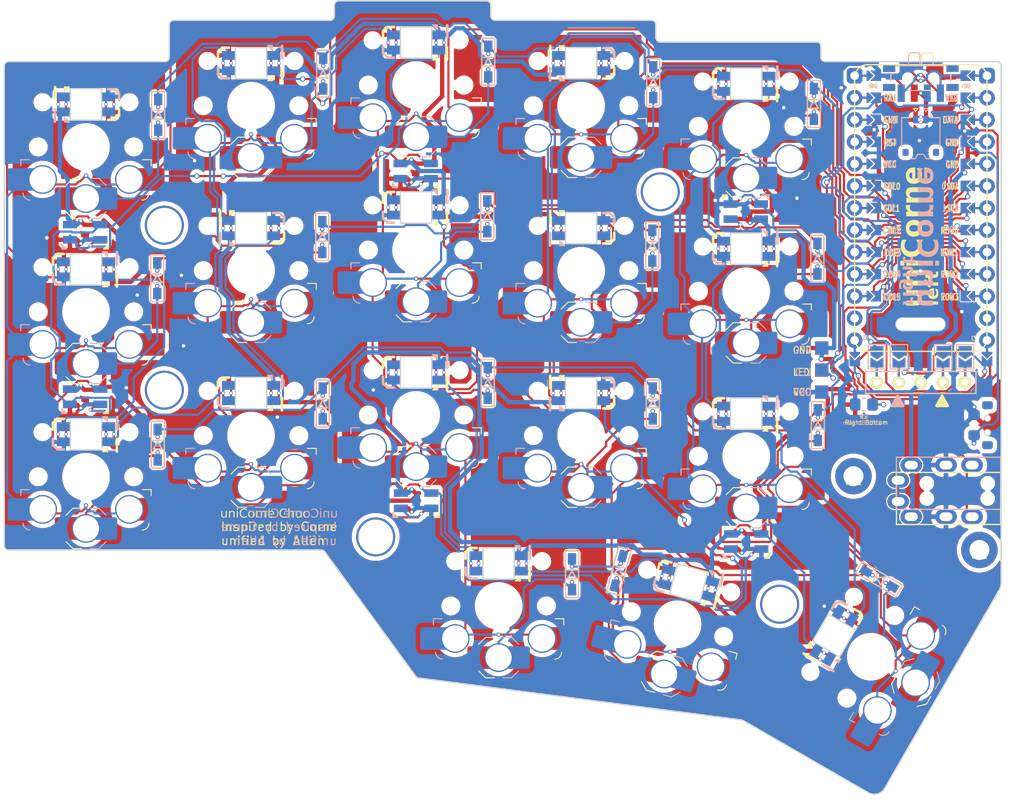
<source format=kicad_pcb>
(kicad_pcb (version 20221018) (generator pcbnew)
  (layers (0 "F.Cu" signal) (31 "B.Cu" signal) (34 "B.Paste" user) (35 "F.Paste" user) (36 "B.SilkS" user "B.Silkscreen") (37 "F.SilkS" user "F.Silkscreen") (38 "B.Mask" user) (39 "F.Mask" user) (44 "Edge.Cuts" user))
  (net 0 "")
  (net 1 "row0")
  (net 2 "Net-(D1-A)")
  (net 3 "unconnected-(J1-PadA)")
  (net 4 "DATA")
  (net 5 "GND")
  (net 6 "VCC")
  (net 7 "CS")
  (net 8 "SCL")
  (net 9 "SDA")
  (net 10 "LED")
  (net 12 "Net-(L1-DIN)")
  (net 13 "Net-(L2-DIN)")
  (net 14 "Net-(L2-DOUT)")
  (net 15 "Net-(L3-DIN)")
  (net 16 "Net-(L10-DOUT)")
  (net 17 "Net-(L11-DIN)")
  (net 18 "Net-(L4-DOUT)")
  (net 19 "Net-(L4-DIN)")
  (net 20 "Net-(L13-DIN)")
  (net 21 "Net-(L14-DOUT)")
  (net 22 "Net-(L15-DIN)")
  (net 23 "Net-(L10-DIN)")
  (net 24 "Net-(L11-DOUT)")
  (net 25 "Net-(L12-DIN)")
  (net 26 "Net-(L13-DOUT)")
  (net 27 "Net-(L14-DIN)")
  (net 28 "Net-(L16-DIN)")
  (net 29 "Net-(L19-DOUT)")
  (net 30 "Net-(L18-DIN)")
  (net 31 "Net-(L19-DIN)")
  (net 32 "Net-(L20-DIN)")
  (net 33 "Net-(L22-DOUT)")
  (net 34 "Net-(L23-DOUT)")
  (net 35 "unconnected-(U1-B3-Pad15)")
  (net 36 "RESET")
  (net 37 "col0")
  (net 38 "col1")
  (net 39 "Net-(D2-A)")
  (net 40 "col2")
  (net 41 "Net-(D3-A)")
  (net 42 "col3")
  (net 43 "Net-(D4-A)")
  (net 44 "col4")
  (net 45 "Net-(D5-A)")
  (net 46 "Net-(D6-A)")
  (net 47 "Net-(D7-A)")
  (net 48 "Net-(D8-A)")
  (net 49 "Net-(D9-A)")
  (net 50 "Net-(D10-A)")
  (net 51 "Net-(D11-A)")
  (net 52 "Net-(D12-A)")
  (net 53 "Net-(D13-A)")
  (net 54 "Net-(D14-A)")
  (net 55 "Net-(D15-A)")
  (net 56 "Net-(D16-A)")
  (net 57 "Net-(D17-A)")
  (net 58 "Net-(D18-A)")
  (net 59 "BAT+")
  (net 60 "row1")
  (net 61 "row2")
  (net 62 "row3")
  (net 63 "unconnected-(U1-RAW-Pad24)")
  (net 64 "unconnected-(PSW1-A-Pad1)")
  (net 65 "Net-(J2-Pin_1)")
  (net 66 "Net-(J2-Pin_4)")
  (net 67 "Net-(J2-Pin_2)")
  (net 68 "Net-(J3-Pin_2)")
  (net 69 "Net-(J2-Pin_5)")
  (net 70 "IS_LEFT")
  (footprint "KBD_PARTS:M2_Hole_TH_Outside" (layer "F.Cu") (at 98.3682 105.9428)
    (fp_text reference "H6")
    (fp_text value "MountingHole")
  )
  (footprint "KBD_PARTS:LED_SK6812MINI_PLCC4_3.5x3.5mm_P1.75mm_back_rev" (layer "F.Cu") (at 158.718226 128.166926 -15)
    (fp_text reference "L17" hide)
    (fp_text value "SK6812MINI_back")
    (fp_line (start -1.8 -1.8) (end -1.8 1.8) (stroke (width 0.15)) (layer "Edge.Cuts"))
    (fp_line (start -1.8 -1.8) (end 1.8 -1.8) (stroke (width 0.15)) (layer "Edge.Cuts"))
    (fp_line (start -1.8 1.8) (end 1.8 1.8) (stroke (width 0.15)) (layer "Edge.Cuts"))
    (fp_line (start 1.8 -1.8) (end 1.8 1.8) (stroke (width 0.15)) (layer "Edge.Cuts"))
  )
  (footprint "KBD_PARTS:LED_SK6812MINI_PLCC4_3.5x3.5mm_P1.75mm_back_rev" (layer "F.Cu") (at 136.85 125.8996)
    (fp_text reference "L16" hide)
    (fp_text value "SK6812MINI_back")
    (fp_line (start -1.8 -1.8) (end -1.8 1.8) (stroke (width 0.15)) (layer "Edge.Cuts"))
    (fp_line (start -1.8 -1.8) (end 1.8 -1.8) (stroke (width 0.15)) (layer "Edge.Cuts"))
    (fp_line (start -1.8 1.8) (end 1.8 1.8) (stroke (width 0.15)) (layer "Edge.Cuts"))
    (fp_line (start 1.8 -1.8) (end 1.8 1.8) (stroke (width 0.15)) (layer "Edge.Cuts"))
  )
  (footprint "KBD_PARTS:LED_SK6812MINI_PLCC4_3.5x3.5mm_P1.75mm_back_rev" (layer "F.Cu") (at 165.35 89.6496)
    (fp_text reference "L10" hide)
    (fp_text value "SK6812MINI_back")
    (fp_line (start -1.8 -1.8) (end -1.8 1.8) (stroke (width 0.15)) (layer "Edge.Cuts"))
    (fp_line (start -1.8 -1.8) (end 1.8 -1.8) (stroke (width 0.15)) (layer "Edge.Cuts"))
    (fp_line (start -1.8 1.8) (end 1.8 1.8) (stroke (width 0.15)) (layer "Edge.Cuts"))
    (fp_line (start 1.8 -1.8) (end 1.8 1.8) (stroke (width 0.15)) (layer "Edge.Cuts"))
  )
  (footprint "KBD_PARTS:LED_SK6812MINI_PLCC4_3.5x3.5mm_P1.75mm_back_rev" (layer "F.Cu") (at 146.35 87.2746 180)
    (fp_text reference "L9" hide)
    (fp_text value "SK6812MINI_back")
    (fp_line (start -1.8 -1.8) (end -1.8 1.8) (stroke (width 0.15)) (layer "Edge.Cuts"))
    (fp_line (start -1.8 -1.8) (end 1.8 -1.8) (stroke (width 0.15)) (layer "Edge.Cuts"))
    (fp_line (start -1.8 1.8) (end 1.8 1.8) (stroke (width 0.15)) (layer "Edge.Cuts"))
    (fp_line (start 1.8 -1.8) (end 1.8 1.8) (stroke (width 0.15)) (layer "Edge.Cuts"))
  )
  (footprint "KBD_PARTS:M2_Hole_TH_Outside" (layer "F.Cu") (at 122.7 122.85)
    (fp_text reference "H4")
    (fp_text value "MountingHole")
  )
  (footprint "KBD_PARTS:LED_SK6812MINI_PLCC4_3.5x3.5mm_P1.75mm_back_rev" (layer "F.Cu") (at 89.35 111.0246)
    (fp_text reference "L11" hide)
    (fp_text value "SK6812MINI_back")
    (fp_line (start -1.8 -1.8) (end -1.8 1.8) (stroke (width 0.15)) (layer "Edge.Cuts"))
    (fp_line (start -1.8 -1.8) (end 1.8 -1.8) (stroke (width 0.15)) (layer "Edge.Cuts"))
    (fp_line (start -1.8 1.8) (end 1.8 1.8) (stroke (width 0.15)) (layer "Edge.Cuts"))
    (fp_line (start 1.8 -1.8) (end 1.8 1.8) (stroke (width 0.15)) (layer "Edge.Cuts"))
  )
  (footprint "KBD_PARTS:SMT 2X4X3.5MM Tactile Tact Push Button" (layer "F.Cu") (at 193.13 109.975 -90)
    (fp_text reference "RSW1" hide)
    (fp_text value "SMT 2X4X3.5MM Tactile Tact Push Button")
    (fp_circle (center -0.8 0) (end -0.45 0) (stroke (width 0.12)) (fill none) (layer "Edge.Cuts"))
    (fp_circle (center 0.85 0) (end 1.2 0) (stroke (width 0.12)) (fill none) (layer "Edge.Cuts"))
  )
  (footprint "KBD_PARTS:M2_Hole_TH" (layer "F.Cu") (at 177.7 115.85)
    (fp_text reference "H2")
    (fp_text value "MountingHole")
  )
  (footprint "Jumper:SolderJumper-2_P1.3mm_Open_TrianglePad1.0x1.5mm" (layer "F.Cu") (at 180.4 102.1 -90)
    (fp_text reference "JP1" hide)
    (fp_text value "Jumper_2_Open")
  )
  (footprint "KBD_PARTS:LED_SK6812MINI_PLCC4_3.5x3.5mm_P1.75mm_back_rev" (layer "F.Cu") (at 165.35 108.6496)
    (fp_text reference "L15" hide)
    (fp_text value "SK6812MINI_back")
    (fp_line (start -1.8 -1.8) (end -1.8 1.8) (stroke (width 0.15)) (layer "Edge.Cuts"))
    (fp_line (start -1.8 -1.8) (end 1.8 -1.8) (stroke (width 0.15)) (layer "Edge.Cuts"))
    (fp_line (start -1.8 1.8) (end 1.8 1.8) (stroke (width 0.15)) (layer "Edge.Cuts"))
    (fp_line (start 1.8 -1.8) (end 1.8 1.8) (stroke (width 0.15)) (layer "Edge.Cuts"))
  )
  (footprint "KBD_PARTS:M2_Hole_TH_Outside" (layer "F.Cu") (at 98.3682 86.9428)
    (fp_text reference "H7")
    (fp_text value "MountingHole")
  )
  (footprint "KBD_PARTS:Nice!View" (layer "F.Cu") (at 185.45 105.05 180)
    (fp_text reference "J2" hide)
    (fp_text value "Conn_01x05" hide)
  )
  (footprint "Jumper:SolderJumper-2_P1.3mm_Open_TrianglePad1.0x1.5mm" (layer "F.Cu") (at 190.56 102.1 -90)
    (fp_text reference "JP4" hide)
    (fp_text value "Jumper_2_Open")
  )
  (footprint "KBD_PARTS:LED_SK6812MINI_PLCC4_3.5x3.5mm_P1.75mm_back_rev" (layer "F.Cu") (at 175.456451 134.2 -120)
    (fp_text reference "L18" hide)
    (fp_text value "SK6812MINI_back")
    (fp_line (start -1.8 -1.8) (end -1.8 1.8) (stroke (width 0.15)) (layer "Edge.Cuts"))
    (fp_line (start -1.8 -1.8) (end 1.8 -1.8) (stroke (width 0.15)) (layer "Edge.Cuts"))
    (fp_line (start -1.8 1.8) (end 1.8 1.8) (stroke (width 0.15)) (layer "Edge.Cuts"))
    (fp_line (start 1.8 -1.8) (end 1.8 1.8) (stroke (width 0.15)) (layer "Edge.Cuts"))
  )
  (footprint "KBD_PARTS:Molex_Pico-EZmate_78171-0002_1x02-1MP_P1.20mm_Vertical_rev" (layer "F.Cu") (at 185.45 76.65)
    (fp_text reference "J3" hide)
    (fp_text value "Conn_01x02")
  )
  (footprint "KBD_PARTS:ProMicro-ish-rev-unrouted_3x5" (layer "F.Cu") (at 185.3 86.28)
    (fp_text reference "U1" hide)
    (fp_text value "ProMicro-ish")
  )
  (footprint "KBD_PARTS:LED_SK6812MINI_PLCC4_3.5x3.5mm_P1.75mm_back_rev" (layer "F.Cu") (at 127.35 103.8996)
    (fp_text reference "L13" hide)
    (fp_text value "SK6812MINI_back")
    (fp_line (start -1.8 -1.8) (end -1.8 1.8) (stroke (width 0.15)) (layer "Edge.Cuts"))
    (fp_line (start -1.8 -1.8) (end 1.8 -1.8) (stroke (width 0.15)) (layer "Edge.Cuts"))
    (fp_line (start -1.8 1.8) (end 1.8 1.8) (stroke (width 0.15)) (layer "Edge.Cuts"))
    (fp_line (start 1.8 -1.8) (end 1.8 1.8) (stroke (width 0.15)) (layer "Edge.Cuts"))
  )
  (footprint "KBD_PARTS:LED_SK6812MINI_PLCC4_3.5x3.5mm_P1.75mm_back_rev" (layer "F.Cu") (at 108.35 106.2746)
    (fp_text reference "L12" hide)
    (fp_text value "SK6812MINI_back")
    (fp_line (start -1.8 -1.8) (end -1.8 1.8) (stroke (width 0.15)) (layer "Edge.Cuts"))
    (fp_line (start -1.8 -1.8) (end 1.8 -1.8) (stroke (width 0.15)) (layer "Edge.Cuts"))
    (fp_line (start -1.8 1.8) (end 1.8 1.8) (stroke (width 0.15)) (layer "Edge.Cuts"))
    (fp_line (start 1.8 -1.8) (end 1.8 1.8) (stroke (width 0.15)) (layer "Edge.Cuts"))
  )
  (footprint "KBD_PARTS:LED_SK6812MINI_PLCC4_3.5x3.5mm_P1.75mm_back_rev" (layer "F.Cu") (at 108.35 68.2746)
    (fp_text reference "L2" hide)
    (fp_text value "SK6812MINI_back")
    (fp_line (start -1.8 -1.8) (end -1.8 1.8) (stroke (width 0.15)) (layer "Edge.Cuts"))
    (fp_line (start -1.8 -1.8) (end 1.8 -1.8) (stroke (width 0.15)) (layer "Edge.Cuts"))
    (fp_line (start -1.8 1.8) (end 1.8 1.8) (stroke (width 0.15)) (layer "Edge.Cuts"))
    (fp_line (start 1.8 -1.8) (end 1.8 1.8) (stroke (width 0.15)) (layer "Edge.Cuts"))
  )
  (footprint "KBD_PARTS:M2_Hole_TH_Outside" (layer "F.Cu") (at 169.2 130.6)
    (fp_text reference "H3")
    (fp_text value "MountingHole")
  )
  (footprint "KBD_PARTS:LED_SK6812MINI_PLCC4_3.5x3.5mm_P1.75mm_back_rev" (layer "F.Cu") (at 146.35 68.2746 180)
    (fp_text reference "L4" hide)
    (fp_text value "SK6812MINI_back")
    (fp_line (start -1.8 -1.8) (end -1.8 1.8) (stroke (width 0.15)) (layer "Edge.Cuts"))
    (fp_line (start -1.8 -1.8) (end 1.8 -1.8) (stroke (width 0.15)) (layer "Edge.Cuts"))
    (fp_line (start -1.8 1.8) (end 1.8 1.8) (stroke (width 0.15)) (layer "Edge.Cuts"))
    (fp_line (start 1.8 -1.8) (end 1.8 1.8) (stroke (width 0.15)) (layer "Edge.Cuts"))
  )
  (footprint "KBD_PARTS:LED_SK6812MINI_PLCC4_3.5x3.5mm_P1.75mm_back_rev" (layer "F.Cu") (at 165.35 70.6496)
    (fp_text reference "L5" hide)
    (fp_text value "SK6812MINI_back")
    (fp_line (start -1.8 -1.8) (end -1.8 1.8) (stroke (width 0.15)) (layer "Edge.Cuts"))
    (fp_line (start -1.8 -1.8) (end 1.8 -1.8) (stroke (width 0.15)) (layer "Edge.Cuts"))
    (fp_line (start -1.8 1.8) (end 1.8 1.8) (stroke (width 0.15)) (layer "Edge.Cuts"))
    (fp_line (start 1.8 -1.8) (end 1.8 1.8) (stroke (width 0.15)) (layer "Edge.Cuts"))
  )
  (footprint "KBD_PARTS:LED_SK6812MINI_PLCC4_3.5x3.5mm_P1.75mm_back_rev" (layer "F.Cu") (at 127.35 84.8996)
    (fp_text reference "L8" hide)
    (fp_text value "SK6812MINI_back")
    (fp_line (start -1.8 -1.8) (end -1.8 1.8) (stroke (width 0.15)) (layer "Edge.Cuts"))
    (fp_line (start -1.8 -1.8) (end 1.8 -1.8) (stroke (width 0.15)) (layer "Edge.Cuts"))
    (fp_line (start -1.8 1.8) (end 1.8 1.8) (stroke (width 0.15)) (layer "Edge.Cuts"))
    (fp_line (start 1.8 -1.8) (end 1.8 1.8) (stroke (width 0.15)) (layer "Edge.Cuts"))
  )
  (footprint "KBD_PARTS:LED_SK6812MINI_PLCC4_3.5x3.5mm_P1.75mm_back_rev" (layer "F.Cu") (at 108.35 87.2746 180)
    (fp_text reference "L7" hide)
    (fp_text value "SK6812MINI_back")
    (fp_line (start -1.8 -1.8) (end -1.8 1.8) (stroke (width 0.15)) (layer "Edge.Cuts"))
    (fp_line (start -1.8 -1.8) (end 1.8 -1.8) (stroke (width 0.15)) (layer "Edge.Cuts"))
    (fp_line (start -1.8 1.8) (end 1.8 1.8) (stroke (width 0.15)) (layer "Edge.Cuts"))
    (fp_line (start 1.8 -1.8) (end 1.8 1.8) (stroke (width 0.15)) (layer "Edge.Cuts"))
  )
  (footprint "KBD_PARTS:M2_Hole_TH" (layer "F.Cu") (at 192.2 124.35)
    (fp_text reference "H1")
    (fp_text value "MountingHole")
  )
  (footprint "Akizukidenshi:SW_SPDT_PCM12_reversible" (layer "F.Cu") (at 185.45 70.3 180)
    (fp_text reference "PSW1" hide)
    (fp_text value "SW_SPDT" hide)
  )
  (footprint "KBD_PARTS:StripLED_rev" (layer "F.Cu") (at 174.05 101.092)
    (fp_text reference "J4" hide)
    (fp_text value "Conn_01x03" hide)
  )
  (footprint "KBD_PARTS:LED_SK6812MINI_PLCC4_3.5x3.5mm_P1.75mm_back_rev" (layer "F.Cu") (at 146.35 106.2746 180)
    (fp_text reference "L14" hide)
    (fp_text value "SK6812MINI_back")
    (fp_line (start -1.8 -1.8) (end -1.8 1.8) (stroke (width 0.15)) (layer "Edge.Cuts"))
    (fp_line (start -1.8 -1.8) (end 1.8 -1.8) (stroke (width 0.15)) (layer "Edge.Cuts"))
    (fp_line (start -1.8 1.8) (end 1.8 1.8) (stroke (width 0.15)) (layer "Edge.Cuts"))
    (fp_line (start 1.8 -1.8) (end 1.8 1.8) (stroke (width 0.15)) (layer "Edge.Cuts"))
  )
  (footprint "KBD_PARTS:M2_Hole_TH_Outside" (layer "F.Cu") (at 155.46 83.1)
    (fp_text reference "H5")
    (fp_text value "MountingHole")
  )
  (footprint "KBD_PARTS:TRRS-PJ-320A-rev" (layer "F.Cu") (at 194.65 118.42 -90)
    (fp_text reference "J1" hide)
    (fp_text value "MJ-4PP-9" hide)
  )
  (footprint "Jumper:SolderJumper-2_P1.3mm_Open_TrianglePad1.0x1.5mm" (layer "F.Cu") (at 182.94 102.1 -90)
    (fp_text reference "JP2" hide)
    (fp_text value "Jumper_2_Open")
  )
  (footprint "KBD_PARTS:LED_SK6812MINI_PLCC4_3.5x3.5mm_P1.75mm_back_rev" (layer "F.Cu") (at 127.35 65.8996)
    (fp_text reference "L3" hide)
    (fp_text value "SK6812MINI_back")
    (fp_line (start -1.8 -1.8) (end -1.8 1.8) (stroke (width 0.15)) (layer "Edge.Cuts"))
    (fp_line (start -1.8 -1.8) (end 1.8 -1.8) (stroke (width 0.15)) (layer "Edge.Cuts"))
    (fp_line (start -1.8 1.8) (end 1.8 1.8) (stroke (width 0.15)) (layer "Edge.Cuts"))
    (fp_line (start 1.8 -1.8) (end 1.8 1.8) (stroke (width 0.15)) (layer "Edge.Cuts"))
  )
  (footprint "Resistor_SMD:R_0805_2012Metric_Pad1.20x1.40mm_HandSolder" (layer "F.Cu") (at 178.9 107.6)
    (fp_text reference "R2")
    (fp_text value "10k")
  )
  (footprint "KBD_PARTS:LED_SK6812MINI_PLCC4_3.5x3.5mm_P1.75mm_back_rev" (layer "F.Cu") (at 89.35 73.0246 180)
    (fp_text reference "L1" hide)
    (fp_text value "SK6812MINI_back")
    (fp_line (start -1.8 -1.8) (end -1.8 1.8) (stroke (width 0.15)) (layer "Edge.Cuts"))
    (fp_line (start -1.8 -1.8) (end 1.8 -1.8) (stroke (width 0.15)) (layer "Edge.Cuts"))
    (fp_line (start -1.8 1.8) (end 1.8 1.8) (stroke (width 0.15)) (layer "Edge.Cuts"))
    (fp_line (start 1.8 -1.8) (end 1.8 1.8) (stroke (width 0.15)) (layer "Edge.Cuts"))
  )
  (footprint "Jumper:SolderJumper-2_P1.3mm_Open_TrianglePad1.0x1.5mm" (layer "F.Cu") (at 188.02 102.1 -90)
    (fp_text reference "JP3" hide)
    (fp_text value "Jumper_2_Open")
  )
  (footprint "KBD_PARTS:LED_SK6812MINI_PLCC4_3.5x3.5mm_P1.75mm_back_rev" (layer "F.Cu") (at 89.35 92.0246)
    (fp_text reference "L6" hide)
    (fp_text value "SK6812MINI_back")
    (fp_line (start -1.8 -1.8) (end -1.8 1.8) (stroke (width 0.15)) (layer "Edge.Cuts"))
    (fp_line (start -1.8 -1.8) (end 1.8 -1.8) (stroke (width 0.15)) (layer "Edge.Cuts"))
    (fp_line (start -1.8 1.8) (end 1.8 1.8) (stroke (width 0.15)) (layer "Edge.Cuts"))
    (fp_line (start 1.8 -1.8) (end 1.8 1.8) (stroke (width 0.15)) (layer "Edge.Cuts"))
  )
  (footprint "KBD_PARTS:D3_SMD_rev" (layer "B.Cu") (at 180.653848 127.7 -30)
    (fp_text reference "D18" hide)
    (fp_text value "D" hide)
  )
  (footprint "Jumper:SolderJumper-2_P1.3mm_Open_TrianglePad1.0x1.5mm" (layer "B.Cu") (at 182.94 102.1 -90)
    (fp_text reference "JP6" hide)
    (fp_text value "Jumper_2_Open")
  )
  (footprint "KBD_PARTS:D3_SMD_rev" (layer "B.Cu") (at 97.6 112.225 -90)
    (fp_text reference "D11" hide)
    (fp_text value "D" hide)
  )
  (footprint "KBD_PARTS:SW_choc_v1_v2_HS_1u_reversible" (layer "B.Cu") (at 127.35 89.7996 180)
    (fp_text reference "SW8" hide)
    (fp_text value "SW_CHOC_HS" hide)
  )
  (footprint "KBD_PARTS:SW_choc_v1_v2_HS_1u_reversible" (layer "B.Cu") (at 89.35 77.9246 180)
    (fp_text reference "SW1" hide)
    (fp_text value "SW_CHOC_HS" hide)
  )
  (footprint "KBD_PARTS:SW_choc_v1_v2_HS_1u_reversible" (layer "B.Cu") (at 165.35 113.5496 180)
    (fp_text reference "SW15" hide)
    (fp_text value "SW_CHOC_HS" hide)
  )
  (footprint "KBD_PARTS:D3_SMD_rev" (layer "B.Cu") (at 173.15 72.975 -90)
    (fp_text reference "D5" hide)
    (fp_text value "D" hide)
  )
  (footprint "KBD_PARTS:SW_choc_v1_v2_HS_1u_reversible" (layer "B.Cu") (at 89.35 115.9246 180)
    (fp_text reference "SW11" hide)
    (fp_text value "SW_CHOC_HS" hide)
  )
  (footprint "Jumper:SolderJumper-2_P1.3mm_Open_TrianglePad1.0x1.5mm" (layer "B.Cu") (at 180.4 102.1 -90)
    (fp_text reference "JP5" hide)
    (fp_text value "Jumper_2_Open")
  )
  (footprint "KBD_PARTS:SW_choc_v1_v2_HS_1u_reversible" (layer "B.Cu") (at 146.35 92.1746 180)
    (fp_text reference "SW9" hide)
    (fp_text value "SW_CHOC_HS" hide)
  )
  (footprint "KBD_PARTS:D3_SMD_rev" (layer "B.Cu") (at 145.3 127.15 -90)
    (fp_text reference "D16" hide)
    (fp_text value "D" hide)
  )
  (footprint "KBD_PARTS:D3_SMD_rev" (layer "B.Cu") (at 135.6 105.1 -90)
    (fp_text reference "D13" hide)
    (fp_text value "D" hide)
  )
  (footprint "KBD_PARTS:SW_choc_v1_v2_HS_1u_reversible" (layer "B.Cu") (at 89.35 96.9246 180)
    (fp_text reference "SW6" hide)
    (fp_text value "SW_CHOC_HS" hide)
  )
  (footprint "KBD_PARTS:D3_SMD_rev" (layer "B.Cu") (at 154.6 107.475 -90)
    (fp_text reference "D14" hide)
    (fp_text value "D" hide)
  )
  (footprint "KBD_PARTS:LED_SK6812MINI_PLCC4_3.5x3.5mm_P1.75mm_rev" (layer "B.Cu") (at 127.3 80.7 180)
    (fp_text reference "L20" hide)
    (fp_text value "SK6812MINI")
  )
  (footprint "KBD_PARTS:SW_choc_v1_v2_HS_1u_reversible" (layer "B.Cu") (at 146.35 73.1746 180)
    (fp_text reference "SW4" hide)
    (fp_text value "SW_CHOC_HS" hide)
  )
  (footprint "KBD_PARTS:SW_choc_v1_v2_HS_1u_reversible" (layer "B.Cu") (at 146.35 111.1746 180)
    (fp_text reference "SW14" hide)
    (fp_text value "SW_CHOC_HS" hide)
  )
  (footprint "KBD_PARTS:D3_SMD_rev" (layer "B.Cu") (at 116.55 88.3 -90)
    (fp_text reference "D7" hide)
    (fp_text value "D" hide)
  )
  (footprint "KBD_PARTS:D3_SMD_rev" (layer "B.Cu") (at 173.6 109.975 -90)
    (fp_text reference "D15" hide)
    (fp_text value "D" hide)
  )
  (footprint "KBD_PARTS:D3_SMD_rev" (layer "B.Cu") (at 150.688513 126.762749 -105)
    (fp_text reference "D17" hide)
    (fp_text value "D" hide)
  )
  (footprint "KBD_PARTS:D3_SMD_rev" (layer "B.Cu") (at 135.65 68.1 -90)
    (fp_text reference "D3" hide)
    (fp_text value "D" hide)
  )
  (footprint "KBD_PARTS:D3_SMD_rev" (layer "B.Cu") (at 116.6 107.475 -90)
    (fp_text reference "D12" hide)
    (fp_text value "D" hide)
  )
  (footprint "Resistor_SMD:R_0805_2012Metric_Pad1.20x1.40mm_HandSolder" (layer "B.Cu") (at 178.9 107.6)
    (fp_text reference "R1")
    (fp_text value "10k")
  )
  (footprint "KBD_PARTS:SW_choc_v1_v2_HS_1u_reversible" (layer "B.Cu") (at 157.45 132.9 165)
    (fp_text reference "SW17" hide)
    (fp_text value "SW_CHOC_HS" hide)
  )
  (footprint "KBD_PARTS:SW_choc_v1_v2_HS_1.5u_reversible" (layer "B.Cu") (at 179.7 136.65 -120)
    (fp_text reference "SW18" hide)
    (fp_text value "SW_CHOC_HS" hide)
  )
  (footprint "KBD_PARTS:SW_choc_v1_v2_HS_1u_reversible" (layer "B.Cu") (at 108.35 73.1746 180)
    (fp_text reference "SW2" hide)
    (fp_text value "SW_CHOC_HS" hide)
  )
  (footprint "KBD_PARTS:D3_SMD_rev" (layer "B.Cu") (at 154.55 89.3 -90)
    (fp_text reference "D9" hide)
    (fp_text value "D" hide)
  )
  (footprint "KBD_PARTS:SW_choc_v1_v2_HS_1u_reversible" (layer "B.Cu") (at 165.35 75.5496 180)
    (fp_text reference "SW5" hide)
    (fp_text value "SW_CHOC_HS" hide)
  )
  (footprint "KBD_PARTS:LED_SK6812MINI_PLCC4_3.5x3.5mm_P1.75mm_rev" (layer "B.Cu") (at 165.3 85.375)
    (fp_text reference "L21" hide)
    (fp_text value "SK6812MINI")
  )
  (footprint "KBD_PARTS:LED_SK6812MINI_PLCC4_3.5x3.5mm_P1.75mm_rev" (layer "B.Cu") (at 89.25 87.75 180)
    (fp_text reference "L19" hide)
    (fp_text value "SK6812MINI")
  )
  (footprint "KBD_PARTS:SW_choc_v1_v2_HS_1u_reversible" (layer "B.Cu") (at 127.35 108.7996 180)
    (fp_text reference "SW13" hide)
    (fp_text value "SW_CHOC_HS" hide)
  )
  (footprint "KBD_PARTS:D3_SMD_rev" (layer "B.Cu") (at 97.55 93.05 -90)
    (fp_text reference "D6" hide)
    (fp_text value "D" hide)
  )
  (footprint "KBD_PARTS:D3_SMD_rev" (layer "B.Cu") (at 97.65 74.225 -90)
    (fp_text reference "D1" hide)
    (fp_text value "D" hide)
  )
  (footprint "KBD_PARTS:D3_SMD_rev" (layer "B.Cu") (at 116.65 69.475 -90)
    (fp_text reference "D2" hide)
    (fp_text value "D" hide)
  )
  (footprint "KBD_PARTS:D3_SMD_rev" (layer "B.Cu") (at 135.55 85.925 -90)
    (fp_text reference "D8" hide)
    (fp_text value "D" hide)
  )
  (footprint "KBD_PARTS:LED_SK6812MINI_PLCC4_3.5x3.5mm_P1.75mm_rev" (layer "B.Cu") (at 127.35 118.675 180)
    (fp_text reference "L23" hide)
    (fp_text value "SK6812MINI")
  )
  (footprint "Jumper:SolderJumper-2_P1.3mm_Open_TrianglePad1.0x1.5mm" (layer "B.Cu") (at 188.02 102.1 -90)
    (fp_text reference "JP7" hide)
    (fp_text value "Jumper_2_Open")
  )
  (footprint "KBD_PARTS:LED_SK6812MINI_PLCC4_3.5x3.5mm_P1.75mm_rev" (layer "B.Cu") (at 89.25 106.7 180)
    (fp_text reference "L22" hide)
    (fp_text value "SK6812MINI")
  )
  (footprint "KBD_PARTS:LED_SK6812MINI_PLCC4_3.5x3.5mm_P1.75mm_rev" (layer "B.Cu") (at 165.35 123.375 180)
    (fp_text reference "L24" hide)
    (fp_text value "SK6812MINI")
  )
  (footprint "KBD_PARTS:D3_SMD_rev" (layer "B.Cu") (at 154.65 70.475 -90)
    (fp_text reference "D4" hide)
    (fp_text value "D" hide)
  )
  (footprint "KBD_PARTS:SW_choc_v1_v2_HS_1u_reversible" (layer "B.Cu") (at 136.85 130.7996 180)
    (fp_text reference "SW16" hide)
    (fp_text value "SW_CHOC_HS" hide)
  )
  (footprint "KBD_PARTS:SW_choc_v1_v2_HS_1u_reversible" (layer "B.Cu") (at 165.35 94.5496 180)
    (fp_text reference "SW10" hide)
    (fp_text value "SW_CHOC_HS" hide)
  )
  (footprint "KBD_PARTS:SW_choc_v1_v2_HS_1u_reversible" (layer "B.Cu") (at 127.35 70.7996 180)
    (fp_text reference "SW3" hide)
    (fp_text value "SW_CHOC_HS" hide)
  )
  (footprint "KBD_PARTS:SW_choc_v1_v2_HS_1u_reversible" (layer "B.Cu") (at 108.35 92.1746 180)
    (fp_text reference "SW7" hide)
    (fp_text value "SW_CHOC_HS" hide)
  )
  (footprint "Jumper:SolderJumper-2_P1.3mm_Open_TrianglePad1.0x1.5mm" (layer "B.Cu") (at 190.56 102.1 -90)
    (fp_text reference "JP8" hide)
    (fp_text value "Jumper_2_Open")
  )
  (footprint "KBD_PARTS:SW_choc_v1_v2_HS_1u_reversible" (layer "B.Cu") (at 108.35 111.1746 180)
    (fp_text reference "SW12" hide)
    (fp_text value "SW_CHOC_HS" hide)
  )
  (footprint "KBD_PARTS:D3_SMD_rev" (layer "B.Cu") (at 173.55 90.8 -90)
    (fp_text reference "D10" hide)
    (fp_text value "D" hide)
  )
  (gr_line (start 173.45 65.85) (end 155.45 65.85) (stroke (width 0.15)) (layer "Edge.Cuts"))
  (gr_line (start 154.95 65.35) (end 154.95 63.85) (stroke (width 0.15)) (layer "Edge.Cuts"))
  (gr_arc (start 127.7 139.1) (mid 127.508658 139.06194) (end 127.346447 138.953553) (stroke (width 0.15)) (layer "Edge.Cuts"))
  (gr_line (start 183.325 97.6) (end 187.525 97.6) (stroke (width 0.1)) (layer "Edge.Cuts"))
  (gr_arc (start 187.525 97.6) (mid 188.275 98.35) (end 187.525 99.1) (stroke (width 0.1)) (layer "Edge.Cuts"))
  (gr_arc (start 194.7 128.075) (mid 194.645218 128.526668) (end 194.472764 128.947696) (stroke (width 0.15)) (layer "Edge.Cuts"))
  (gr_line (start 116.8 124.5) (end 127.35 138.95) (stroke (width 0.15)) (layer "Edge.Cuts"))
  (gr_arc (start 174.45 68.1) (mid 174.096447 67.953553) (end 173.95 67.6) (stroke (width 0.15)) (layer "Edge.Cuts"))
  (gr_line (start 127.7 139.1) (end 164.370556 143.870344) (stroke (width 0.15)) (layer "Edge.Cuts"))
  (gr_line (start 154.45 63.35) (end 136.45 63.35) (stroke (width 0.15)) (layer "Edge.Cuts"))
  (gr_arc (start 136.45 63.35) (mid 136.096447 63.203553) (end 135.95 62.85) (stroke (width 0.15)) (layer "Edge.Cuts"))
  (gr_line (start 165.025 144) (end 179.35 152.275) (stroke (width 0.15)) (layer "Edge.Cuts"))
  (gr_line (start 173.95 66.35) (end 173.95 67.6) (stroke (width 0.15)) (layer "Edge.Cuts"))
  (gr_arc (start 135.45 61.1) (mid 135.803553 61.246447) (end 135.95 61.6) (stroke (width 0.15)) (layer "Edge.Cuts"))
  (gr_line (start 135.95 62.85) (end 135.95 61.6) (stroke (width 0.15)) (layer "Edge.Cuts"))
  (gr_arc (start 98.95 67.6) (mid 98.803553 67.953553) (end 98.45 68.1) (stroke (width 0.15)) (layer "Edge.Cuts"))
  (gr_arc (start 164.370556 143.870344) (mid 164.700953 143.919147) (end 165.025 144) (stroke (width 0.15)) (layer "Edge.Cuts"))
  (gr_arc (start 117.95 62.85) (mid 117.803553 63.203553) (end 117.45 63.35) (stroke (width 0.15)) (layer "Edge.Cuts"))
  (gr_line (start 187.525 99.1) (end 183.325 99.1) (stroke (width 0.1)) (layer "Edge.Cuts"))
  (gr_line (start 117.45 63.35) (end 99.45 63.35) (stroke (width 0.15)) (layer "Edge.Cuts"))
  (gr_arc (start 98.95 63.85) (mid 99.096447 63.496447) (end 99.45 63.35) (stroke (width 0.15)) (layer "Edge.Cuts"))
  (gr_arc (start 154.45 63.35) (mid 154.803553 63.496447) (end 154.95 63.85) (stroke (width 0.15)) (layer "Edge.Cuts"))
  (gr_arc (start 194.2 68.1) (mid 194.553553 68.246447) (end 194.7 68.6) (stroke (width 0.15)) (layer "Edge.Cuts"))
  (gr_line (start 135.45 61.1) (end 118.45 61.1) (stroke (width 0.15)) (layer "Edge.Cuts"))
  (gr_line (start 79.95 68.6) (end 79.95 123.85) (stroke (width 0.15)) (layer "Edge.Cuts"))
  (gr_line (start 116.45 124.35) (end 80.45 124.35) (stroke (width 0.15)) (layer "Edge.Cuts"))
  (gr_arc (start 117.95 61.6) (mid 118.096447 61.246447) (end 118.45 61.1) (stroke (width 0.15)) (layer "Edge.Cuts"))
  (gr_line (start 194.7 68.6) (end 194.7 128.075) (stroke (width 0.15)) (layer "Edge.Cuts"))
  (gr_arc (start 183.325 99.1) (mid 182.575 98.35) (end 183.325 97.6) (stroke (width 0.1)) (layer "Edge.Cuts"))
  (gr_arc (start 80.45 124.35) (mid 80.096447 124.203553) (end 79.95 123.85) (stroke (width 0.15)) (layer "Edge.Cuts"))
  (gr_line (start 98.45 68.1) (end 80.45 68.1) (stroke (width 0.15)) (layer "Edge.Cuts"))
  (gr_arc (start 79.95 68.6) (mid 80.096447 68.246447) (end 80.45 68.1) (stroke (width 0.15)) (layer "Edge.Cuts"))
  (gr_line (start 181.25 151.875) (end 194.475 128.95) (stroke (width 0.15)) (layer "Edge.Cuts"))
  (gr_line (start 194.2 68.1) (end 174.45 68.1) (stroke (width 0.15)) (layer "Edge.Cuts"))
  (gr_line (start 98.95 63.85) (end 98.95 67.6) (stroke (width 0.15)) (layer "Edge.Cuts"))
  (gr_line (start 117.95 61.6) (end 117.95 62.85) (stroke (width 0.15)) (layer "Edge.Cuts"))
  (gr_arc (start 116.45 124.35) (mid 116.641342 124.38806) (end 116.803553 124.496447) (stroke (width 0.15)) (layer "Edge.Cuts"))
  (gr_arc (start 173.45 65.85) (mid 173.803553 65.996447) (end 173.95 66.35) (stroke (width 0.15)) (layer "Edge.Cuts"))
  (gr_arc (start 181.242949 151.878583) (mid 180.377399 152.463216) (end 179.35 152.275) (stroke (width 0.15)) (layer "Edge.Cuts"))
  (gr_arc (start 155.45 65.85) (mid 155.096447 65.703553) (end 154.95 65.35) (stroke (width 0.15)) (layer "Edge.Cuts"))
  (gr_text "▲" (at 183.91 107.95) (layer "B.SilkS") (effects (font (size 1.5 1.5) (thickness 0.3) bold) (justify left bottom mirror)))
  (gr_text "Inspired by Corne\nunified by Allen" (at 118.341072 122.475) (layer "B.SilkS") (effects (font (size 1 1) (thickness 0.125)) (justify left mirror)))
  (gr_text "Left Bottom" (at 180.92 109.69) (layer "B.SilkS") (effects (font (size 0.5 0.5) (thickness 0.075)) (justify left mirror)))
  (gr_text "GND" (at 171.8 106.172) (layer "B.SilkS") (effects (font (size 0.8 0.7) (thickness 0.125)) (justify mirror)))
  (gr_text "VCC" (at 171.8 101.33) (layer "B.SilkS") (effects (font (size 0.8 0.7) (thickness 0.125)) (justify mirror)))
  (gr_text "uniCorne Choc" (at 118.341072 120.2) (layer "B.SilkS") (effects (font (size 1 1) (thickness 0.125)) (justify left mirror)))
  (gr_text "LED" (at 171.9 103.872) (layer "B.SilkS") (effects (font (size 0.8 0.7) (thickness 0.125)) (justify mirror)))
  (gr_text "right" (at 183.134 96.266 270) (layer "B.SilkS") (effects (font (size 1.5 1.5) (thickness 0.3) bold italic) (justify left bottom mirror)))
  (gr_text "uniCorne" (at 184.720482 96.45 -90) (layer "B.SilkS") (effects (font (size 2.3 2.3) (thickness 0.3) bold italic) (justify left bottom mirror)))
  (gr_text "Right Bottom" (at 176.67 109.67) (layer "F.SilkS") (effects (font (size 0.5 0.5) (thickness 0.075)) (justify left)))
  (gr_text "▲" (at 189.03 107.94) (layer "F.SilkS") (effects (font (size 1.5 1.5) (thickness 0.3) bold) (justify left bottom mirror)))
  (gr_text "left" (at 187.706 96.266 90) (layer "F.SilkS") (effects (font (size 1.5 1.5) (thickness 0.3) bold italic) (justify left bottom)))
  (gr_text "GND" (at 171.8 101.33) (layer "F.SilkS") (effects (font (size 0.8 0.7) (thickness 0.125))))
  (gr_text "VCC" (at 171.8 106.172) (layer "F.SilkS") (effects (font (size 0.8 0.7) (thickness 0.125))))
  (gr_text "Inspired by Corne\nunified by Allen" (at 104.8 122.475) (layer "F.SilkS") (effects (font (size 1 1) (thickness 0.125)) (justify left)))
  (gr_text "LED" (at 171.7 103.872) (layer "F.SilkS") (effects (font (size 0.8 0.7) (thickness 0.125))))
  (gr_text "uniCorne" (at 185.928 96.45 90) (layer "F.SilkS") (effects (font (size 2.3 2.3) (thickness 0.3) bold italic) (justify left bottom)))
  (gr_text "uniCorne Choc" (at 104.8 120.2) (layer "F.SilkS") (effects (font (size 1 1) (thickness 0.125)) (justify left)))
  (segment (start 182.380392 87.65) (end 190.1276 87.65) (width 0.25) (layer "F.Cu") (net 1))
  (segment (start 182.252335 87.521943) (end 182.380392 87.65) (width 0.25) (layer "F.Cu") (net 1))
  (segment (start 181.468088 87.521943) (end 182.252335 87.521943) (width 0.25) (layer "F.Cu") (net 1))
  (segment (start 190.1276 87.65) (end 190.2784 87.4992) (width 0.25) (layer "F.Cu") (net 1))
  (via (at 181.468088 87.521943) (size 0.6) (drill 0.4) (layers "F.Cu" "B.Cu") (net 1))
  (segment (start 174.0079 82.259871) (end 174.374016 82.625987) (width 0.25) (layer "B.Cu") (net 1))
  (segment (start 155.324777 69.088) (end 155.832777 68.58) (width 0.25) (layer "B.Cu") (net 1))
  (segment (start 140.215899 67.497) (end 141.138299 66.5746) (width 0.25) (layer "B.Cu") (net 1))
  (segment (start 174.0079 81.742103) (end 174.0079 82.259871) (width 0.25) (layer "B.Cu") (net 1))
  (segment (start 174.621504 81.375987) (end 174.374016 81.375987) (width 0.25) (layer "B.Cu") (net 1))
  (segment (start 131.339949 64.008) (end 131.660949 63.687) (width 0.25) (layer "B.Cu") (net 1))
  (segment (start 174.374016 81.375987) (end 174.0079 81.742103) (width 0.25) (layer "B.Cu") (net 1))
  (segment (start 176.08 79.917491) (end 174.621504 81.375987) (width 0.25) (layer "B.Cu") (net 1))
  (segment (start 136.822 67.497) (end 140.215899 67.497) (width 0.25) (layer "B.Cu") (net 1))
  (segment (start 97.65 72.45) (end 97.65 71.131604) (width 0.25) (layer "B.Cu") (net 1))
  (segment (start 176.15 83.186) (end 176.15 87.549212) (width 0.25) (layer "B.Cu") (net 1))
  (segment (start 144.976 64.828) (end 152.332396 64.828) (width 0.25) (layer "B.Cu") (net 1))
  (segment (start 111.7444 65.786) (end 114.736 65.786) (width 0.25) (layer "B.Cu") (net 1))
  (segment (start 154.12 68.17) (end 155.038 69.088) (width 0.25) (layer "B.Cu") (net 1))
  (segment (start 176.08 73.63) (end 176.08 79.917491) (width 0.25) (layer "B.Cu") (net 1))
  (segment (start 97.65 71.131604) (end 102.741604 66.04) (width 0.25) (layer "B.Cu") (net 1))
  (segment (start 171.538 69.088) (end 176.08 73.63) (width 0.25) (layer "B.Cu") (net 1))
  (segment (start 141.138299 66.5746) (end 143.2294 66.5746) (width 0.25) (layer "B.Cu") (net 1))
  (segment (start 116.65 67.5) (end 120.971 63.179) (width 0.25) (layer "B.Cu") (net 1))
  (segment (start 129.524172 63.179) (end 130.353172 64.008) (width 0.25) (layer "B.Cu") (net 1))
  (segment (start 179.4014 88.7242) (end 180.6264 87.4992) (width 0.25) (layer "B.Cu") (net 1))
  (segment (start 120.971 63.179) (end 129.524172 63.179) (width 0.25) (layer "B.Cu") (net 1))
  (segment (start 155.832777 68.58) (end 168.517 68.58) (width 0.25) (layer "B.Cu") (net 1))
  (segment (start 175.589987 82.625987) (end 176.15 83.186) (width 0.25) (layer "B.Cu") (net 1))
  (segment (start 181.468088 87.521943) (end 180.649143 87.521943) (width 0.25) (layer "B.Cu") (net 1))
  (segment (start 130.353172 64.008) (end 131.339949 64.008) (width 0.25) (layer "B.Cu") (net 1))
  (segment (start 169.025 69.088) (end 171.538 69.088) (width 0.25) (layer "B.Cu") (net 1))
  (segment (start 102.741604 66.04) (end 111.4904 66.04) (width 0.25) (layer "B.Cu") (net 1))
  (segment (start 168.517 68.58) (end 169.025 69.088) (width 0.25) (layer "B.Cu") (net 1))
  (segment (start 116.65 68.275) (end 116.65 67.5) (width 0.25) (layer "B.Cu") (net 1))
  (segment (start 114.736 65.786) (end 116.65 67.7) (width 0.25) (layer "B.Cu") (net 1))
  (segment (start 152.332396 64.828) (end 154.12 66.615604) (width 0.25) (layer "B.Cu") (net 1))
  (segment (start 111.4904 66.04) (end 111.7444 65.786) (width 0.25) (layer "B.Cu") (net 1))
  (segment (start 154.12 66.615604) (end 154.12 68.17) (width 0.25) (layer "B.Cu") (net 1))
  (segment (start 143.2294 66.5746) (end 144.976 64.828) (width 0.25) (layer "B.Cu") (net 1))
  (segment (start 131.660949 63.687) (end 133.039051 63.687) (width 0.25) (layer "B.Cu") (net 1))
  (segment (start 176.15 87.549212) (end 177.324988 88.7242) (width 0.25) (layer "B.Cu") (net 1))
  (segment (start 135.65 66.325) (end 136.822 67.497) (width 0.25) (layer "B.Cu") (net 1))
  (segment (start 177.324988 88.7242) (end 179.4014 88.7242) (width 0.25) (layer "B.Cu") (net 1))
  (segment (start 155.038 69.088) (end 155.324777 69.088) (width 0.25) (layer "B.Cu") (net 1))
  (segment (start 133.039051 63.687) (end 135.65 66.29795) (width 0.25) (layer "B.Cu") (net 1))
  (segment (start 174.374016 82.625987) (end 175.589987 82.625987) (width 0.25) (layer "B.Cu") (net 1))
  (segment (start 97.65 76) (end 97.65 81.167672) (width 0.25) (layer "B.Cu") (net 2))
  (segment (start 97.65 81.167672) (end 94.943072 83.8746) (width 0.25) (layer "B.Cu") (net 2))
  (segment (start 94.943072 83.8746) (end 91.395 83.8746) (width 0.25) (layer "B.Cu") (net 2))
  (segment (start 182.85 116.32) (end 182.85 118.77) (width 0.25) (layer "F.Cu") (net 3))
  (segment (start 191.22824 107.072) (end 194.2974 104.00284) (width 0.25) (layer "F.Cu") (net 4))
  (segment (start 183.975114 83.8) (end 187.144664 83.8) (width 0.25) (layer "F.Cu") (net 4))
  (segment (start 189.2534 78.967804) (end 189.3534 78.867804) (width 0.25) (layer "F.Cu") (net 4))
  (segment (start 189.65 77.966116) (end 189.65 75.4276) (width 0.25) (layer "F.Cu") (net 4))
  (segment (start 191.5034 76.0242) (end 190.2784 74.7992) (width 0.25) (layer "F.Cu") (net 4))
  (segment (start 183.672057 83.496943) (end 183.975114 83.8) (width 0.25) (layer "F.Cu") (net 4))
  (segment (start 181.1014 78.365004) (end 181.825 79.088604) (width 0.25) (layer "F.Cu") (net 4))
  (segment (start 181.825 80.618232) (end 183.35 82.143232) (width 0.25) (layer "F.Cu") (net 4))
  (segment (start 194.2974 104.00284) (end 194.2974 76.5974) (width 0.25) (layer "F.Cu") (net 4))
  (segment (start 190.203 107.072) (end 191.22824 107.072) (width 0.25) (layer "F.Cu") (net 4))
  (segment (start 183.35 82.143232) (end 183.35 83.496943) (width 0.25) (layer "F.Cu") (net 4))
  (segment (start 189.4 112.62) (end 189.4 107.875) (width 0.25) (layer "F.Cu") (net 4))
  (segment (start 189.4 107.875) (end 190.203 107.072) (width 0.25) (layer "F.Cu") (net 4))
  (segment (start 194.2974 76.5974) (end 193.7242 76.0242) (width 0.25) (layer "F.Cu") (net 4))
  (segment (start 193.7242 76.0242) (end 191.5034 76.0242) (width 0.25) (layer "F.Cu") (net 4))
  (segment (start 189.3534 78.867804) (end 189.3534 78.663104) (width 0.25) (layer "F.Cu") (net 4))
  (segment (start 187.144664 83.8) (end 188.459 82.485664) (width 0.25) (layer "F.Cu") (net 4))
  (segment (start 181.825 79.088604) (end 181.825 80.618232) (width 0.25) (layer "F.Cu") (net 4))
  (segment (start 183.35 83.496943) (end 183.672057 83.496943) (width 0.25) (layer "F.Cu") (net 4))
  (segment (start 189.4779 78.138216) (end 189.65 77.966116) (width 0.25) (layer "F.Cu") (net 4))
  (segment (start 190.75 119.92) (end 190.75 115.17) (width 0.25) (layer "F.Cu") (net 4))
  (segment (start 189.4779 78.538604) (end 189.4779 78.138216) (width 0.25) (layer "F.Cu") (net 4))
  (segment (start 189.2534 80.444631) (end 189.2534 78.967804) (width 0.25) (layer "F.Cu") (net 4))
  (segment (start 189.3534 78.663104) (end 189.4779 78.538604) (width 0.25) (layer "F.Cu") (net 4))
  (segment (start 189.65 75.4276) (end 190.2784 74.7992) (width 0.25) (layer "F.Cu") (net 4))
  (segment (start 191.35 114.57) (end 189.4 112.62) (width 0.25) (layer "F.Cu") (net 4))
  (segment (start 181.338739 75.588084) (end 181.1014 75.825423) (width 0.25) (layer "F.Cu") (net 4))
  (segment (start 188.459 81.239031) (end 189.2534 80.444631) (width 0.25) (layer "F.Cu") (net 4))
  (segment (start 188.459 82.485664) (end 188.459 81.239031) (width 0.25) (layer "F.Cu") (net 4))
  (segment (start 181.1014 75.825423) (end 181.1014 78.365004) (width 0.25) (layer "F.Cu") (net 4))
  (via (at 181.338739 75.588084) (size 0.6) (drill 0.4) (layers "F.Cu" "B.Cu") (net 4))
  (segment (start 181.338739 75.511539) (end 180.6264 74.7992) (width 0.25) (layer "B.Cu") (net 4))
  (segment (start 181.338739 75.588084) (end 181.338739 75.511539) (width 0.25) (layer "B.Cu") (net 4))
  (segment (start 190.1976 69.8) (end 190.2784 69.7192) (width 0.5) (layer "F.Cu") (net 5))
  (segment (start 125.6 119.55) (end 126.425 119.55) (width 0.5) (layer "F.Cu") (net 5))
  (segment (start 87.5 107.625) (end 88.325 107.625) (width 0.5) (layer "F.Cu") (net 5))
  (segment (start 190.8524 77.9132) (end 190.2784 77.3392) (width 0.5) (layer "F.Cu") (net 5))
  (segment (start 187.8 69.57) (end 188.03 69.8) (width 0.5) (layer "F.Cu") (net 5))
  (segment (start 188.03 69.8) (end 190.1976 69.8) (width 0.5) (layer "F.Cu") (net 5))
  (segment (start 167.05 84.525) (end 166.225 84.525) (width 0.5) (layer "F.Cu") (net 5))
  (segment (start 190.2784 79.8792) (end 190.8524 79.3052) (width 0.5) (layer "F.Cu") (net 5))
  (segment (start 187.8 68.8) (end 187.8 69.57) (width 0.5) (layer "F.Cu") (net 5))
  (segment (start 180.086 75.3396) (end 180.086 75.946) (width 0.5) (layer "F.Cu") (net 5))
  (segment (start 164.425 124.25) (end 164.85 124.675) (width 0.5) (layer "F.Cu") (net 5))
  (segment (start 190.8524 79.3052) (end 190.8524 77.9132) (width 0.5) (layer "F.Cu") (net 5))
  (segment (start 88.325 107.625) (end 88.75 108.05) (width 0.5) (layer "F.Cu") (net 5))
  (segment (start 125.55 81.575) (end 126.375 81.575) (width 0.5) (layer "F.Cu") (net 5))
  (segment (start 87.5 88.625) (end 88.325 88.625) (width 0.5) (layer "F.Cu") (net 5))
  (segment (start 88.325 88.625) (end 88.75 89.05) (width 0.5) (layer "F.Cu") (net 5))
  (segment (start 180.6264 74.7992) (end 180.086 75.3396) (width 0.5) (layer "F.Cu") (net 5))
  (segment (start 126.425 119.55) (end 126.85 119.975) (width 0.5) (layer "F.Cu") (net 5))
  (segment (start 185.9 68.8) (end 187.8 68.8) (width 0.5) (layer "F.Cu") (net 5))
  (segment (start 166.225 84.525) (end 165.8 84.1) (width 0.5) (layer "F.Cu") (net 5))
  (segment (start 126.375 81.575) (end 126.8 82) (width 0.5) (layer "F.Cu") (net 5))
  (segment (start 163.6 124.25) (end 164.425 124.25) (width 0.5) (layer "F.Cu") (net 5))
  (segment (start 190.5 76.1) (end 190.5 77.1176) (width 0.5) (layer "F.Cu") (net 5))
  (via (at 190.175 96.9) (size 0.6) (drill 0.4) (layers "F.Cu" "B.Cu") (net 5))
  (via (at 174.34 130.82) (size 0.6) (drill 0.4) (layers "F.Cu" "B.Cu") (net 5))
  (via (at 185.9 68.8) (size 0.6) (drill 0.4) (layers "F.Cu" "B.Cu") (net 5))
  (via (at 171.196 83.82) (size 0.6) (drill 0.4) (layers "F.Cu" "B.Cu") (net 5))
  (via (at 176.301093 71.12) (size 0.6) (drill 0.4) (layers "F.Cu" "B.Cu") (net 5))
  (via (at 100.33 92.71) (size 0.6) (drill 0.4) (layers "F.Cu" "B.Cu") (net 5))
  (via (at 101.854 79.502) (size 0.6) (drill 0.4) (layers "F.Cu" "B.Cu") (net 5))
  (via (at 122.428 105.918) (size 0.6) (drill 0.4) (layers "F.Cu" "B.Cu") (net 5))
  (via (at 84.836 88.392) (size 0.6) (drill 0.4) (layers "F.Cu" "B.Cu") (net 5))
  (via (at 100.584 100.838) (size 0.6) (drill 0.4) (layers "F.Cu" "B.Cu") (net 5))
  (via (at 111.38 109.05) (size 0.6) (drill 0.4) (layers "F.Cu" "B.Cu") (net 5))
  (via (at 93.98 105.664) (size 0.6) (drill 0.4) (layers "F.Cu" "B.Cu") (net 5))
  (via (at 169.672 73.406) (size 0.6) (drill 0.4) (layers "F.Cu" "B.Cu") (net 5))
  (via (at 161.798 84.074) (size 0.6) (drill 0.4) (layers "F.Cu" "B.Cu") (net 5))
  (via (at 185.42 92.202) (size 0.6) (drill 0.4) (layers "F.Cu" "B.Cu") (net 5))
  (via (at 92.875 108.25) (size 0.6) (drill 0.4) (layers "F.Cu" "B.Cu") (net 5))
  (via (at 95.25 94.996) (size 0.6) (drill 0.4) (layers "F.Cu" "B.Cu") (net 5))
  (via (at 185.3 77.2) (size 0.6) (drill 0.4) (layers "F.Cu" "B.Cu") (net 5))
  (via (at 180.086 75.946) (size 0.6) (drill 0.4) (layers "F.Cu" "B.Cu") (net 5))
  (via (at 190.5 76.1) (size 0.6) (drill 0.4) (layers "F.Cu" "B.Cu") (net 5))
  (segment (start 129.025 81.55) (end 127.25 81.55) (width 0.5) (layer "B.Cu") (net 5))
  (segment (start 127.25 81.55) (end 126.8 82) (width 0.5) (layer "B.Cu") (net 5))
  (segment (start 176.301093 69.077715) (end 176.301093 71.12) (width 0.5) (layer "B.Cu") (net 5))
  (segment (start 129.075 119.525) (end 127.3 119.525) (width 0.5) (layer "B.Cu") (net 5))
  (segment (start 180.086 76.7988) (end 180.6264 77.3392) (width 0.5) (layer "B.Cu") (net 5))
  (segment (start 177.028808 68.35) (end 176.301093 69.077715) (width 0.5) (layer "B.Cu") (net 5))
  (segment (start 188.02 101.375) (end 188.606396 101.375) (width 0.5) (layer "B.Cu") (net 5))
  (segment (start 163.575 84.55) (end 165.35 84.55) (width 0.5) (layer "B.Cu") (net 5))
  (segment (start 189.23 106.4575) (end 191.58 108.8075) (width 0.5) (layer "B.Cu") (net 5))
  (segment (start 89.2 88.6) (end 88.8 89) (width 0.5) (layer "B.Cu") (net 5))
  (segment (start 189.22 103.511396) (end 189.23 103.521396) (width 0.5) (layer "B.Cu") (net 5))
  (segment (start 165.35 84.55) (end 165.8 84.1) (width 0.5) (layer "B.Cu") (net 5))
  (segment (start 183.847208 68.8) (end 185.9 68.8) (width 0.5) (layer "B.Cu") (net 5))
  (segment (start 165.3 124.225) (end 164.85 124.675) (width 0.5) (layer "B.Cu") (net 5))
  (segment (start 180.6272 69.72) (end 182.927208 69.72) (width 0.5) (layer "B.Cu") (net 5))
  (segment (start 167.075 124.225) (end 165.3 124.225) (width 0.5) (layer "B.Cu") (net 5))
  (segment (start 88.75 108.1) (end 89.275 107.575) (width 0.5) (layer "B.Cu") (net 5))
  (segment (start 189.22 101.988604) (end 189.22 103.511396) (width 0.5) (layer "B.Cu") (net 5))
  (segment (start 189.23 103.521396) (end 189.23 106.4575) (width 0.5) (layer "B.Cu") (net 5))
  (segment (start 180.6264 69.7192) (end 180.6264 69.1204) (width 0.5) (layer "B.Cu") (net 5))
  (segment (start 182.927208 69.72) (end 183.847208 68.8) (width 0.5) (layer "B.Cu") (net 5))
  (segment (start 127.3 119.525) (end 126.85 119.975) (width 0.5) (layer "B.Cu") (net 5))
  (segment (start 190.2784 75.8784) (end 190.5 76.1) (width 0.5) (layer "B.Cu") (net 5))
  (segment (start 179.856 68.35) (end 177.028808 68.35) (width 0.5) (layer "B.Cu") (net 5))
  (segment (start 191.85 108.5375) (end 191.85 108.407) (width 0.5) (layer "B.Cu") (net 5))
  (segment (start 180.086 75.946) (end 180.086 76.7988) (width 0.5) (layer "B.Cu") (net 5))
  (segment (start 89.275 107.575) (end 90.9 107.575) (width 0.5) (layer "B.Cu") (net 5))
  (segment (start 190.2784 74.7992) (end 190.2784 75.8784) (width 0.5) (layer "B.Cu") (net 5))
  (segment (start 90.975 88.6) (end 89.2 88.6) (width 0.5) (layer "B.Cu") (net 5))
  (segment (start 180.6264 69.7192) (end 180.6272 69.72) (width 0.5) (layer "B.Cu") (net 5))
  (segment (start 180.6264 77.3392) (end 180.6264 79.8792) (width 0.5) (layer "B.Cu") (net 5))
  (segment (start 180.6264 69.1204) (end 179.856 68.35) (width 0.5) (layer "B.Cu") (net 5))
  (segment (start 188.606396 101.375) (end 189.22 101.988604) (width 0.5) (layer "B.Cu") (net 5))
  (segment (start 183.550545 84.825) (end 187.941744 84.825) (width 0.5) (layer "F.Cu") (net 6))
  (segment (start 135.967227 85.9496) (end 136.251827 85.665) (width 0.5) (layer "F.Cu") (net 6))
  (segment (start 166.37 117.549751) (end 166.37 116.84) (width 0.5) (layer "F.Cu") (net 6))
  (segment (start 182.325 82.5678) (end 182.325 84.220943) (width 0.5) (layer "F.Cu") (net 6))
  (segment (start 167.075 122.525) (end 165.3 122.525) (width 0.5) (layer "F.Cu") (net 6))
  (segment (start 109.219849 77.0246) (end 109.219849 76.594701) (width 0.5) (layer "F.Cu") (net 6))
  (segment (start 91.375 86.375) (end 95.65 90.65) (width 0.5) (layer "F.Cu") (net 6))
  (segment (start 94.491078 93.472) (end 92.4724 93.472) (width 0.5) (layer "F.Cu") (net 6))
  (segment (start 177.2505 105.3685) (end 175.262 103.38) (width 0.5) (layer "F.Cu") (net 6))
  (segment (start 168.3 83.625) (end 168.3 85.375) (width 0.5) (layer "F.Cu") (net 6))
  (segment (start 92.5224 112.522) (end 91.9 111.8996) (width 0.5) (layer "F.Cu") (net 6))
  (segment (start 165.8 85.375) (end 165.8 86.675) (width 0.5) (layer "F.Cu") (net 6))
  (segment (start 111.35 69.5996) (end 110.9 69.1496) (width 0.5) (layer "F.Cu") (net 6))
  (segment (start 130.35 67.2246) (end 130.35 72.088) (width 0.5) (layer "F.Cu") (net 6))
  (segment (start 174.075 73.799) (end 174.075 76.1) (width 0.5) (layer "F.Cu") (net 6))
  (segment (start 167.1 122.5) (end 167.45 122.15) (width 0.5) (layer "F.Cu") (net 6))
  (segment (start 190.2476 80.9) (end 190.5 80.9) (width 0.5) (layer "F.Cu") (net 6))
  (segment (start 111.075 107.3246) (end 116.55055 107.3246) (width 0.5) (layer "F.Cu") (net 6))
  (segment (start 187.941744 84.825) (end 188.525 84.241744) (width 0.5) (layer "F.Cu") (net 6))
  (segment (start 127.680761 117.825) (end 127.3 117.825) (width 0.5) (layer "F.Cu") (net 6))
  (segment (start 95.65 111.313078) (end 94.441078 112.522) (width 0.5) (layer "F.Cu") (net 6))
  (segment (start 172.9754 77.1996) (end 169.4504 77.1996) (width 0.5) (layer "F.Cu") (net 6))
  (segment (start 101.1712 90.17) (end 102.05 89.2912) (width 0.5) (layer "F.Cu") (net 6))
  (segment (start 94.441078 112.522) (end 92.5224 112.522) (width 0.5) (layer "F.Cu") (net 6))
  (segment (start 126.8 79.4) (end 127.25 79.85) (width 0.5) (layer "F.Cu") (net 6))
  (segment (start 189.484 81.6636) (end 190.2476 80.9) (width 0.5) (layer "F.Cu") (net 6))
  (segment (start 89.15 105.9) (end 88.75 105.5) (width 0.5) (layer "F.Cu") (net 6))
  (segment (start 121.312772 116.3246) (end 123.663172 118.675) (width 0.5) (layer "F.Cu") (net 6))
  (segment (start 167.45 118.629751) (end 166.37 117.549751) (width 0.5) (layer "F.Cu") (net 6))
  (segment (start 110.45 78.254751) (end 109.219849 77.0246) (width 0.5) (layer "F.Cu") (net 6))
  (segment (start 110.45 79.994449) (end 110.45 78.254751) (width 0.5) (layer "F.Cu") (net 6))
  (segment (start 171.65 107.31) (end 171.65 108.938078) (width 0.5) (layer "F.Cu") (net 6))
  (segment (start 175.262 102.42) (end 175.204 102.362) (width 0.5) (layer "F.Cu") (net 6))
  (segment (start 165.35 86.225) (end 163.575 86.225) (width 0.5) (layer "F.Cu") (net 6))
  (segment (start 180.6264 79.8792) (end 180.6264 80.8692) (width 0.5) (layer "F.Cu") (net 6))
  (segment (start 169.4504 77.1996) (end 167.525 79.125) (width 0.5) (layer "F.Cu") (net 6))
  (segment (start 174.752 109.073) (end 174.752 106.874) (width 0.5) (layer "F.Cu") (net 6))
  (segment (start 175.262 103.38) (end 175.262 102.42) (width 0.5) (layer "F.Cu") (net 6))
  (segment (start 118.05 108.82405) (end 118.05 115.26) (width 0.5) (layer "F.Cu") (net 6))
  (segment (start 95.65 92.313078) (end 94.491078 93.472) (width 0.5) (layer "F.Cu") (net 6))
  (segment (start 180.6264 80.8692) (end 182.325 82.5678) (width 0.5) (layer "F.Cu") (net 6))
  (segment (start 102.811522 85.7246) (end 105.125 85.7246) (width 0.5) (layer "F.Cu") (net 6))
  (segment (start 182.325 84.220943) (end 182.626 84.521943) (width 0.5) (layer "F.Cu") (net 6))
  (segment (start 106.6174 81.2246) (end 109.219849 81.2246) (width 0.5) (layer "F.Cu") (net 6))
  (segment (start 128.27 74.699751) (end 129.45 75.879751) (width 0.5) (layer "F.Cu") (net 6))
  (segment (start 129.45 79.425) (end 129.05 79.825) (width 0.5) (layer "F.Cu") (net 6))
  (segment (start 92.4724 93.472) (end 91.9 92.8996) (width 0.5) (layer "F.Cu") (net 6))
  (segment (start 177.2505 105.463913) (end 177.2505 105.3685) (width 0.5) (layer "F.Cu") (net 6))
  (segment (start 95.65 108.8) (end 95.65 111.313078) (width 0.5) (layer "F.Cu") (net 6))
  (segment (start 165.8 86.675) (end 165.35 86.225) (width 0.5) (layer "F.Cu") (net 6))
  (segment (start 173.44 73.164) (end 174.075 73.799) (width 0.5) (layer "F.Cu") (net 6))
  (segment (start 167.253635 135.970865) (end 173.423679 135.970865) (width 0.5) (layer "F.Cu") (net 6))
  (segment (start 171.65 108.938078) (end 170.888478 109.6996) (width 0.5) (layer "F.Cu") (net 6))
  (segment (start 109.219849 81.2246) (end 110.45 79.994449) (width 0.5) (layer "F.Cu") (net 6))
  (segment (start 119.1146 116.3246) (end 121.312772 116.3246) (width 0.5) (layer "F.Cu") (net 6))
  (segment (start 123.663172 118.675) (end 126.830761 118.675) (width 0.5) (layer "F.Cu") (net 6))
  (segment (start 127.25 79.85) (end 129.025 79.85) (width 0.5) (layer "F.Cu") (net 6))
  (segment (start 165.3 122.525) (end 164.85 122.075) (width 0.5) (layer "F.Cu") (net 6))
  (segment (start 128.27 74.168) (end 128.27 74.699751) (width 0.5) (layer "F.Cu") (net 6))
  (segment (start 167.45 122.15) (end 167.45 118.629751) (width 0.5) (layer "F.Cu") (net 6))
  (segment (start 92.35 99.928) (end 91.45 100.828) (width 0.5) (layer "F.Cu") (net 6))
  (segment (start 188.525 83.869232) (end 189.484 82.910232) (width 0.5) (layer "F.Cu") (net 6))
  (segment (start 169.2 71.5246) (end 170.8394 73.164) (width 0.5) (layer "F.Cu") (net 6))
  (segment (start 167.525 79.125) (end 167.525 82.85) (width 0.5) (layer "F.Cu") (net 6))
  (segment (start 167.525 82.85) (end 168.3 83.625) (width 0.5) (layer "F.Cu") (net 6))
  (segment (start 170.888478 109.6996) (end 168.075 109.6996) (width 0.5) (layer "F.Cu") (net 6))
  (segment (start 136.251827 85.665) (end 143.0654 85.665) (width 0.5) (layer "F.Cu") (net 6))
  (segment (start 127.3 117.825) (end 126.85 117.375) (width 0.5) (layer "F.Cu") (net 6))
  (segment (start 92.35 93.3496) (end 92.35 99.928) (width 0.5) (layer "F.Cu") (net 6))
  (segment (start 175.204 102.362) (end 173.99 102.362) (width 0.5) (layer "F.Cu") (net 6))
  (segment (start 160.95487 129.6721) (end 167.253635 135.970865) (width 0.5) (layer "F.Cu") (net 6))
  (segment (start 174.039 109.786) (end 174.752 109.073) (width 0.5) (layer "F.Cu") (net 6))
  (segment (start 91.9 92.8996) (end 92.35 93.3496) (width 0.5) (layer "F.Cu") (net 6))
  (segment (start 105.8 82.042) (end 106.6174 81.2246) (width 0.5) (layer "F.Cu") (net 6))
  (segment (start 109.219849 76.594701) (end 111.35 74.46455) (width 0.5) (layer "F.Cu") (net 6))
  (segment (start 177.529702 105.81312) (end 177.519285 105.823537) (width 0.5) (layer "F.Cu") (net 6))
  (segment (start 92.405 105.555) (end 95.65 108.8) (width 0.5) (layer "F.Cu") (net 6))
  (segment (start 177.519285 105.823537) (end 174.398463 105.823537) (width 0.5) (layer "F.Cu") (net 6))
  (segment (start 95.17 90.17) (end 101.1712 90.17) (width 0.5) (layer "F.Cu") (net 6))
  (segment (start 90.975 86.9) (end 89.15 86.9) (width 0.5) (layer "F.Cu") (net 6))
  (segment (start 126.830761 118.675) (end 127.680761 117.825) (width 0.5) (layer "F.Cu") (net 6))
  (segment (start 105.8 86.3996) (end 105.8 82.042) (width 0.5) (layer "F.Cu") (net 6))
  (segment (start 172.788 106.172) (end 171.65 107.31) (width 0.5) (layer "F.Cu") (net 6))
  (segment (start 174.075 76.1) (end 172.9754 77.1996) (width 0.5) (layer "F.Cu") (net 6))
  (segment (start 182.626 84.521943) (end 183.247488 84.521943) (width 0.5) (layer "F.Cu") (net 6))
  (segment (start 166.37 116.84) (end 168.402 114.808) (width 0.5) (layer "F.Cu") (net 6))
  (segment (start 174.05 106.172) (end 172.788 106.172) (width 0.5) (layer "F.Cu") (net 6))
  (segment (start 168.402 114.808) (end 168.402 112.776) (width 0.5) (layer "F.Cu") (net 6))
  (segment (start 111.35 74.46455) (end 111.35 69.5996) (width 0.5) (layer "F.Cu") (net 6))
  (segment (start 89.15 86.9) (end 88.75 86.5) (width 0.5) (layer "F.Cu") (net 6))
  (segment (start 170.8394 73.164) (end 173.44 73.164) (width 0.5) (layer "F.Cu") (net 6))
  (segment (start 129.9 66.7746) (end 130.35 67.2246) (width 0.5) (layer "F.Cu") (net 6))
  (segment (start 189.484 82.910232) (end 189.484 81.6636) (width 0.5) (layer "F.Cu") (net 6))
  (segment (start 169.926 111.252) (end 171.958 111.252) (width 0.5) (layer "F.Cu") (net 6))
  (segment (start 130.075 85.9496) (end 135.967227 85.9496) (width 0.5) (layer "F.Cu") (net 6))
  (segment (start 118.05 115.26) (end 119.1146 116.3246) (width 0.5) (layer "F.Cu") (net 6))
  (segment (start 116.55055 107.3246) (end 118.05 108.82405) (width 0.5) (layer "F.Cu") (net 6))
  (segment (start 183.247488 84.521943) (end 183.550545 84.825) (width 0.5) (layer "F.Cu") (net 6))
  (segment (start 91.375 105.555) (end 92.405 105.555) (width 0.5) (layer "F.Cu") (net 6))
  (segment (start 129.45 75.879751) (end 129.45 79.425) (width 0.5) (layer "F.Cu") (net 6))
  (segment (start 171.958 111.252) (end 173.424 109.786) (width 0.5) (layer "F.Cu") (net 6))
  (segment (start 173.424 109.786) (end 174.039 109.786) (width 0.5) (layer "F.Cu") (net 6))
  (segment (start 130.35 72.088) (end 128.27 74.168) (width 0.5) (layer "F.Cu") (net 6))
  (segment (start 102.05 86.486122) (end 102.811522 85.7246) (width 0.5) (layer "F.Cu") (net 6))
  (segment (start 91.45 105.105) (end 91 105.555) (width 0.5) (layer "F.Cu") (net 6))
  (segment (start 143.0654 85.665) (end 143.8 86.3996) (width 0.5) (layer "F.Cu") (net 6))
  (segment (start 174.752 106.874) (end 174.05 106.172) (width 0.5) (layer "F.Cu") (net 6))
  (segment (start 105.125 85.7246) (end 105.8 86.3996) (width 0.5) (layer "F.Cu") (net 6))
  (segment (start 177.529702 105.743115) (end 177.2505 105.463913) (width 0.5) (layer "F.Cu") (net 6))
  (segment (start 167.9 71.5246) (end 169.2 71.5246) (width 0.5) (layer "F.Cu") (net 6))
  (segment (start 95.65 90.65) (end 95.65 92.313078) (width 0.5) (layer "F.Cu") (net 6))
  (segment (start 91.45 100.828) (end 91.45 105.105) (width 0.5) (layer "F.Cu") (net 6))
  (segment (start 188.525 84.241744) (end 188.525 83.869232) (width 0.5) (layer "F.Cu") (net 6))
  (segment (start 168.402 112.776) (end 169.926 111.252) (width 0.5) (layer "F.Cu") (net 6))
  (segment (start 177.529702 105.81312) (end 177.529702 105.743115) (width 0.5) (layer "F.Cu") (net 6))
  (segment (start 90.975 105.9) (end 89.15 105.9) (width 0.5) (layer "F.Cu") (net 6))
  (segment (start 102.05 89.2912) (end 102.05 86.486122) (width 0.5) (layer "F.Cu") (net 6))
  (segment (start 168.3 85.375) (end 165.8 85.375) (width 0.5) (layer "F.Cu") (net 6))
  (via (at 177.529702 105.81312) (size 0.6) (drill 0.4) (layers "F.Cu" "B.Cu") (net 6))
  (via (at 190.5 80.9) (size 0.6) (drill 0.4) (layers "F.Cu" "B.Cu") (net 6))
  (via (at 173.99 102.362) (size 0.6) (drill 0.4) (layers "F.Cu" "B.Cu") (net 6))
  (segment (start 86.8 73.8996) (end 86.35 74.3496) (width 0.5) (layer "B.Cu") (net 6))
  (segment (start 132.588 123.444) (end 138.684 123.444) (width 0.5) (layer "B.Cu") (net 6))
  (segment (start 110.9 67.3996) (end 111.575 66.7246) (width 0.5) (layer "B.Cu") (net 6))
  (segment (start 115.725 68.8) (end 116.267 69.342) (width 0.5) (layer "B.Cu") (net 6))
  (segment (start 139.558922 68.072) (end 141.082922 69.596) (width 0.5) (layer "B.Cu") (net 6))
  (segment (start 86.35 80.704751) (end 87.25 81.604751) (width 0.5) (layer "B.Cu") (net 6))
  (segment (start 135.52105 68.072) (end 139.558922 68.072) (width 0.5) (layer "B.Cu") (net 6))
  (segment (start 87.25 81.604751) (end 87.25 86.125) (width 0.5) (layer "B.Cu") (net 6))
  (segment (start 143.625 107.3246) (end 138.0586 107.3246) (width 0.5) (layer "B.Cu") (net 6))
  (segment (start 130.525 80.925) (end 130.525 83.3996) (width 0.5) (layer "B.Cu") (net 6))
  (segment (start 152.29544 123.84744) (end 153.329387 124.881387) (width 0.5) (layer "B.Cu") (net 6))
  (segment (start 143.3536 69.596) (end 143.8 69.1496) (width 0.5) (layer "B.Cu") (net 6))
  (segment (start 140.57716 123.84744) (end 152.29544 123.84744) (width 0.5) (layer "B.Cu") (net 6))
  (segment (start 130.3 80.7) (end 130.525 80.925) (width 0.5) (layer "B.Cu") (net 6))
  (segment (start 125.984 113.145751) (end 125.25 113.879751) (width 0.5) (layer "B.Cu") (net 6))
  (segment (start 167.9 87.125) (end 167.05 86.275) (width 0.5) (layer "B.Cu") (net 6))
  (segment (start 167.05 86.25) (end 166.225 86.25) (width 0.5) (layer "B.Cu") (net 6))
  (segment (start 189.484 99.06) (end 188.119 100.425) (width 0.5) (layer "B.Cu") (net 6))
  (segment (start 184.35 106.15) (end 185.45 105.05) (width 0.5) (layer "B.Cu") (net 6))
  (segment (start 188.878898 96.664559) (end 189.484 97.269661) (width 0.5) (layer "B.Cu") (net 6))
  (segment (start 116.267 69.342) (end 117.033 69.342) (width 0.5) (layer "B.Cu") (net 6))
  (segment (start 184.5 120.37) (end 184.5 114.72) (width 0.5) (layer "B.Cu") (net 6))
  (segment (start 184.35 114.57) (end 184.35 106.15) (width 0.5) (layer "B.Cu") (net 6))
  (segment (start 126.375 79.825) (end 126.8 79.4) (width 0.5) (layer "B.Cu") (net 6))
  (segment (start 161.407804 124.317196) (end 161.407804 127.981729) (width 0.5) (layer "B.Cu") (net 6))
  (segment (start 123.2 108.240412) (end 123.2 108.976) (width 0.5) (layer "B.Cu") (net 6))
  (segment (start 134.725 66.186122) (end 134.725 67.27595) (width 0.5) (layer "B.Cu") (net 6))
  (segment (start 122.409188 107.4496) (end 123.2 108.240412) (width 0.5) (layer "B.Cu") (net 6))
  (segment (start 104.835 90.573827) (end 104.835 94.439752) (width 0.5) (layer "B.Cu") (net 6))
  (segment (start 119.888 105.156) (end 119.888 105.664) (width 0.5) (layer "B.Cu") (net 6))
  (segment (start 115.725 68.561122) (end 115.725 68.8) (width 0.5) (layer "B.Cu") (net 6))
  (segment (start 129.9 103.0246) (end 129.9 101.6) (width 0.5) (layer "B.Cu") (net 6))
  (segment (start 190.2784 80.6784) (end 190.5 80.9) (width 0.5) (layer "B.Cu") (net 6))
  (segment (start 139.4 125.0246) (end 140.57716 123.84744) (width 0.5) (layer "B.Cu") (net 6))
  (segment (start 177.9 107.6) (end 177.9 106.183418) (width 0.5) (layer "B.Cu") (net 6))
  (segment (start 105.749586 99.231657) (end 110.9 104.382071) (width 0.5) (layer "B.Cu") (net 6))
  (segment (start 188.119 100.425) (end 187.083604 100.425) (width 0.5) (layer "B.Cu") (net 6))
  (segment (start 125.25 113.879751) (end 125.25 116.925) (width 0.5) (layer "B.Cu") (net 6))
  (segment (start 160.02 125.476) (end 161.29 126.746) (width 0.5) (layer "B.Cu") (net 6))
  (segment (start 184.3015 106.1985) (end 185.45 105.05) (width 0.5) (layer "B.Cu") (net 6))
  (segment (start 175.411937 101.092) (end 174.05 101.092) (width 0.5) (layer "B.Cu") (net 6))
  (segment (start 105.918 88.2676) (end 105.918 89.490827) (width 0.5) (layer "B.Cu") (net 6))
  (segment (start 129.9 65.0246) (end 131.136522 65.0246) (width 0.5) (layer "B.Cu") (net 6))
  (segment (start 134.9 113.605844) (end 131.25 117.255844) (width 0.5) (layer "B.Cu") (net 6))
  (segment (start 167.9 88.7746) (end 168.575 88.0996) (width 0.5) (layer "B.Cu") (net 6))
  (segment (start 129.286 63.754) (end 129.9 64.368) (width 0.5) (layer "B.Cu") (net 6))
  (segment (start 110.9 104.382071) (end 110.9 105.3996) (width 0.5) (layer "B.Cu") (net 6))
  (segment (start 190.2476 80.9) (end 188.878898 82.268702) (width 0.5) (layer "B.Cu") (net 6))
  (segment (start 171.958 89.169122) (end 171.958 93.008) (width 0.5) (layer "B.Cu") (net 6))
  (segment (start 121.209172 63.754) (end 129.286 63.754) (width 0.5) (layer "B.Cu") (net 6))
  (segment (start 88.325 105.925) (end 88.75 105.5) (width 0.5) (layer "B.Cu") (net 6))
  (segment (start 134.65 104.111122) (end 134.65 109.952) (width 0.5) (layer "B.Cu") (net 6))
  (segment (start 153.329387 124.881387) (end 155.514389 124.881387) (width 0.5) (layer "B.Cu") (net 6))
  (segment (start 121.513172 101.6) (end 120.142 102.971172) (width 0.5) (layer "B.Cu") (net 6))
  (segment (start 130.575 102.3496) (end 132.888478 102.3496) (width 0.5) (layer "B.Cu") (net 6))
  (segment (start 161.29 126.746) (end 161.29 127.863925) (width 0.5) (layer "B.Cu") (net 6))
  (segment (start 130.525 83.3996) (end 129.9 84.0246) (width 0.5) (layer "B.Cu") (net 6))
  (segment (start 177.915082 106.1985) (end 184.3015 106.1985) (width 0.5) (layer "B.Cu") (net 6))
  (segment (start 131.899122 64.262) (end 132.800878 64.262) (width 0.5) (layer "B.Cu") (net 6))
  (segment (start 187.083604 100.425) (end 186.436 101.072604) (width 0.5) (layer "B.Cu") (net 6))
  (segment (start 135.1996 104.9496) (end 134.675 104.425) (width 0.5) (layer "B.Cu") (net 6))
  (segment (start 119.888 105.664) (end 121.6736 107.4496) (width 0.5) (layer "B.Cu") (net 6))
  (segment (start 186.436 104.064) (end 185.45 105.05) (width 0.5) (layer "B.Cu") (net 6))
  (segment (start 174.701 93.675) (end 175.475 94.449) (width 0.5) (layer "B.Cu") (net 6))
  (segment (start 132.800878 64.262) (end 134.725 66.186122) (width 0.5) (layer "B.Cu") (net 6))
  (segment (start 121.6736 107.4496) (end 122.409188 107.4496) (width 0.5) (layer "B.Cu") (net 6))
  (segment (start 129.9 64.368) (end 129.9 65.0246) (width 0.5) (layer "B.Cu") (net 6))
  (segment (start 86.35 74.3496) (end 86.35 80.704751) (width 0.5) (layer "B.Cu") (net 6))
  (segment (start 123.2 108.976) (end 125.984 111.76) (width 0.5) (layer "B.Cu") (net 6))
  (segment (start 171.958 93.008) (end 172.625 93.675) (width 0.5) (layer "B.Cu") (net 6))
  (segment (start 134.725 67.27595) (end 135.52105 68.072) (width 0.5) (layer "B.Cu") (net 6))
  (segment (start 125.984 111.76) (end 125.984 113.145751) (width 0.5) (layer "B.Cu") (net 6))
  (segment (start 131.25 117.255844) (end 131.25 122.106) (width 0.5) (layer "B.Cu") (net 6))
  (segment (start 134.675 104.425) (end 134.675 103.302172) (width 0.5) (layer "B.Cu") (net 6))
  (segment (start 117.575 67.388172) (end 121.209172 63.754) (width 0.5) (layer "B.Cu") (net 6))
  (segment (start 120.142 104.902) (end 119.888 105.156) (width 0.5) (layer "B.Cu") (net 6))
  (segment (start 174.05 102.302) (end 174.05 101.092) (width 0.5) (layer "B.Cu") (net 6))
  (segment (start 131.25 122.106) (end 132.588 123.444) (width 0.5) (layer "B.Cu") (net 6))
  (segment (start 177.529702 105.81312) (end 177.915082 106.1985) (width 0.5) (layer "B.Cu") (net 6))
  (segment (start 133.722428 102.3496) (end 130.575 102.3496) (width 0.5) (layer "B.Cu") (net 6))
  (segment (start 104.835 94.439752) (end 105.749586 95.354338) (width 0.5) (layer "B.Cu") (net 6))
  (segment (start 132.888478 102.3496) (end 134.65 104.111122) (width 0.5) (layer "B.Cu") (net 6))
  (segment (start 88.325 86.875) (end 88.75 86.45) (width 0.5) (layer "B.Cu") (net 6))
  (segment (start 173.99 102.362) (end 174.05 102.302) (width 0.5) (layer "B.Cu") (net 6))
  (segment (start 186.436 101.072604) (end 186.436 104.064) (width 0.5) (layer "B.Cu") (net 6))
  (segment (start 105.749586 95.354338) (end 105.749586 99.231657) (width 0.5) (layer "B.Cu") (net 6))
  (segment (start 125.55 79.825) (end 126.375 79.825) (width 0.5) (layer "B.Cu") (net 6))
  (segment (start 125.25 116.925) (end 125.6 117.275) (width 0.5) (layer "B.Cu") (net 6))
  (segment (start 190.2784 79.8792) (end 190.2784 80.6784) (width 0.5) (layer "B.Cu") (net 6))
  (segment (start 164.425 122.5) (end 164.85 122.075) (width 0.5) (layer "B.Cu") (net 6))
  (segment (start 190.5 80.9) (end 190.2476 80.9) (width 0.5) (layer "B.Cu") (net 6))
  (segment (start 167.9 88.7746) (end 167.9 87.125) (width 0.5) (layer "B.Cu") (net 6))
  (segment (start 138.0586 107.3246) (end 135.6836 104.9496) (width 0.5) (layer "B.Cu") (net 6))
  (segment (start 134.675 103.302172) (end 133.722428 102.3496) (width 0.5) (layer "B.Cu") (net 6))
  (segment (start 135.6836 104.9496) (end 135.1996 104.9496) (width 0.5) (layer "B.Cu") (net 6))
  (segment (start 87.5 105.925) (end 88.325 105.925) (width 0.5) (layer "B.Cu") (net 6))
  (segment (start 189.484 97.269661) (end 189.484 99.06) (width 0.5) (layer "B.Cu") (net 6))
  (segment (start 134.65 109.952) (end 134.9 110.202) (width 0.5) (layer "B.Cu") (net 6))
  (segment (start 163.6 122.5) (end 164.425 122.5) (width 0.5) (layer "B.Cu") (net 6))
  (segment (start 129.9 103.0246) (end 130.575 102.3496) (width 0.5) (layer "B.Cu") (net 6))
  (segment (start 177.9 106.183418) (end 177.529702 105.81312) (width 0.5) (layer "B.Cu") (net 6))
  (segment (start 138.684 123.444) (end 139.192 123.952) (width 0.5) (layer "B.Cu") (net 6))
  (segment (start 126.425 117.8) (end 126.85 117.375) (width 0.5) (layer "B.Cu") (net 6))
  (segment (start 141.082922 69.596) (end 143.3536 69.596) (width 0.5) (layer "B.Cu") (net 6))
  (segment (start 188.878898 82.268702) (end 188.878898 96.664559) (width 0.5) (layer "B.Cu") (net 6))
  (segment (start 87.25 86.125) (end 87.5 86.375) (width 0.5) (layer "B.Cu") (net 6))
  (segment (start 156.109002 125.476) (end 160.02 125.476) (width 0.5) (layer "B.Cu") (net 6))
  (segment (start 175.475 94.449) (end 175.475 101.028937) (width 0.5) (layer "B.Cu") (net 6))
  (segment (start 166.225 86.25) (end 165.8 86.675) (width 0.5) (layer "B.Cu") (net 6))
  (segment (start 117.575 68.8) (end 117.575 67.388172) (width 0.5) (layer "B.Cu") (net 6))
  (segment (start 131.136522 65.0246) (end 131.899122 64.262) (width 0.5) (layer "B.Cu") (net 6))
  (segment (start 117.033 69.342) (end 117.575 68.8) (width 0.5) (layer "B.Cu") (net 6))
  (segment (start 170.888478 88.0996) (end 171.958 89.169122) (width 0.5) (layer "B.Cu") (net 6))
  (segment (start 105.918 89.490827) (end 104.835 90.573827) (width 0.5) (layer "B.Cu") (net 6))
  (segment (start 172.625 93.675) (end 174.701 93.675) (width 0.5) (layer "B.Cu") (net 6))
  (segment (start 175.475 101.028937) (end 175.411937 101.092) (width 0.5) (layer "B.Cu") (net 6))
  (segment (start 113.888478 66.7246) (end 115.725 68.561122) (width 0.5) (layer "B.Cu") (net 6))
  (segment (start 111.575 66.7246) (end 113.888478 66.7246) (width 0.5) (layer "B.Cu") (net 6))
  (segment (start 126.8 79.4) (end 126.8 79.7) (width 0.5) (layer "B.Cu") (net 6))
  (segment (start 125.6 117.8) (end 126.425 117.8) (width 0.5) (layer "B.Cu") (net 6))
  (segment (start 126.8 79.7) (end 127.8 80.7) (width 0.5) (layer "B.Cu") (net 6))
  (segment (start 134.9 110.202) (end 134.9 113.605844) (width 0.5) (layer "B.Cu") (net 6))
  (segment (start 120.142 102.971172) (end 120.142 104.902) (width 0.5) (layer "B.Cu") (net 6))
  (segment (start 139.192 123.952) (end 139.192 124.8166) (width 0.5) (layer "B.Cu") (net 6))
  (segment (start 87.5 86.875) (end 88.325 86.875) (width 0.5) (layer "B.Cu") (net 6))
  (segment (start 127.8 80.7) (end 130.3 80.7) (width 0.5) (layer "B.Cu") (net 6))
  (segment (start 163.225 122.5) (end 161.407804 124.317196) (width 0.5) (layer "B.Cu") (net 6))
  (segment (start 168.575 88.0996) (end 170.888478 88.0996) (width 0.5) (layer "B.Cu") (net 6))
  (segment (start 155.514389 124.881387) (end 156.109002 125.476) (width 0.5) (layer "B.Cu") (net 6))
  (segment (start 129.9 101.6) (end 121.513172 101.6) (width 0.5) (layer "B.Cu") (net 6))
  (segment (start 178.9 105.027448) (end 180.396052 106.5235) (width 0.25) (layer "F.Cu") (net 7))
  (segment (start 180.396052 106.5235) (end 188.600344 106.5235) (width 0.25) (layer "F.Cu") (net 7))
  (segment (start 178.9 103.9846) (end 178.9 105.027448) (width 0.25) (layer "F.Cu") (net 7))
  (segment (start 188.600344 106.5235) (end 188.951844 106.172) (width 0.25) (layer "F.Cu") (net 7))
  (segment (start 177.8578 102.9424) (end 178.9 103.9846) (width 0.25) (layer "F.Cu") (net 7))
  (segment (start 179.4252 101.375) (end 180.4 101.375) (width 0.25) (layer "F.Cu") (net 7))
  (segment (start 188.951844 106.172) (end 190.855448 106.172) (width 0.25) (layer "F.Cu") (net 7))
  (segment (start 190.855448 106.172) (end 192.8 104.227448) (width 0.25) (layer "F.Cu") (net 7))
  (segment (start 177.8578 102.9424) (end 179.4252 101.375) (width 0.25) (layer "F.Cu") (net 7))
  (segment (start 192.8 104.227448) (end 192.8 103.8) (width 0.25) (layer "F.Cu") (net 7))
  (via (at 192.8 103.8) (size 0.6) (drill 0.4) (layers "F.Cu" "B.Cu") (net 7))
  (segment (start 192.8 103.2148) (end 193.0724 102.9424) (width 0.25) (layer "B.Cu") (net 7))
  (segment (start 192.53702 102.9424) (end 190.96962 101.375) (width 0.25) (layer "B.Cu") (net 7))
  (segment (start 192.8 103.8) (end 192.8 103.2148) (width 0.25) (layer "B.Cu") (net 7))
  (segment (start 193.0724 102.9424) (end 192.53702 102.9424) (width 0.25) (layer "B.Cu") (net 7))
  (segment (start 186.6485 104.0265) (end 186.945 103.73) (width 0.25) (layer "F.Cu") (net 8))
  (segment (start 184.924552 103.925) (end 185.026052 104.0265) (width 0.25) (layer "F.Cu") (net 8))
  (segment (start 186.945 103.73) (end 186.945 102.04038) (width 0.25) (layer "F.Cu") (net 8))
  (segment (start 185.026052 104.0265) (end 186.6485 104.0265) (width 0.25) (layer "F.Cu") (net 8))
  (segment (start 181.176906 85.822443) (end 181.351406 85.996943) (width 0.25) (layer "F.Cu") (net 8))
  (segment (start 186.945 102.04038) (end 187.61038 101.375) (width 0.25) (layer "F.Cu") (net 8))
  (segment (start 188.552708 86.3) (end 189.152708 85.7) (width 0.25) (layer "F.Cu") (net 8))
  (segment (start 182.93958 86.3) (end 188.552708 86.3) (width 0.25) (layer "F.Cu") (net 8))
  (segment (start 183.5645 103.925) (end 184.924552 103.925) (width 0.25) (layer "F.Cu") (net 8))
  (segment (start 189.152708 85.7) (end 189.95 85.7) (width 0.25) (layer "F.Cu") (net 8))
  (segment (start 182.636523 85.996943) (end 182.93958 86.3) (width 0.25) (layer "F.Cu") (net 8))
  (segment (start 189.95 85.7) (end 190.2784 85.3716) (width 0.25) (layer "F.Cu") (net 8))
  (segment (start 181.351406 85.996943) (end 182.636523 85.996943) (width 0.25) (layer "F.Cu") (net 8))
  (via (at 183.5645 103.925) (size 0.6) (drill 0.4) (layers "F.Cu" "B.Cu") (net 8))
  (via (at 181.176906 85.822443) (size 0.6) (drill 0.4) (layers "F.Cu" "B.Cu") (net 8))
  (segment (start 182.051776 100.875) (end 181.451776 100.275) (width 0.25) (layer "B.Cu") (net 8))
  (segment (start 181.176906 85.509706) (end 180.6264 84.9592) (width 0.25) (layer "B.Cu") (net 8))
  (segment (start 184.015 103.4745) (end 184.015 102.04038) (width 0.25) (layer "B.Cu") (net 8))
  (segment (start 183.5645 103.925) (end 184.015 103.4745) (width 0.25) (layer "B.Cu") (net 8))
  (segment (start 183.415 101.85) (end 182.44 100.875) (width 0.25) (layer "B.Cu") (net 8))
  (segment (start 181.65 96.031996) (end 181.65 95.071837) (width 0.25) (layer "B.Cu") (net 8))
  (segment (start 179.75 99.54) (end 179.75 96.986396) (width 0.25) (layer "B.Cu") (net 8))
  (segment (start 179.75 96.986396) (end 179.886396 96.85) (width 0.25) (layer "B.Cu") (net 8))
  (segment (start 183.82462 101.85) (end 183.415 101.85) (width 0.25) (layer "B.Cu") (net 8))
  (segment (start 184.015 102.04038) (end 183.82462 101.85) (width 0.25) (layer "B.Cu") (net 8))
  (segment (start 182.543088 87.967223) (end 182.543088 86.806693) (width 0.25) (layer "B.Cu") (net 8))
  (segment (start 181.558838 85.822443) (end 181.176906 85.822443) (width 0.25) (layer "B.Cu") (net 8))
  (segment (start 181.176906 85.822443) (end 181.176906 85.509706) (width 0.25) (layer "B.Cu") (net 8))
  (segment (start 180.831996 96.85) (end 181.65 96.031996) (width 0.25) (layer "B.Cu") (net 8))
  (segment (start 180.485 100.275) (end 179.75 99.54) (width 0.25) (layer "B.Cu") (net 8))
  (segment (start 182.15 88.360311) (end 182.543088 87.967223) (width 0.25) (layer "B.Cu") (net 8))
  (segment (start 181.65 95.071837) (end 182.252512 94.469325) (width 0.25) (layer "B.Cu") (net 8))
  (segment (start 182.543088 86.806693) (end 181.558838 85.822443) (width 0.25) (layer "B.Cu") (net 8))
  (segment (start 182.252512 94.469325) (end 182.252512 93.578765) (width 0.25) (layer "B.Cu") (net 8))
  (segment (start 182.252512 93.578765) (end 182.15 93.476253) (width 0.25) (layer "B.Cu") (net 8))
  (segment (start 181.451776 100.275) (end 180.485 100.275) (width 0.25) (layer "B.Cu") (net 8))
  (segment (start 182.44 100.875) (end 182.051776 100.875) (width 0.25) (layer "B.Cu") (net 8))
  (segment (start 182.15 93.476253) (end 182.15 88.360311) (width 0.25) (layer "B.Cu") (net 8))
  (segment (start 179.886396 96.85) (end 180.831996 96.85) (width 0.25) (layer "B.Cu") (net 8))
  (segment (start 181.341589 83.258411) (end 181.75 83.666822) (width 0.25) (layer "F.Cu") (net 9))
  (segment (start 188.779916 84.8) (end 189.05 84.8) (width 0.25) (layer "F.Cu") (net 9))
  (segment (start 189.76038 101.375) (end 190.56 101.375) (width 0.25) (layer "F.Cu") (net 9))
  (segment (start 189.05 84.8) (end 189.1 84.75) (width 0.25) (layer "F.Cu") (net 9))
  (segment (start 189.095 102.04038) (end 189.76038 101.375) (width 0.25) (layer "F.Cu") (net 9))
  (segment (start 188.413948 106.0735) (end 189.095 105.392448) (width 0.25) (layer "F.Cu") (net 9))
  (segment (start 189.757404 83.45) (end 189.9 83.45) (width 0.25) (layer "F.Cu") (net 9))
  (segment (start 189.1 84.75) (end 189.1 84.107404) (width 0.25) (layer "F.Cu") (net 9))
  (segment (start 181.23462 100.5) (end 181.475 100.74038) (width 0.25) (layer "F.Cu") (net 9))
  (segment (start 182.486052 106.0735) (end 188.413948 106.0735) (width 0.25) (layer "F.Cu") (net 9))
  (segment (start 181.75 84.875257) (end 181.971686 85.096943) (width 0.25) (layer "F.Cu") (net 9))
  (segment (start 188.179916 85.4) (end 188.779916 84.8) (width 0.25) (layer "F.Cu") (net 9))
  (segment (start 183.009315 85.096943) (end 183.312372 85.4) (width 0.25) (layer "F.Cu") (net 9))
  (segment (start 190.2784 83.0716) (end 190.2784 82.4192) (width 0.25) (layer "F.Cu") (net 9))
  (segment (start 179.70229 100.3755) (end 179.82679 100.5) (width 0.25) (layer "F.Cu") (net 9))
  (segment (start 189.095 105.392448) (end 189.095 102.04038) (width 0.25) (layer "F.Cu") (net 9))
  (segment (start 179.82679 100.5) (end 181.23462 100.5) (width 0.25) (layer "F.Cu") (net 9))
  (segment (start 181.971686 85.096943) (end 183.009315 85.096943) (width 0.25) (layer "F.Cu") (net 9))
  (segment (start 183.312372 85.4) (end 188.179916 85.4) (width 0.25) (layer "F.Cu") (net 9))
  (segment (start 181.75 83.666822) (end 181.75 84.875257) (width 0.25) (layer "F.Cu") (net 9))
  (segment (start 181.475 100.74038) (end 181.475 105.062448) (width 0.25) (layer "F.Cu") (net 9))
  (segment (start 181.475 105.062448) (end 182.486052 106.0735) (width 0.25) (layer "F.Cu") (net 9))
  (segment (start 189.9 83.45) (end 190.2784 83.0716) (width 0.25) (layer "F.Cu") (net 9))
  (segment (start 189.1 84.107404) (end 189.757404 83.45) (width 0.25) (layer "F.Cu") (net 9))
  (via (at 181.341589 83.258411) (size 0.6) (drill 0.4) (layers "F.Cu" "B.Cu") (net 9))
  (via (at 179.70229 100.3755) (size 0.6) (drill 0.4) (layers "F.Cu" "B.Cu") (net 9))
  (segment (start 176.6 84.4) (end 177.3558 83.6442) (width 0.25) (layer "B.Cu") (net 9))
  (segment (start 181.802512 93.765161) (end 181.7 93.662649) (width 0.25) (layer "B.Cu") (net 9))
  (segment (start 179.70229 100.3755) (end 180.4 101.07321) (width 0.25) (layer "B.Cu") (net 9))
  (segment (start 181.7 88.173915) (end 182.093088 87.780827) (width 0.25) (layer "B.Cu") (net 9))
  (segment (start 181.341589 83.258411) (end 181.341589 83.134389) (width 0.25) (layer "B.Cu") (net 9))
  (segment (start 180.6456 96.4) (end 181.2 95.8456) (width 0.25) (layer "B.Cu") (net 9))
  (segment (start 181.2 94.885441) (end 181.802512 94.282929) (width 0.25) (layer "B.Cu") (net 9))
  (segment (start 181.7 93.662649) (end 181.7 88.173915) (width 0.25) (layer "B.Cu") (net 9))
  (segment (start 178.6842 86.1842) (end 177.324988 86.1842) (width 0.25) (layer "B.Cu") (net 9))
  (segment (start 179.4014 83.6442) (end 180.6264 82.4192) (width 0.25) (layer "B.Cu") (net 9))
  (segment (start 179.3 96.8) (end 179.7 96.4) (width 0.25) (layer "B.Cu") (net 9))
  (segment (start 181.2 95.8456) (end 181.2 94.885441) (width 0.25) (layer "B.Cu") (net 9))
  (segment (start 181.802512 94.282929) (end 181.802512 93.765161) (width 0.25) (layer "B.Cu") (net 9))
  (segment (start 182.093088 86.993089) (end 181.547442 86.447443) (width 0.25) (layer "B.Cu") (net 9))
  (segment (start 178.947443 86.447443) (end 178.6842 86.1842) (width 0.25) (layer "B.Cu") (net 9))
  (segment (start 176.6 85.459212) (end 176.6 84.4) (width 0.25) (layer "B.Cu") (net 9))
  (segment (start 179.7 96.4) (end 180.6456 96.4) (width 0.25) (layer "B.Cu") (net 9))
  (segment (start 179.70229 100.3755) (end 179.3 99.97321) (width 0.25) (layer "B.Cu") (net 9))
  (segment (start 179.3 99.97321) (end 179.3 96.8) (width 0.25) (layer "B.Cu") (net 9))
  (segment (start 177.3558 83.6442) (end 179.4014 83.6442) (width 0.25) (layer "B.Cu") (net 9))
  (segment (start 182.093088 87.780827) (end 182.093088 86.993089) (width 0.25) (layer "B.Cu") (net 9))
  (segment (start 181.341589 83.134389) (end 180.6264 82.4192) (width 0.25) (layer "B.Cu") (net 9))
  (segment (start 177.324988 86.1842) (end 176.6 85.459212) (width 0.25) (layer "B.Cu") (net 9))
  (segment (start 181.547442 86.447443) (end 178.947443 86.447443) (width 0.25) (layer "B.Cu") (net 9))
  (segment (start 175.65 86.4184) (end 175.15 85.9184) (width 0.25) (layer "F.Cu") (net 10))
  (segment (start 176.08 88.752792) (end 175.65 88.322792) (width 0.25) (layer "F.Cu") (net 10))
  (segment (start 175.8755 101.680948) (end 176.276 101.280448) (width 0.25) (layer "F.Cu") (net 10))
  (segment (start 175.365023 104.542977) (end 174.962046 104.14) (width 0.25) (layer "F.Cu") (net 10))
  (segment (start 176.276 101.011608) (end 176.1574 100.893008) (width 0.25) (layer "F.Cu") (net 10))
  (segment (start 175.65 88.322792) (end 175.65 86.4184) (width 0.25) (layer "F.Cu") (net 10))
  (segment (start 176.1574 96.333604) (end 176.53 95.961004) (width 0.25) (layer "F.Cu") (net 10))
  (segment (start 176.08 90.655608) (end 176.08 88.752792) (width 0.25) (layer "F.Cu") (net 10))
  (segment (start 176.1574 100.893008) (end 176.1574 96.333604) (width 0.25) (layer "F.Cu") (net 10))
  (segment (start 176.53 95.961004) (end 176.53 91.105608) (width 0.25) (layer "F.Cu") (net 10))
  (segment (start 176.276 101.280448) (end 176.276 101.011608) (width 0.25) (layer "F.Cu") (net 10))
  (segment (start 174.962046 104.14) (end 174.558 104.14) (width 0.25) (layer "F.Cu") (net 10))
  (segment (start 190.166523 73.3497) (end 190.2784 73.237823) (width 0.25) (layer "F.Cu") (net 10))
  (segment (start 175.15 85.9184) (end 175.15 84.104796) (width 0.25) (layer "F.Cu") (net 10))
  (segment (start 164.075 84.525) (end 164.7 83.9) (width 0.25) (layer "F.Cu") (net 10))
  (segment (start 175.15 84.104796) (end 174.6329 83.587696) (width 0.25) (layer "F.Cu") (net 10))
  (segment (start 190.2784 73.237823) (end 190.2784 72.2592) (width 0.25) (layer "F.Cu") (net 10))
  (segment (start 174.6329 83.587696) (end 174.6329 82.000987) (width 0.25) (layer "F.Cu") (net 10))
  (segment (start 176.53 91.105608) (end 176.08 90.655608) (width 0.25) (layer "F.Cu") (net 10))
  (via (at 175.8755 101.680948) (size 0.6) (drill 0.4) (layers "F.Cu" "B.Cu") (net 10))
  (via (at 174.6329 82.000987) (size 0.6) (drill 0.4) (layers "F.Cu" "B.Cu") (net 10))
  (via (at 190.166523 73.3497) (size 0.6) (drill 0.4) (layers "F.Cu" "B.Cu") (net 10))
  (via (at 175.365023 104.542977) (size 0.6) (drill 0.4) (layers "F.Cu" "B.Cu") (net 10))
  (segment (start 167.05 84.525) (end 168.475 85.95) (width 0.25) (layer "B.Cu") (net 10))
  (segment (start 165.9996 83.4746) (end 167.05 84.525) (width 0.25) (layer "B.Cu") (net 10))
  (segment (start 164.7 83.9) (end 165.1254 83.4746) (width 0.25) (layer "B.Cu") (net 10))
  (segment (start 176.53 74.369188) (end 177.414988 73.4842) (width 0.25) (layer "B.Cu") (net 10))
  (segment (start 177.414988 73.4842) (end 179.4014 73.4842) (width 0.25) (layer "B.Cu") (net 10))
  (segment (start 175.8755 101.680948) (end 175.8755 101.8065) (width 0.25) (layer "B.Cu") (net 10))
  (segment (start 174.6329 82.000987) (end 176.53 80.103887) (width 0.25) (layer "B.Cu") (net 10))
  (segment (start 183.308884 73.325) (end 182.791116 73.325) (width 0.25) (layer "B.Cu") (net 10))
  (segment (start 172.75 90) (end 176.05 93.3) (width 0.25) (layer "B.Cu") (net 10))
  (segment (start 176.53 80.103887) (end 176.53 74.369188) (width 0.25) (layer "B.Cu") (net 10))
  (segment (start 181.666116 72.2) (end 180.6856 72.2) (width 0.25) (layer "B.Cu") (net 10))
  (segment (start 190.166523 73.3497) (end 189.966823 73.15) (width 0.25) (layer "B.Cu") (net 10))
  (segment (start 189.966823 73.15) (end 183.483884 73.15) (width 0.25) (layer "B.Cu") (net 10))
  (segment (start 175.365023 104.542977) (end 174.454046 103.632) (width 0.25) (layer "B.Cu") (net 10))
  (segment (start 165.1254 83.4746) (end 165.9996 83.4746) (width 0.25) (layer "B.Cu") (net 10))
  (segment (start 182.791116 73.325) (end 181.666116 72.2) (width 0.25) (layer "B.Cu") (net 10))
  (segment (start 175.8755 101.8065) (end 174.05 103.632) (width 0.25) (layer "B.Cu") (net 10))
  (segment (start 171.12665 87.5246) (end 172.75 89.14795) (width 0.25) (layer "B.Cu") (net 10))
  (segment (start 172.75 89.14795) (end 172.75 90) (width 0.25) (layer "B.Cu") (net 10))
  (segment (start 168.475 85.95) (end 168.475 87.195) (width 0.25) (layer "B.Cu") (net 10))
  (segment (start 176.05 93.3) (end 176.05 101.506448) (width 0.25) (layer "B.Cu") (net 10))
  (segment (start 168.8046 87.5246) (end 171.12665 87.5246) (width 0.25) (layer "B.Cu") (net 10))
  (segment (start 168.475 87.195) (end 168.8046 87.5246) (width 0.25) (layer "B.Cu") (net 10))
  (segment (start 176.05 101.506448) (end 175.8755 101.680948) (width 0.25) (layer "B.Cu") (net 10))
  (segment (start 179.4014 73.4842) (end 180.6264 72.2592) (width 0.25) (layer "B.Cu") (net 10))
  (segment (start 183.483884 73.15) (end 183.308884 73.325) (width 0.25) (layer "B.Cu") (net 10))
  (segment (start 80.264 74.676) (end 80.9904 73.9496) (width 0.25) (layer "F.Cu") (net 12))
  (segment (start 80.9904 73.9496) (end 86.75 73.9496) (width 0.25) (layer "F.Cu") (net 12))
  (segment (start 86.75 92.9496) (end 83.863299 92.9496) (width 0.25) (layer "F.Cu") (net 12))
  (segment (start 83.863299 92.9496) (end 80.264 89.350301) (width 0.25) (layer "F.Cu") (net 12))
  (segment (start 80.264 89.350301) (end 80.264 74.676) (width 0.25) (layer "F.Cu") (net 12))
  (segment (start 114.3 70.104) (end 115.062 70.104) (width 0.25) (layer "F.Cu") (net 13))
  (segment (start 115.85 72.162) (end 116.586 72.898) (width 0.25) (layer "F.Cu") (net 13))
  (segment (start 115.85 70.892) (end 115.85 72.162) (width 0.25) (layer "F.Cu") (net 13))
  (segment (start 115.062 70.104) (end 115.85 70.892) (width 0.25) (layer "F.Cu") (net 13))
  (via (at 114.3 70.104) (size 0.6) (drill 0.4) (layers "F.Cu" "B.Cu") (net 13))
  (via (at 116.586 72.898) (size 0.6) (drill 0.4) (layers "F.Cu" "B.Cu") (net 13))
  (segment (start 118.15 69.038172) (end 118.15 67.626344) (width 0.25) (layer "B.Cu") (net 13))
  (segment (start 124.1044 64.329) (end 124.8 65.0246) (width 0.25) (layer "B.Cu") (net 13))
  (segment (start 121.447344 64.329) (end 124.1044 64.329) (width 0.25) (layer "B.Cu") (net 13))
  (segment (start 110.9 69.1496) (end 111.8544 70.104) (width 0.25) (layer "B.Cu") (net 13))
  (segment (start 117.602 71.882) (end 117.602 69.586173) (width 0.25) (layer "B.Cu") (net 13))
  (segment (start 118.15 67.626344) (end 121.447344 64.329) (width 0.25) (layer "B.Cu") (net 13))
  (segment (start 116.586 72.898) (end 117.602 71.882) (width 0.25) (layer "B.Cu") (net 13))
  (segment (start 111.8544 70.104) (end 114.3 70.104) (width 0.25) (layer "B.Cu") (net 13))
  (segment (start 117.602 69.586173) (end 118.15 69.038172) (width 0.25) (layer "B.Cu") (net 13))
  (segment (start 105.8 86.3996) (end 104.902 85.5016) (width 0.25) (layer "B.Cu") (net 14))
  (segment (start 102.928 66.49) (end 105.352 66.49) (width 0.25) (layer "B.Cu") (net 14))
  (segment (start 105.352 66.49) (end 105.8 66.938) (width 0.25) (layer "B.Cu") (net 14))
  (segment (start 102.6356 74.9496) (end 101.625 73.939) (width 0.25) (layer "B.Cu") (net 14))
  (segment (start 105.325 77.742672) (end 105.325 76.106528) (width 0.25) (layer "B.Cu") (net 14))
  (segment (start 105.8 66.938) (end 105.8 67.3996) (width 0.25) (layer "B.Cu") (net 14))
  (segment (start 104.168072 74.9496) (end 102.6356 74.9496) (width 0.25) (layer "B.Cu") (net 14))
  (segment (start 104.082 82.881208) (end 104.082 78.985672) (width 0.25) (layer "B.Cu") (net 14))
  (segment (start 101.625 73.939) (end 101.625 67.793) (width 0.25) (layer "B.Cu") (net 14))
  (segment (start 104.902 83.701208) (end 104.082 82.881208) (width 0.25) (layer "B.Cu") (net 14))
  (segment (start 104.902 85.5016) (end 104.902 83.701208) (width 0.25) (layer "B.Cu") (net 14))
  (segment (start 101.625 67.793) (end 102.928 66.49) (width 0.25) (layer "B.Cu") (net 14))
  (segment (start 105.325 76.106528) (end 104.168072 74.9496) (width 0.25) (layer "B.Cu") (net 14))
  (segment (start 104.082 78.985672) (end 105.325 77.742672) (width 0.25) (layer "B.Cu") (net 14))
  (segment (start 126.238 75.068528) (end 125.375 75.931528) (width 0.25) (layer "B.Cu") (net 15))
  (segment (start 123.675 79.267672) (end 123.675 82.8996) (width 0.25) (layer "B.Cu") (net 15))
  (segment (start 124.46 69.623736) (end 124.46 72.136) (width 0.25) (layer "B.Cu") (net 15))
  (segment (start 125.375 77.567672) (end 123.675 79.267672) (width 0.25) (layer "B.Cu") (net 15))
  (segment (start 129.5 67.9246) (end 126.159136 67.9246) (width 0.25) (layer "B.Cu") (net 15))
  (segment (start 129.9 66.7746) (end 129.9 67.5246) (width 0.25) (layer "B.Cu") (net 15))
  (segment (start 123.675 82.8996) (end 124.8 84.0246) (width 0.25) (layer "B.Cu") (net 15))
  (segment (start 126.159136 67.9246) (end 124.46 69.623736) (width 0.25) (layer "B.Cu") (net 15))
  (segment (start 126.238 73.914) (end 126.238 75.068528) (width 0.25) (layer "B.Cu") (net 15))
  (segment (start 129.9 67.5246) (end 129.5 67.9246) (width 0.25) (layer "B.Cu") (net 15))
  (segment (start 125.375 75.931528) (end 125.375 77.567672) (width 0.25) (layer "B.Cu") (net 15))
  (segment (start 124.46 72.136) (end 126.238 73.914) (width 0.25) (layer "B.Cu") (net 15))
  (segment (start 161.036 87.0106) (end 162.8 88.7746) (width 0.25) (layer "B.Cu") (net 16))
  (segment (start 161.544 77.700528) (end 162.325 78.481528) (width 0.25) (layer "B.Cu") (net 16))
  (segment (start 167.9 71.5246) (end 167.9 72.2746) (width 0.25) (layer "B.Cu") (net 16))
  (segment (start 161.036 81.406672) (end 161.036 87.0106) (width 0.25) (layer "B.Cu") (net 16))
  (segment (start 164.159136 72.6746) (end 161.544 75.289736) (width 0.25) (layer "B.Cu") (net 16))
  (segment (start 162.325 78.481528) (end 162.325 80.117672) (width 0.25) (layer "B.Cu") (net 16))
  (segment (start 167.9 72.2746) (end 167.5 72.6746) (width 0.25) (layer "B.Cu") (net 16))
  (segment (start 167.5 72.6746) (end 164.159136 72.6746) (width 0.25) (layer "B.Cu") (net 16))
  (segment (start 161.544 75.289736) (end 161.544 77.700528) (width 0.25) (layer "B.Cu") (net 16))
  (segment (start 162.325 80.117672) (end 161.036 81.406672) (width 0.25) (layer "B.Cu") (net 16))
  (segment (start 97.198046 108.7678) (end 102.268501 108.7678) (width 0.25) (layer "B.Cu") (net 17))
  (segment (start 94.912772 107.95) (end 96.380246 107.95) (width 0.25) (layer "B.Cu") (net 17))
  (segment (start 96.380246 107.95) (end 97.198046 108.7678) (width 0.25) (layer "B.Cu") (net 17))
  (segment (start 92.388173 111.8996) (end 93.025 111.262773) (width 0.25) (layer "B.Cu") (net 17))
  (segment (start 93.025 109.837772) (end 94.912772 107.95) (width 0.25) (layer "B.Cu") (net 17))
  (segment (start 104.761701 106.2746) (end 105.25 106.2746) (width 0.25) (layer "B.Cu") (net 17))
  (segment (start 102.268501 108.7678) (end 104.761701 106.2746) (width 0.25) (layer "B.Cu") (net 17))
  (segment (start 93.025 111.262773) (end 93.025 109.837772) (width 0.25) (layer "B.Cu") (net 17))
  (segment (start 142.975 85.5746) (end 143.8 86.3996) (width 0.25) (layer "B.Cu") (net 18))
  (segment (start 143.325 76.106528) (end 143.325 77.742672) (width 0.25) (layer "B.Cu") (net 18))
  (segment (start 148.9 69.1496) (end 148.9 69.8996) (width 0.25) (layer "B.Cu") (net 18))
  (segment (start 148.5 70.2996) (end 145.0924 70.2996) (width 0.25) (layer "B.Cu") (net 18))
  (segment (start 142.975 78.092672) (end 142.975 85.5746) (width 0.25) (layer "B.Cu") (net 18))
  (segment (start 142.748 75.529528) (end 143.325 76.106528) (width 0.25) (layer "B.Cu") (net 18))
  (segment (start 148.9 69.8996) (end 148.5 70.2996) (width 0.25) (layer "B.Cu") (net 18))
  (segment (start 145.0924 70.2996) (end 142.748 72.644) (width 0.25) (layer "B.Cu") (net 18))
  (segment (start 142.748 72.644) (end 142.748 75.529528) (width 0.25) (layer "B.Cu") (net 18))
  (segment (start 143.325 77.742672) (end 142.975 78.092672) (width 0.25) (layer "B.Cu") (net 18))
  (segment (start 143.8 67.3996) (end 143.8 66.6496) (width 0.25) (layer "B.Cu") (net 19))
  (segment (start 154.411827 70.161) (end 154.888173 70.161) (width 0.25) (layer "B.Cu") (net 19))
  (segment (start 156.019173 69.03) (end 162.0554 69.03) (width 0.25) (layer "B.Cu") (net 19))
  (segment (start 143.8 66.6496) (end 145.1716 65.278) (width 0.25) (layer "B.Cu") (net 19))
  (segment (start 162.0554 69.03) (end 162.8 69.7746) (width 0.25) (layer "B.Cu") (net 19))
  (segment (start 153.67 69.419173) (end 154.411827 70.161) (width 0.25) (layer "B.Cu") (net 19))
  (segment (start 152.146 65.278) (end 153.67 66.802) (width 0.25) (layer "B.Cu") (net 19))
  (segment (start 154.888173 70.161) (end 156.019173 69.03) (width 0.25) (layer "B.Cu") (net 19))
  (segment (start 153.67 66.802) (end 153.67 69.419173) (width 0.25) (layer "B.Cu") (net 19))
  (segment (start 145.1716 65.278) (end 152.146 65.278) (width 0.25) (layer "B.Cu") (net 19))
  (segment (start 132.349828 124.019) (end 133.671 124.019) (width 0.25) (layer "B.Cu") (net 20))
  (segment (start 130.675 122.344172) (end 132.349828 124.019) (width 0.25) (layer "B.Cu") (net 20))
  (segment (start 134.325 113.367672) (end 130.675 117.017672) (width 0.25) (layer "B.Cu") (net 20))
  (segment (start 130.675 117.017672) (end 130.675 122.344172) (width 0.25) (layer "B.Cu") (net 20))
  (segment (start 133.671 124.019) (end 134.325 124.673) (width 0.25) (layer "B.Cu") (net 20))
  (segment (start 133.357412 107.5746) (end 134.075 108.292188) (width 0.25) (layer "B.Cu") (net 20))
  (segment (start 134.325 110.5746) (end 134.325 113.367672) (width 0.25) (layer "B.Cu") (net 20))
  (segment (start 130.7536 105.0996) (end 133.2286 107.5746) (width 0.25) (layer "B.Cu") (net 20))
  (segment (start 134.075 108.292188) (end 134.075 109.307012) (width 0.25) (layer "B.Cu") (net 20))
  (segment (start 133.2286 107.5746) (end 133.357412 107.5746) (width 0.25) (layer "B.Cu") (net 20))
  (segment (start 130.225 105.0996) (end 130.7536 105.0996) (width 0.25) (layer "B.Cu") (net 20))
  (segment (start 133.858 109.524012) (end 133.858 110.1076) (width 0.25) (layer "B.Cu") (net 20))
  (segment (start 133.858 110.1076) (end 134.325 110.5746) (width 0.25) (layer "B.Cu") (net 20))
  (segment (start 134.075 109.307012) (end 133.858 109.524012) (width 0.25) (layer "B.Cu") (net 20))
  (segment (start 163.591822 125.125) (end 162.6 125.125) (width 0.25) (layer "F.Cu") (net 21))
  (segment (start 162.6 125.125) (end 162.425 124.95) (width 0.25) (layer "F.Cu") (net 21))
  (segment (start 158.242 121.367) (end 158.242 120.904) (width 0.25) (layer "F.Cu") (net 21))
  (segment (start 163.781662 125.31484) (end 163.591822 125.125) (width 0.25) (layer "F.Cu") (net 21))
  (segment (start 162.425 124.95) (end 161.825 124.95) (width 0.25) (layer "F.Cu") (net 21))
  (segment (start 161.825 124.95) (end 158.242 121.367) (width 0.25) (layer "F.Cu") (net 21))
  (via (at 158.242 120.904) (size 0.6) (drill 0.4) (layers "F.Cu" "B.Cu") (net 21))
  (via (at 163.781662 125.31484) (size 0.6) (drill 0.4) (layers "F.Cu" "B.Cu") (net 21))
  (segment (start 164.846 126.379178) (end 164.846 129.794) (width 0.25) (layer "B.Cu") (net 21))
  (segment (start 151.342588 112.3996) (end 149.098 110.155012) (width 0.25) (layer "B.Cu") (net 21))
  (segment (start 158.242 120.904) (end 158.242 120.835915) (width 0.25) (layer "B.Cu") (net 21))
  (segment (start 158.242 120.835915) (end 153.325 115.918915) (width 0.25) (layer "B.Cu") (net 21))
  (segment (start 163.83 130.81) (end 162.09277 130.81) (width 0.25) (layer "B.Cu") (net 21))
  (segment (start 163.781662 125.31484) (end 164.846 126.379178) (width 0.25) (layer "B.Cu") (net 21))
  (segment (start 153.325 113.367188) (end 152.357412 112.3996) (width 0.25) (layer "B.Cu") (net 21))
  (segment (start 164.846 129.794) (end 163.83 130.81) (width 0.25) (layer "B.Cu") (net 21))
  (segment (start 162.09277 130.81) (end 160.95487 129.6721) (width 0.25) (layer "B.Cu") (net 21))
  (segment (start 149.098 110.155012) (end 149.098 107.3476) (width 0.25) (layer "B.Cu") (net 21))
  (segment (start 153.325 115.918915) (end 153.325 113.367188) (width 0.25) (layer "B.Cu") (net 21))
  (segment (start 152.357412 112.3996) (end 151.342588 112.3996) (width 0.25) (layer "B.Cu") (net 21))
  (segment (start 171.168072 115.3246) (end 177.845873 122.002401) (width 0.25) (layer "B.Cu") (net 22))
  (segment (start 170.434 115.3246) (end 171.168072 115.3246) (width 0.25) (layer "B.Cu") (net 22))
  (segment (start 178.914969 131.003389) (end 177.489223 132.429135) (width 0.25) (layer "B.Cu") (net 22))
  (segment (start 167.9 109.5246) (end 169.418 111.0426) (width 0.25) (layer "B.Cu") (net 22))
  (segment (start 169.418 114.3086) (end 170.434 115.3246) (width 0.25) (layer "B.Cu") (net 22))
  (segment (start 177.845873 122.002401) (end 177.845873 128.189076) (width 0.25) (layer "B.Cu") (net 22))
  (segment (start 169.418 111.0426) (end 169.418 114.3086) (width 0.25) (layer "B.Cu") (net 22))
  (segment (start 178.914969 129.258172) (end 178.914969 131.003389) (width 0.25) (layer "B.Cu") (net 22))
  (segment (start 177.845873 128.189076) (end 178.914969 129.258172) (width 0.25) (layer "B.Cu") (net 22))
  (segment (start 167.9 90.5246) (end 167.9 91.2746) (width 0.25) (layer "B.Cu") (net 23))
  (segment (start 167.6 91.5746) (end 164.2034 91.5746) (width 0.25) (layer "B.Cu") (net 23))
  (segment (start 161.544 96.700528) (end 162.325 97.481528) (width 0.25) (layer "B.Cu") (net 23))
  (segment (start 161.544 94.234) (end 161.544 96.700528) (width 0.25) (layer "B.Cu") (net 23))
  (segment (start 162.325 97.481528) (end 162.325 99.117672) (width 0.25) (layer "B.Cu") (net 23))
  (segment (start 160.724 100.718672) (end 160.724 106.876) (width 0.25) (layer "B.Cu") (net 23))
  (segment (start 164.2034 91.5746) (end 161.544 94.234) (width 0.25) (layer "B.Cu") (net 23))
  (segment (start 161.6226 107.7746) (end 162.8 107.7746) (width 0.25) (layer "B.Cu") (net 23))
  (segment (start 162.325 99.117672) (end 160.724 100.718672) (width 0.25) (layer "B.Cu") (net 23))
  (segment (start 160.724 106.876) (end 161.6226 107.7746) (width 0.25) (layer "B.Cu") (net 23))
  (segment (start 167.9 91.2746) (end 167.6 91.5746) (width 0.25) (layer "B.Cu") (net 23))
  (segment (start 98.35 93.925827) (end 97.642173 93.218) (width 0.25) (layer "B.Cu") (net 24))
  (segment (start 93.016214 109.075) (end 94.8432 107.248014) (width 0.25) (layer "B.Cu") (net 24))
  (segment (start 98.35 100.975897) (end 98.35 93.925827) (width 0.25) (layer "B.Cu") (net 24))
  (segment (start 86.8 109.3996) (end 87.1246 109.075) (width 0.25) (layer "B.Cu") (net 24))
  (segment (start 86.8 110.1496) (end 86.8 109.3996) (width 0.25) (layer "B.Cu") (net 24))
  (segment (start 94.8432 104.482697) (end 98.35 100.975897) (width 0.25) (layer "B.Cu") (net 24))
  (segment (start 87.1246 109.075) (end 93.016214 109.075) (width 0.25) (layer "B.Cu") (net 24))
  (segment (start 94.8432 107.248014) (end 94.8432 104.482697) (width 0.25) (layer "B.Cu") (net 24))
  (segment (start 97.642173 93.218) (end 92.2184 93.218) (width 0.25) (layer "B.Cu") (net 24))
  (segment (start 112.025 104.693899) (end 112.025 107.0746) (width 0.25) (layer "B.Cu") (net 25))
  (segment (start 110.9 88.501377) (end 110.201777 89.1996) (width 0.25) (layer "B.Cu") (net 25))
  (segment (start 106.324586 98.993485) (end 112.025 104.693899) (width 0.25) (layer "B.Cu") (net 25))
  (segment (start 107.0224 89.1996) (end 105.41 90.812) (width 0.25) (layer "B.Cu") (net 25))
  (segment (start 105.41 94.201579) (end 106.324586 95.116165) (width 0.25) (layer "B.Cu") (net 25))
  (segment (start 110.201777 89.1996) (end 107.0224 89.1996) (width 0.25) (layer "B.Cu") (net 25))
  (segment (start 105.41 90.812) (end 105.41 94.201579) (width 0.25) (layer "B.Cu") (net 25))
  (segment (start 112.025 107.0746) (end 111.95 107.1496) (width 0.25) (layer "B.Cu") (net 25))
  (segment (start 106.324586 95.116165) (end 106.324586 98.993485) (width 0.25) (layer "B.Cu") (net 25))
  (segment (start 111.95 107.1496) (end 110.9 107.1496) (width 0.25) (layer "B.Cu") (net 25))
  (segment (start 130.556 89.238012) (end 132.892588 91.5746) (width 0.25) (layer "F.Cu") (net 26))
  (segment (start 136.712 92.267285) (end 136.712 94.831915) (width 0.25) (layer "F.Cu") (net 26))
  (segment (start 135.2034 95.1746) (end 134.366 96.012) (width 0.25) (layer "F.Cu") (net 26))
  (segment (start 124.8 105.242) (end 124.8 104.7746) (width 0.25) (layer "F.Cu") (net 26))
  (segment (start 136.712 94.831915) (end 136.369315 95.1746) (width 0.25) (layer "F.Cu") (net 26))
  (segment (start 133.4434 105.8246) (end 125.3826 105.8246) (width 0.25) (layer "F.Cu") (net 26))
  (segment (start 134.366 96.012) (end 134.366 104.902) (width 0.25) (layer "F.Cu") (net 26))
  (segment (start 133.518072 91.9246) (end 136.369315 91.9246) (width 0.25) (layer "F.Cu") (net 26))
  (segment (start 133.168072 91.5746) (end 133.518072 91.9246) (width 0.25) (layer "F.Cu") (net 26))
  (segment (start 132.892588 91.5746) (end 133.168072 91.5746) (width 0.25) (layer "F.Cu") (net 26))
  (segment (start 136.369315 95.1746) (end 135.2034 95.1746) (width 0.25) (layer "F.Cu") (net 26))
  (segment (start 125.3826 105.8246) (end 124.8 105.242) (width 0.25) (layer "F.Cu") (net 26))
  (segment (start 130.556 87.122) (end 130.556 89.238012) (width 0.25) (layer "F.Cu") (net 26))
  (segment (start 136.369315 91.9246) (end 136.712 92.267285) (width 0.25) (layer "F.Cu") (net 26))
  (segment (start 134.366 104.902) (end 133.4434 105.8246) (width 0.25) (layer "F.Cu") (net 26))
  (via (at 130.556 87.122) (size 0.6) (drill 0.4) (layers "F.Cu" "B.Cu") (net 26))
  (segment (start 129.9 85.7746) (end 129.9 86.466) (width 0.25) (layer "B.Cu") (net 26))
  (segment (start 129.9 86.466) (end 130.556 87.122) (width 0.25) (layer "B.Cu") (net 26))
  (segment (start 142.675 106.512773) (end 143.311827 107.1496) (width 0.25) (layer "F.Cu") (net 27))
  (segment (start 147.574 95.016464) (end 147.574 96.555528) (width 0.25) (layer "F.Cu") (net 27))
  (segment (start 148.325 98.942672) (end 147.168072 100.0996) (width 0.25) (layer "F.Cu") (net 27))
  (segment (start 143.7404 100.0996) (end 143.198 100.642) (width 0.25) (layer "F.Cu") (net 27))
  (segment (start 147.168072 100.0996) (end 143.7404 100.0996) (width 0.25) (layer "F.Cu") (net 27))
  (segment (start 149.2 86.3996) (end 150.025 87.2246) (width 0.25) (layer "F.Cu") (net 27))
  (segment (start 143.198 100.642) (end 143.198 104.069672) (width 0.25) (layer "F.Cu") (net 27))
  (segment (start 147.574 96.555528) (end 148.325 97.306528) (width 0.25) (layer "F.Cu") (net 27))
  (segment (start 148.325 97.306528) (end 148.325 98.942672) (width 0.25) (layer "F.Cu") (net 27))
  (segment (start 142.675 104.592672) (end 142.675 106.512773) (width 0.25) (layer "F.Cu") (net 27))
  (segment (start 150.025 92.565464) (end 147.574 95.016464) (width 0.25) (layer "F.Cu") (net 27))
  (segment (start 150.025 87.2246) (end 150.025 92.565464) (width 0.25) (layer "F.Cu") (net 27))
  (segment (start 143.198 104.069672) (end 142.675 104.592672) (width 0.25) (layer "F.Cu") (net 27))
  (segment (start 155.276217 125.456387) (end 156.481582 126.661752) (width 0.25) (layer "B.Cu") (net 28))
  (segment (start 139.4614 126.836) (end 152.086975 126.836) (width 0.25) (layer "B.Cu") (net 28))
  (segment (start 152.086975 126.836) (end 153.466588 125.456387) (width 0.25) (layer "B.Cu") (net 28))
  (segment (start 153.466588 125.456387) (end 155.276217 125.456387) (width 0.25) (layer "B.Cu") (net 28))
  (segment (start 88.45 85.925) (end 89.525 85.925) (width 0.25) (layer "F.Cu") (net 29))
  (segment (start 90.475 107.625) (end 89.85 108.25) (width 0.25) (layer "F.Cu") (net 29))
  (segment (start 87.5 86.875) (end 88.45 85.925) (width 0.25) (layer "F.Cu") (net 29))
  (segment (start 89.525 85.925) (end 89.85 86.25) (width 0.25) (layer "F.Cu") (net 29))
  (segment (start 90.1 87.775) (end 91 86.875) (width 0.25) (layer "B.Cu") (net 29))
  (segment (start 90.475 86.875) (end 89.85 86.25) (width 0.25) (layer "B.Cu") (net 29))
  (segment (start 85.344 98.875528) (end 85.344 93.88) (width 0.25) (layer "B.Cu") (net 29))
  (segment (start 85.344 102.473672) (end 86.325 101.492672) (width 0.25) (layer "B.Cu") (net 29))
  (segment (start 85.675 92.292063) (end 85.625 92.242063) (width 0.25) (layer "B.Cu") (net 29))
  (segment (start 92.125 108.325) (end 89.975 108.325) (width 0.25) (layer "B.Cu") (net 29))
  (segment (start 86.325 99.856528) (end 85.344 98.875528) (width 0.25) (layer "B.Cu") (net 29))
  (segment (start 85.625 92.242063) (end 85.625 88.075) (width 0.25) (layer "B.Cu") (net 29))
  (segment (start 85.675 93.549) (end 85.675 92.292063) (width 0.25) (layer "B.Cu") (net 29))
  (segment (start 86.025 87.675) (end 87.686396 87.675) (width 0.25) (layer "B.Cu") (net 29))
  (segment (start 85.344 105.644) (end 85.344 102.473672) (width 0.25) (layer "B.Cu") (net 29))
  (segment (start 87.5 107.575) (end 88.25 106.825) (width 0.25) (layer "B.Cu") (net 29))
  (segment (start 86.325 101.492672) (end 86.325 99.856528) (width 0.25) (layer "B.Cu") (net 29))
  (segment (start 92.125 106.825) (end 92.125 108.325) (width 0.25) (layer "B.Cu") (net 29))
  (segment (start 87.786396 87.775) (end 90.1 87.775) (width 0.25) (layer "B.Cu") (net 29))
  (segment (start 87.2525 107.5525) (end 85.344 105.644) (width 0.25) (layer "B.Cu") (net 29))
  (segment (start 88.25 106.825) (end 92.125 106.825) (width 0.25) (layer "B.Cu") (net 29))
  (segment (start 85.344 93.88) (end 85.675 93.549) (width 0.25) (layer "B.Cu") (net 29))
  (segment (start 87.686396 87.675) (end 87.786396 87.775) (width 0.25) (layer "B.Cu") (net 29))
  (segment (start 85.625 88.075) (end 86.025 87.675) (width 0.25) (layer "B.Cu") (net 29))
  (segment (start 89.975 108.325) (end 89.85 108.2) (width 0.25) (layer "B.Cu") (net 29))
  (segment (start 163.6 122.5) (end 164.6 121.5) (width 0.25) (layer "F.Cu") (net 30))
  (segment (start 164.6 121.5) (end 165.575 121.5) (width 0.25) (layer "F.Cu") (net 30))
  (segment (start 165.575 121.5) (end 165.95 121.875) (width 0.25) (layer "F.Cu") (net 30))
  (segment (start 167.1 122.075) (end 172.025 127) (width 0.25) (layer "B.Cu") (net 30))
  (segment (start 166.575 122.5) (end 165.95 121.875) (width 0.25) (layer "B.Cu") (net 30))
  (segment (start 172.025 127) (end 172.025 134.572186) (width 0.25) (layer "B.Cu") (net 30))
  (segment (start 172.025 134.572186) (end 173.423679 135.970865) (width 0.25) (layer "B.Cu") (net 30))
  (segment (start 126.55 78.825) (end 127.525 78.825) (width 0.25) (layer "F.Cu") (net 31))
  (segment (start 102.108 81.28) (end 105.156 81.28) (width 0.25) (layer "F.Cu") (net 31))
  (segment (start 127.525 78.825) (end 127.9 79.2) (width 0.25) (layer "F.Cu") (net 31))
  (segment (start 125.55 79.825) (end 126.55 78.825) (width 0.25) (layer "F.Cu") (net 31))
  (segment (start 90.475 88.625) (end 89.85 89.25) (width 0.25) (layer "F.Cu") (net 31))
  (segment (start 124.390262 78.665262) (end 125.325 79.6) (width 0.25) (layer "F.Cu") (net 31))
  (segment (start 123.394232 78.665262) (end 124.390262 78.665262) (width 0.25) (layer "F.Cu") (net 31))
  (via (at 123.394232 78.665262) (size 0.6) (drill 0.4) (layers "F.Cu" "B.Cu") (net 31))
  (via (at 105.156 81.28) (size 0.6) (drill 0.4) (layers "F.Cu" "B.Cu") (net 31))
  (via (at 102.108 81.28) (size 0.6) (drill 0.4) (layers "F.Cu" "B.Cu") (net 31))
  (segment (start 98.174068 81.28) (end 102.108 81.28) (width 0.25) (layer "B.Cu") (net 31))
  (segment (start 88.225 88.85) (end 88.225 89.3) (width 0.25) (layer "B.Cu") (net 31))
  (segment (start 128.525 79.825) (end 127.9 79.2) (width 0.25) (layer "B.Cu") (net 31))
  (segment (start 88.5 89.575) (end 89.55 89.575) (width 0.25) (layer "B.Cu") (net 31))
  (segment (start 123.394232 78.789768) (end 120.904 81.28) (width 0.25) (layer "B.Cu") (net 31))
  (segment (start 92.125 87.329068) (end 98.174068 81.28) (width 0.25) (layer "B.Cu") (net 31))
  (segment (start 120.904 81.28) (end 105.156 81.28) (width 0.25) (layer "B.Cu") (net 31))
  (segment (start 90.025 89.4) (end 92.125 89.4) (width 0.25) (layer "B.Cu") (net 31))
  (segment (start 88.225 89.3) (end 88.5 89.575) (width 0.25) (layer "B.Cu") (net 31))
  (segment (start 89.875 89.25) (end 90.025 89.4) (width 0.25) (layer "B.Cu") (net 31))
  (segment (start 87.5 88.125) (end 88.225 88.85) (width 0.25) (layer "B.Cu") (net 31))
  (segment (start 89.55 89.575) (end 89.875 89.25) (width 0.25) (layer "B.Cu") (net 31))
  (segment (start 123.394232 78.665262) (end 123.394232 78.789768) (width 0.25) (layer "B.Cu") (net 31))
  (segment (start 92.125 89.4) (end 92.125 87.329068) (width 0.25) (layer "B.Cu") (net 31))
  (segment (start 133.6675 83.058) (end 136.233 83.058) (width 0.25) (layer "F.Cu") (net 32))
  (segment (start 136.398 83.223) (end 136.398 84.361604) (width 0.25) (layer "F.Cu") (net 32))
  (segment (start 164.7 86.875) (end 165.075 87.25) (width 0.25) (layer "F.Cu") (net 32))
  (segment (start 165.075 87.25) (end 166.05 87.25) (width 0.25) (layer "F.Cu") (net 32))
  (segment (start 136.676396 84.64) (end 151.570396 84.64) (width 0.25) (layer "F.Cu") (net 32))
  (segment (start 160.84 86.36) (end 161.155 86.675) (width 0.25) (layer "F.Cu") (net 32))
  (segment (start 161.786396 87.125) (end 164.45 87.125) (width 0.25) (layer "F.Cu") (net 32))
  (segment (start 164.45 87.125) (end 164.7 86.875) (width 0.25) (layer "F.Cu") (net 32))
  (segment (start 166.05 87.25) (end 167.05 86.25) (width 0.25) (layer "F.Cu") (net 32))
  (segment (start 151.570396 84.64) (end 153.290396 86.36) (width 0.25) (layer "F.Cu") (net 32))
  (segment (start 129.5 81.575) (end 132.1845 81.575) (width 0.25) (layer "F.Cu") (net 32))
  (segment (start 153.290396 86.36) (end 160.84 86.36) (width 0.25) (layer "F.Cu") (net 32))
  (segment (start 161.336396 86.675) (end 161.786396 87.125) (width 0.25) (layer "F.Cu") (net 32))
  (segment (start 161.155 86.675) (end 161.336396 86.675) (width 0.25) (layer "F.Cu") (net 32))
  (segment (start 136.233 83.058) (end 136.398 83.223) (width 0.25) (layer "F.Cu") (net 32))
  (segment (start 128.525 81.575) (end 127.9 82.2) (width 0.25) (layer "F.Cu") (net 32))
  (segment (start 132.1845 81.575) (end 133.6675 83.058) (width 0.25) (layer "F.Cu") (net 32))
  (segment (start 136.398 84.361604) (end 136.676396 84.64) (width 0.25) (layer "F.Cu") (net 32))
  (segment (start 125.55 81.575) (end 126.55 82.575) (width 0.25) (layer "B.Cu") (net 32))
  (segment (start 127.525 82.575) (end 127.9 82.2) (width 0.25) (layer "B.Cu") (net 32))
  (segment (start 164.075 86.25) (end 164.7 86.875) (width 0.25) (layer "B.Cu") (net 32))
  (segment (start 126.55 82.575) (end 127.525 82.575) (width 0.25) (layer "B.Cu") (net 32))
  (segment (start 109.2004 119.0996) (end 111.4004 116.8996) (width 0.25) (layer "F.Cu") (net 33))
  (segment (start 88.425 104.875) (end 89.475 104.875) (width 0.25) (layer "F.Cu") (net 33))
  (segment (start 96.707 113.097) (end 97.265 112.539) (width 0.25) (layer "F.Cu") (net 33))
  (segment (start 92.269 113.097) (end 96.707 113.097) (width 0.25) (layer "F.Cu") (net 33))
  (segment (start 89.475 104.875) (end 89.85 105.25) (width 0.25) (layer "F.Cu") (net 33))
  (segment (start 92.2216 113.0496) (end 92.269 113.097) (width 0.25) (layer "F.Cu") (net 33))
  (segment (start 124.775 120.6) (end 127.525 120.6) (width 0.25) (layer "F.Cu") (net 33))
  (segment (start 97.265 112.539) (end 98.171328 112.539) (width 0.25) (layer "F.Cu") (net 33))
  (segment (start 85.525 107.85) (end 85.525 112.5746) (width 0.25) (layer "F.Cu") (net 33))
  (segment (start 127.525 120.6) (end 128.575 119.55) (width 0.25) (layer "F.Cu") (net 33))
  (segment (start 86 113.0496) (end 92.2216 113.0496) (width 0.25) (layer "F.Cu") (net 33))
  (segment (start 104.731928 119.0996) (end 109.2004 119.0996) (width 0.25) (layer "F.Cu") (net 33))
  (segment (start 121.0746 116.8996) (end 124.775 120.6) (width 0.25) (layer "F.Cu") (net 33))
  (segment (start 87.45 105.925) (end 85.525 107.85) (width 0.25) (layer "F.Cu") (net 33))
  (segment (start 87.5 105.8) (end 88.425 104.875) (width 0.25) (layer "F.Cu") (net 33))
  (segment (start 85.525 112.5746) (end 86 113.0496) (width 0.25) (layer "F.Cu") (net 33))
  (segment (start 98.171328 112.539) (end 104.731928 119.0996) (width 0.25) (layer "F.Cu") (net 33))
  (segment (start 111.4004 116.8996) (end 121.0746 116.8996) (width 0.25) (layer "F.Cu") (net 33))
  (segment (start 127.575 120.55) (end 127.95 120.175) (width 0.25) (layer "B.Cu") (net 33))
  (segment (start 90.475 105.925) (end 89.85 105.3) (width 0.25) (layer "B.Cu") (net 33))
  (segment (start 125.6 119.55) (end 126.6 120.55) (width 0.25) (layer "B.Cu") (net 33))
  (segment (start 126.6 120.55) (end 127.575 120.55) (width 0.25) (layer "B.Cu") (net 33))
  (segment (start 127.575 116.8) (end 127.775 117) (width 0.25) (layer "F.Cu") (net 34))
  (segment (start 166.575 124.25) (end 165.95 124.875) (width 0.25) (layer "F.Cu") (net 34))
  (segment (start 126.6 116.8) (end 127.575 116.8) (width 0.25) (layer "F.Cu") (net 34))
  (segment (start 125.6 117.8) (end 126.6 116.8) (width 0.25) (layer "F.Cu") (net 34))
  (segment (start 165.95 124.875) (end 165.575 125.25) (width 0.25) (layer "B.Cu") (net 34))
  (segment (start 158.215023 130.025) (end 160.008679 130.505609) (width 0.25) (layer "B.Cu") (net 34))
  (segment (start 130 117.8) (end 130.225 118.025) (width 0.25) (layer "B.Cu") (net 34))
  (segment (start 161.906374 131.26) (end 164.016396 131.26) (width 0.25) (layer "B.Cu") (net 34))
  (segment (start 164.6 125.25) (end 163.6 124.25) (width 0.25) (layer "B.Cu") (net 34))
  (segment (start 133.125 127.5496) (end 133.4 127.8246) (width 0.25) (layer "B.Cu") (net 34))
  (segment (start 161.456374 130.81) (end 161.906374 131.26) (width 0.25) (layer "B.Cu") (net 34))
  (segment (start 165.296 125.529) (end 165.95 124.875) (width 0.25) (layer "B.Cu") (net 34))
  (segment (start 140.3 127.8246) (end 140.8386 127.286) (width 0.25) (layer "B.Cu") (net 34))
  (segment (start 165.575 125.25) (end 164.6 125.25) (width 0.25) (layer "B.Cu") (net 34))
  (segment (start 128.575 117.8) (end 127.95 117.175) (width 0.25) (layer "B.Cu") (net 34))
  (segment (start 164.016396 131.26) (end 165.296 129.980396) (width 0.25) (layer "B.Cu") (net 34))
  (segment (start 160.31307 130.81) (end 161.456374 130.81) (width 0.25) (layer "B.Cu") (net 34))
  (segment (start 129.1 117.8) (end 130 117.8) (width 0.25) (layer "B.Cu") (net 34))
  (segment (start 133.4 127.8246) (end 140.3 127.8246) (width 0.25) (layer "B.Cu") (net 34))
  (segment (start 147.446262 127.286) (end 150.185262 130.025) (width 0.25) (layer "B.Cu") (net 34))
  (segment (start 132.851 124.469) (end 133.125 124.743) (width 0.25) (layer "B.Cu") (net 34))
  (segment (start 132.163432 124.469) (end 132.851 124.469) (width 0.25) (layer "B.Cu") (net 34))
  (segment (start 160.008679 130.505609) (end 160.31307 130.81) (width 0.25) (layer "B.Cu") (net 34))
  (segment (start 165.296 129.980396) (end 165.296 125.529) (width 0.25) (layer "B.Cu") (net 34))
  (segment (start 140.8386 127.286) (end 147.446262 127.286) (width 0.25) (layer "B.Cu") (net 34))
  (segment (start 133.125 124.743) (end 133.125 127.5496) (width 0.25) (layer "B.Cu") (net 34))
  (segment (start 150.185262 130.025) (end 158.215023 130.025) (width 0.25) (layer "B.Cu") (net 34))
  (segment (start 130.225 122.530568) (end 132.163432 124.469) (width 0.25) (layer "B.Cu") (net 34))
  (segment (start 130.225 118.025) (end 130.225 122.530568) (width 0.25) (layer "B.Cu") (net 34))
  (segment (start 180.645094 93.4042) (end 180.05 93.999294) (width 0.25) (layer "F.Cu") (net 35))
  (segment (start 182.15 90.2) (end 182.15 91.088392) (width 0.25) (layer "F.Cu") (net 35))
  (segment (start 190.65 93.9) (end 190.2992 93.9) (width 0.25) (layer "F.Cu") (net 35))
  (segment (start 189.55 93.1508) (end 189.55 92.487196) (width 0.25) (layer "F.Cu") (net 35))
  (segment (start 181.648912 92.856688) (end 181.1014 93.4042) (width 0.25) (layer "F.Cu") (net 35))
  (segment (start 188.386396 89.9) (end 182.45 89.9) (width 0.25) (layer "F.Cu") (net 35))
  (segment (start 189.55 92.487196) (end 188.9034 91.840596) (width 0.25) (layer "F.Cu") (net 35))
  (segment (start 188.9034 90.417004) (end 188.386396 89.9) (width 0.25) (layer "F.Cu") (net 35))
  (segment (start 182.45 89.9) (end 182.15 90.2) (width 0.25) (layer "F.Cu") (net 35))
  (segment (start 180.05 93.999294) (end 180.05 94.5428) (width 0.25) (layer "F.Cu") (net 35))
  (segment (start 188.9034 91.840596) (end 188.9034 90.417004) (width 0.25) (layer "F.Cu") (net 35))
  (segment (start 190.2992 93.9) (end 189.55 93.1508) (width 0.25) (layer "F.Cu") (net 35))
  (segment (start 181.648912 91.58948) (end 181.648912 92.856688) (width 0.25) (layer "F.Cu") (net 35))
  (segment (start 180.05 94.5428) (end 180.6264 95.1192) (width 0.25) (layer "F.Cu") (net 35))
  (segment (start 182.15 91.088392) (end 181.648912 91.58948) (width 0.25) (layer "F.Cu") (net 35))
  (segment (start 181.1014 93.4042) (end 180.645094 93.4042) (width 0.25) (layer "F.Cu") (net 35))
  (via (at 190.65 93.9) (size 0.6) (drill 0.4) (layers "F.Cu" "B.Cu") (net 35))
  (segment (start 190.65 93.9) (end 190.65 94.7476) (width 0.25) (layer "B.Cu") (net 35))
  (segment (start 188.909 82.67206) (end 187.95 83.63106) (width 0.25) (layer "F.Cu") (net 36))
  (segment (start 181.375 80.804628) (end 181.375 79.275) (width 0.25) (layer "F.Cu") (net 36))
  (segment (start 181.375 79.275) (end 180.6264 78.5264) (width 0.25) (layer "F.Cu") (net 36))
  (segment (start 189.8034 78.8495) (end 189.8034 79.0542) (width 0.25) (layer "F.Cu") (net 36))
  (segment (start 183.485661 83.946943) (end 182.9 83.946943) (width 0.25) (layer "F.Cu") (net 36))
  (segment (start 180.6264 78.5264) (end 180.6264 77.3392) (width 0.25) (layer "F.Cu") (net 36))
  (segment (start 187.703572 84.25) (end 183.788718 84.25) (width 0.25) (layer "F.Cu") (net 36))
  (segment (start 189.7034 79.1542) (end 189.7034 80.631027) (width 0.25) (layer "F.Cu") (net 36))
  (segment (start 189.7034 80.631027) (end 188.909 81.425427) (width 0.25) (layer "F.Cu") (net 36))
  (segment (start 190.1029 78.55) (end 189.8034 78.8495) (width 0.25) (layer "F.Cu") (net 36))
  (segment (start 187.95 83.63106) (end 187.95 84.003572) (width 0.25) (layer "F.Cu") (net 36))
  (segment (start 183.788718 84.25) (end 183.485661 83.946943) (width 0.25) (layer "F.Cu") (net 36))
  (segment (start 187.95 84.003572) (end 187.703572 84.25) (width 0.25) (layer "F.Cu") (net 36))
  (segment (start 189.8034 79.0542) (end 189.7034 79.1542) (width 0.25) (layer "F.Cu") (net 36))
  (segment (start 182.9 82.329628) (end 181.375 80.804628) (width 0.25) (layer "F.Cu") (net 36))
  (segment (start 188.909 81.425427) (end 188.909 82.67206) (width 0.25) (layer "F.Cu") (net 36))
  (segment (start 182.9 83.946943) (end 182.9 82.329628) (width 0.25) (layer "F.Cu") (net 36))
  (via (at 190.1029 78.55) (size 0.6) (drill 0.4) (layers "F.Cu" "B.Cu") (net 36))
  (segment (start 190.2784 78.3745) (end 190.2784 77.3392) (width 0.25) (layer "B.Cu") (net 36))
  (segment (start 191.58 111.1425) (end 192.8225 109.9) (width 0.25) (layer "B.Cu") (net 36))
  (segment (start 191.401202 78.1642) (end 190.6694 77.432398) (width 0.25) (layer "B.Cu") (net 36))
  (segment (start 194.325 109.325) (end 194.325 79.399388) (width 0.25) (layer "B.Cu") (net 36))
  (segment (start 190.6694 77.432398) (end 190.6694 77.3392) (width 0.25) (layer "B.Cu") (net 36))
  (segment (start 190.6694 77.3392) (end 190.2784 77.3392) (width 0.25) (layer "B.Cu") (net 36))
  (segment (start 193.525612 78.6) (end 192.2 78.6) (width 0.25) (layer "B.Cu") (net 36))
  (segment (start 193.75 109.9) (end 194.325 109.325) (width 0.25) (layer "B.Cu") (net 36))
  (segment (start 192.8225 109.9) (end 193.75 109.9) (width 0.25) (layer "B.Cu") (net 36))
  (segment (start 191.7642 78.1642) (end 191.401202 78.1642) (width 0.25) (layer "B.Cu") (net 36))
  (segment (start 190.1029 78.55) (end 190.2784 78.3745) (width 0.25) (layer "B.Cu") (net 36))
  (segment (start 194.325 79.399388) (end 193.525612 78.6) (width 0.25) (layer "B.Cu") (net 36))
  (segment (start 192.2 78.6) (end 191.7642 78.1642) (width 0.25) (layer "B.Cu") (net 36))
  (segment (start 89.35 100.642) (end 89.0924 100.8996) (width 0.25) (layer "F.Cu") (net 37))
  (segment (start 89.35 119.438) (end 88.8884 119.8996) (width 0.25) (layer "F.Cu") (net 37))
  (segment (start 135.818313 63.106243) (end 135.818313 61.904313) (width 0.25) (layer "F.Cu") (net 37))
  (segment (start 89.0924 100.8996) (end 88.531928 100.8996) (width 0.25) (layer "F.Cu") (net 37))
  (segment (start 190.6 83.9) (end 189.9438 83.9) (width 0.25) (layer "F.Cu") (net 37))
  (segment (start 176.276 80.055212) (end 176.276 72.559884) (width 0.25) (layer "F.Cu") (net 37))
  (segment (start 89.35 81.2246) (end 88.675 81.8996) (width 0.25) (layer "F.Cu") (net 37))
  (segment (start 174.532083 68.231687) (end 174.193757 68.231687) (width 0.25) (layer "F.Cu") (net 37))
  (segment (start 88.531928 119.8996) (end 88.289528 120.142) (width 0.25) (layer "F.Cu") (net 37))
  (segment (start 135.139 61.225) (end 118.861 61.225) (width 0.25) (layer "F.Cu") (net 37))
  (segment (start 189.3 85.25) (end 188.966312 85.25) (width 0.25) (layer "F.Cu") (net 37))
  (segment (start 189.55 85) (end 189.3 85.25) (width 0.25) (layer "F.Cu") (net 37))
  (segment (start 117.393284 63.475) (end 99.847 63.475) (width 0.25) (layer "F.Cu") (net 37))
  (segment (start 88.531928 100.8996) (end 88.339528 101.092) (width 0.25) (layer "F.Cu") (net 37))
  (segment (start 173.736 66.548) (end 173.228 66.04) (width 0.25) (layer "F.Cu") (net 37))
  (segment (start 189.9438 83.9) (end 189.55 84.2938) (width 0.25) (layer "F.Cu") (net 37))
  (segment (start 88.289528 120.142) (end 84.8174 120.142) (width 0.25) (layer "F.Cu") (net 37))
  (segment (start 117.706243 63.481687) (end 117.400422 63.481687) (width 0.25) (layer "F.Cu") (net 37))
  (segment (start 135.818313 61.904313) (end 135.139 61.225) (width 0.25) (layer "F.Cu") (net 37))
  (segment (start 88.531928 81.8996) (end 88.181928 82.2496) (width 0.25) (layer "F.Cu") (net 37))
  (segment (start 99.077304 64.244696) (end 99.077304 79.059296) (width 0.25) (layer "F.Cu") (net 37))
  (segment (start 175.675 71.441116) (end 175.676593 71.439523) (width 0.25) (layer "F.Cu") (net 37))
  (segment (start 189.55 84.2938) (end 189.55 85) (width 0.25) (layer "F.Cu") (net 37))
  (segment (start 188.366312 85.85) (end 183.125976 85.85) (width 0.25) (layer "F.Cu") (net 37))
  (segment (start 118.077304 62.008696) (end 118.077304 63.110626) (width 0.25) (layer "F.Cu") (net 37))
  (segment (start 118.861 61.225) (end 118.077304 62.008696) (width 0.25) (layer "F.Cu") (net 37))
  (segment (start 88.675 81.8996) (end 88.531928 81.8996) (width 0.25) (layer "F.Cu") (net 37))
  (segment (start 176.276 72.559884) (end 175.675 71.958884) (width 0.25) (layer "F.Cu") (net 37))
  (segment (start 118.077304 63.110626) (end 117.706243 63.481687) (width 0.25) (layer "F.Cu") (net 37))
  (segment (start 154.206687 63.481687) (end 136.193757 63.481687) (width 0.25) (layer "F.Cu") (net 37))
  (segment (start 88.339528 101.092) (end 84.7674 101.092) (width 0.25) (layer "F.Cu") (net 37))
  (segment (start 180.1228 82.9228) (end 180.6264 82.4192) (width 0.25) (layer "F.Cu") (net 37))
  (segment (start 190.85 83.65) (end 190.6 83.9) (width 0.25) (layer "F.Cu") (net 37))
  (segment (start 88.8884 119.8996) (end 88.531928 119.8996) (width 0.25) (layer "F.Cu") (net 37))
  (segment (start 154.818313 64.093313) (end 154.206687 63.481687) (width 0.25) (layer "F.Cu") (net 37))
  (segment (start 117.400422 63.481687) (end 117.393284 63.475) (width 0.25) (layer "F.Cu") (net 37))
  (segment (start 181.3 84.1) (end 180.1228 82.9228) (width 0.25) (layer "F.Cu") (net 37))
  (segment (start 173.228 66.04) (end 155.25207 66.04) (width 0.25) (layer "F.Cu") (net 37))
  (segment (start 173.736 67.77393) (end 173.736 66.548) (width 0.25) (layer "F.Cu") (net 37))
  (segment (start 154.818313 65.606243) (end 154.818313 64.093313) (width 0.25) (layer "F.Cu") (net 37))
  (segment (start 175.675 71.958884) (end 175.675 71.441116) (width 0.25) (layer "F.Cu") (net 37))
  (segment (start 177.370788 81.15) (end 176.276 80.055212) (width 0.25) (layer "F.Cu") (net 37))
  (segment (start 180.6264 82.4192) (end 179.3572 81.15) (width 0.25) (layer "F.Cu") (net 37))
  (segment (start 89.35 100.2246) (end 89.35 100.642) (width 0.25) (layer "F.Cu") (net 37))
  (segment (start 181.78529 85.546943) (end 181.3 85.061653) (width 0.25) (layer "F.Cu") (net 37))
  (segment (start 88.181928 82.2496) (end 85.397685 82.2496) (width 0.25) (layer "F.Cu") (net 37))
  (segment (start 182.822919 85.546943) (end 181.78529 85.546943) (width 0.25) (layer "F.Cu") (net 37))
  (segment (start 89.35 119.2246) (end 89.35 119.438) (width 0.25) (layer "F.Cu") (net 37))
  (segment (start 188.966312 85.25) (end 188.366312 85.85) (width 0.25) (layer "F.Cu") (net 37))
  (segment (start 99.077304 79.059296) (end 96.462 81.6746) (width 0.25) (layer "F.Cu") (net 37))
  (segment (start 175.676593 69.376197) (end 174.532083 68.231687) (width 0.25) (layer "F.Cu") (net 37))
  (segment (start 174.193757 68.231687) (end 173.736 67.77393) (width 0.25) (layer "F.Cu") (net 37))
  (segment (start 175.676593 71.439523) (end 175.676593 69.376197) (width 0.25) (layer "F.Cu") (net 37))
  (segment (start 99.847 63.475) (end 99.077304 64.244696) (width 0.25) (layer "F.Cu") (net 37))
  (segment (start 136.193757 63.481687) (end 135.818313 63.106243) (width 0.25) (layer "F.Cu") (net 37))
  (segment (start 179.3572 81.15) (end 177.370788 81.15) (width 0.25) (layer "F.Cu") (net 37))
  (segment (start 155.25207 66.04) (end 154.818313 65.606243) (width 0.25) (layer "F.Cu") (net 37))
  (segment (start 181.3 85.061653) (end 181.3 84.1) (width 0.25) (layer "F.Cu") (net 37))
  (segment (start 183.125976 85.85) (end 182.822919 85.546943) (width 0.25) (layer "F.Cu") (net 37))
  (via (at 190.85 83.65) (size 0.6) (drill 0.4) (layers "F.Cu" "B.Cu") (net 37))
  (segment (start 89.35 81.2246) (end 90.025 81.8996) (width 0.25) (layer "B.Cu") (net 37))
  (segment (start 90.518072 82.2496) (end 93.302315 82.2496) (width 0.25) (layer "B.Cu") (net 37))
  (segment (start 89.35 100.2246) (end 89.35 100.6293) (width 0.25) (layer "B.Cu") (net 37))
  (segment (start 89.35 119.576) (end 89.6736 119.8996) (width 0.25) (layer "B.Cu") (net 37))
  (segment (start 89.6736 119.8996) (end 90.168072 119.8996) (width 0.25) (layer "B.Cu") (net 37))
  (segment (start 82.238 81.6746) (end 80.264 83.6486) (width 0.25) (layer "B.Cu") (net 37))
  (segment (start 89.6203 100.8996) (end 90.168072 100.8996) (width 0.25) (layer "B.Cu") (net 37))
  (segment (start 90.168072 100.8996) (end 90.360472 101.092) (width 0.25) (layer "B.Cu") (net 37))
  (segment (start 80.264 117.7006) (end 82.238 119.6746) (width 0.25) (layer "B.Cu") (net 37))
  (segment (start 90.168072 81.8996) (end 90.518072 82.2496) (width 0.25) (layer "B.Cu") (net 37))
  (segment (start 90.025 81.8996) (end 90.168072 81.8996) (width 0.25) (layer "B.Cu") (net 37))
  (segment (start 82.238 100.6746) (end 80.264 102.6486) (width 0.25) (layer "B.Cu") (net 37))
  (segment (start 90.410472 120.142) (end 93.8826 120.142) (width 0.25) (layer "B.Cu") (net 37))
  (segment (start 80.264 83.6486) (end 80.264 98.7006) (width 0.25) (layer "B.Cu") (net 37))
  (segment (start 80.264 98.7006) (end 82.238 100.6746) (width 0.25) (layer "B.Cu") (net 37))
  (segment (start 190.85 82.9908) (end 190.2784 82.4192) (width 0.25) (layer "B.Cu") (net 37))
  (segment (start 89.35 119.2246) (end 89.35 119.576) (width 0.25) (layer "B.Cu") (net 37))
  (segment (start 80.264 102.6486) (end 80.264 117.7006) (width 0.25) (layer "B.Cu") (net 37))
  (segment (start 89.35 100.6293) (end 89.6203 100.8996) (width 0.25) (layer "B.Cu") (net 37))
  (segment (start 90.168072 119.8996) (end 90.410472 120.142) (width 0.25) (layer "B.Cu") (net 37))
  (segment (start 90.360472 101.092) (end 93.9326 101.092) (width 0.25) (layer "B.Cu") (net 37))
  (segment (start 190.85 83.65) (end 190.85 82.9908) (width 0.25) (layer "B.Cu") (net 37))
  (segment (start 118.527304 62.195092) (end 118.527304 63.297022) (width 0.25) (layer "F.Cu") (net 38))
  (segment (start 190.75 86.15) (end 189.339104 86.15) (width 0.25) (layer "F.Cu") (net 38))
  (segment (start 118.527304 63.297022) (end 117.892639 63.931687) (width 0.25) (layer "F.Cu") (net 38))
  (segment (start 188.739104 86.75) (end 182.753184 86.75) (width 0.25) (layer "F.Cu") (net 38))
  (segment (start 175.826 72.74628) (end 175.225 72.14528) (width 0.25) (layer "F.Cu") (net 38))
  (segment (start 105.475 108.7746) (end 105.475 112.587) (width 0.25) (layer "F.Cu") (net 38))
  (segment (start 117.45 74.9366) (end 115.462 76.9246) (width 0.25) (layer "F.Cu") (net 38))
  (segment (start 103.35 104.8496) (end 103.836701 104.8496) (width 0.25) (layer "F.Cu") (net 38))
  (segment (start 134.827 61.675) (end 119.047396 61.675) (width 0.25) (layer "F.Cu") (net 38))
  (segment (start 107.531928 77.1496) (end 107.211528 77.47) (width 0.25) (layer "F.Cu") (net 38))
  (segment (start 135.368313 62.216313) (end 134.827 61.675) (width 0.25) (layer "F.Cu") (net 38))
  (segment (start 108.1164 115.1496) (end 107.531928 115.1496) (width 0.25) (layer "F.Cu") (net 38))
  (segment (start 108.35 95.4746) (end 108.35 95.7973) (width 0.25) (layer "F.Cu") (net 38))
  (segment (start 180.696943 86.446943) (end 180.551906 86.301906) (width 0.25) (layer "F.Cu") (net 38))
  (segment (start 173.286 67.960326) (end 173.286 66.734396) (width 0.25) (layer "F.Cu") (net 38))
  (segment (start 103.35 95.9246) (end 103.35 104.8496) (width 0.25) (layer "F.Cu") (net 38))
  (segment (start 107.211528 77.47) (end 103.8954 77.47) (width 0.25) (layer "F.Cu") (net 38))
  (segment (start 119.047396 61.675) (end 118.527304 62.195092) (width 0.25) (layer "F.Cu") (net 38))
  (segment (start 105.475 112.587) (end 107.3626 114.4746) (width 0.25) (layer "F.Cu") (net 38))
  (segment (start 180.551906 86.301906) (end 180.551906 85.033694) (width 0.25) (layer "F.Cu") (net 38))
  (segment (start 107.365528 115.316) (end 103.7414 115.316) (width 0.25) (layer "F.Cu") (net 38))
  (segment (start 176.6074 81.023008) (end 175.826 80.241608) (width 0.25) (layer "F.Cu") (net 38))
  (segment (start 155.065674 66.49) (end 154.368313 65.792639) (width 0.25) (layer "F.Cu") (net 38))
  (segment (start 136.007361 63.931687) (end 135.368313 63.292639) (width 0.25) (layer "F.Cu") (net 38))
  (segment (start 117.892639 63.931687) (end 117.678313 63.931687) (width 0.25) (layer "F.Cu") (net 38))
  (segment (start 175.826 80.241608) (end 175.826 72.74628) (width 0.25) (layer "F.Cu") (net 38))
  (segment (start 117.678313 63.931687) (end 117.45 64.16) (width 0.25) (layer "F.Cu") (net 38))
  (segment (start 154.368313 64.279709) (end 154.020291 63.931687) (width 0.25) (layer "F.Cu") (net 38))
  (segment (start 103.836701 104.8496) (end 104.675 105.687899) (width 0.25) (layer "F.Cu") (net 38))
  (segment (start 107.415528 96.266) (end 103.6914 96.266) (width 0.25) (layer "F.Cu") (net 38))
  (segment (start 135.368313 63.292639) (end 135.368313 62.216313) (width 0.25) (layer "F.Cu") (net 38))
  (segment (start 117.45 64.16) (end 117.45 74.9366) (width 0.25) (layer "F.Cu") (net 38))
  (segment (start 108.35 76.4746) (end 108.35 76.816) (width 0.25) (layer "F.Cu") (net 38))
  (segment (start 104.675 107.9746) (end 105.475 108.7746) (width 0.25) (layer "F.Cu") (net 38))
  (segment (start 107.9977 96.1496) (end 107.531928 96.1496) (width 0.25) (layer "F.Cu") (net 38))
  (segment (start 107.3626 114.4746) (end 108.35 114.4746) (width 0.25) (layer "F.Cu") (net 38))
  (segment (start 182.450127 86.446943) (end 180.696943 86.446943) (width 0.25) (layer "F.Cu") (net 38))
  (segment (start 108.35 76.816) (end 108.0164 77.1496) (width 0.25) (layer "F.Cu") (net 38))
  (segment (start 154.368313 65.792639) (end 154.368313 64.279709) (width 0.25) (layer "F.Cu") (net 38))
  (segment (start 182.753184 86.75) (end 182.450127 86.446943) (width 0.25) (layer "F.Cu") (net 38))
  (segment (start 189.339104 86.15) (end 188.739104 86.75) (width 0.25) (layer "F.Cu") (net 38))
  (segment (start 180.0842 83.7342) (end 177.324988 83.7342) (width 0.25) (layer "F.Cu") (net 38))
  (segment (start 108.35 114.4746) (end 108.35 114.916) (width 0.25) (layer "F.Cu") (net 38))
  (segment (start 108.35 95.7973) (end 107.9977 96.1496) (width 0.25) (layer "F.Cu") (net 38))
  (segment (start 174.007361 68.681687) (end 173.286 67.960326) (width 0.25) (layer "F.Cu") (net 38))
  (segment (start 104.675 105.687899) (end 104.675 107.9746) (width 0.25) (layer "F.Cu") (net 38))
  (segment (start 108.0164 77.1496) (end 107.531928 77.1496) (width 0.25) (layer "F.Cu") (net 38))
  (segment (start 175.225 71.25472) (end 175.226593 71.253127) (width 0.25) (layer "F.Cu") (net 38))
  (segment (start 108.35 114.916) (end 108.1164 115.1496) (width 0.25) (layer "F.Cu") (net 38))
  (segment (start 175.226593 69.562593) (end 174.345687 68.681687) (width 0.25) (layer "F.Cu") (net 38))
  (segment (start 173.041604 66.49) (end 155.065674 66.49) (width 0.25) (layer "F.Cu") (net 38))
  (segment (start 107.531928 115.1496) (end 107.365528 115.316) (width 0.25) (layer "F.Cu") (net 38))
  (segment (start 180.6264 84.9592) (end 180.6264 84.2764) (width 0.25) (layer "F.Cu") (net 38))
  (segment (start 107.531928 96.1496) (end 107.415528 96.266) (width 0.25) (layer "F.Cu") (net 38))
  (segment (start 175.226593 71.253127) (end 175.226593 69.562593) (width 0.25) (layer "F.Cu") (net 38))
  (segment (start 173.286 66.734396) (end 173.041604 66.49) (width 0.25) (layer "F.Cu") (net 38))
  (segment (start 180.6264 84.2764) (end 180.0842 83.7342) (width 0.25) (layer "F.Cu") (net 38))
  (segment (start 174.345687 68.681687) (end 174.007361 68.681687) (width 0.25) (layer "F.Cu") (net 38))
  (segment (start 176.6074 83.016612) (end 176.6074 81.023008) (width 0.25) (layer "F.Cu") (net 38))
  (segment (start 175.225 72.14528) (end 175.225 71.25472) (width 0.25) (layer "F.Cu") (net 38))
  (segment (start 177.324988 83.7342) (end 176.6074 83.016612) (width 0.25) (layer "F.Cu") (net 38))
  (segment (start 154.020291 63.931687) (end 136.007361 63.931687) (width 0.25) (layer "F.Cu") (net 38))
  (via (at 190.75 86.15) (size 0.6) (drill 0.4) (layers "F.Cu" "B.Cu") (net 38))
  (segment (start 109.334472 115.316) (end 112.118715 115.316) (width 0.25) (layer "B.Cu") (net 38))
  (segment (start 109.168072 77.1496) (end 109.488472 77.47) (width 0.25) (layer "B.Cu") (net 38))
  (segment (start 101.238 76.9246) (end 103.35 76.9246) (width 0.25) (layer "B.Cu") (net 38))
  (segment (start 104.525 88.8246) (end 104.902 89.2016) (width 0.25) (layer "B.Cu") (net 38))
  (segment (start 109.284472 96.266) (end 113.0086 96.266) (width 0.25) (layer "B.Cu") (net 38))
  (segment (start 104.525 85.760996) (end 104.525 88.8246) (width 0.25) (layer "B.Cu") (net 38))
  (segment (start 108.5563 96.1496) (end 109.168072 96.1496) (width 0.25) (layer "B.Cu") (net 38))
  (segment (start 109.488472 77.47) (end 112.8046 77.47) (width 0.25) (layer "B.Cu") (net 38))
  (segment (start 108.35 95.9433) (end 108.5563 96.1496) (width 0.25) (layer "B.Cu") (net 38))
  (segment (start 109.168072 96.1496) (end 109.284472 96.266) (width 0.25) (layer "B.Cu") (net 38))
  (segment (start 108.7853 115.1496) (end 109.168072 115.1496) (width 0.25) (layer "B.Cu") (net 38))
  (segment (start 108.35 114.7143) (end 108.7853 115.1496) (width 0.25) (layer "B.Cu") (net 38))
  (segment (start 108.35 76.4746) (end 108.35 76.854) (width 0.25) (layer "B.Cu") (net 38))
  (segment (start 103.632 77.2066) (end 103.632 83.067604) (width 0.25) (layer "B.Cu") (net 38))
  (segment (start 104.902 89.2016) (end 104.902 89.693655) (width 0.25) (layer "B.Cu") (net 38))
  (segment (start 109.168072 115.1496) (end 109.334472 115.316) (width 0.25) (layer "B.Cu") (net 38))
  (segment (start 190.75 86.15) (end 190.75 85.4308) (width 0.25) (layer "B.Cu") (net 38))
  (segment (start 104.26 90.335655) (end 104.26 95.0146) (width 0.25) (layer "B.Cu") (net 38))
  (segment (start 104.452 83.887604) (end 104.452 85.687996) (width 0.25) (layer "B.Cu") (net 38))
  (segment (start 103.632 83.067604) (end 104.452 83.887604) (width 0.25) (layer "B.Cu") (net 38))
  (segment (start 108.6456 77.1496) (end 109.168072 77.1496) (width 0.25) (layer "B.Cu") (net 38))
  (segment (start 104.902 89.693655) (end 104.26 90.335655) (width 0.25) (layer "B.Cu") (net 38))
  (segment (start 108.35 76.854) (end 108.6456 77.1496) (width 0.25) (layer "B.Cu") (net 38))
  (segment (start 108.35 95.4746) (end 108.35 95.9433) (width 0.25) (layer "B.Cu") (net 38))
  (segment (start 108.35 114.4746) (end 108.35 114.7143) (width 0.25) (layer "B.Cu") (net 38))
  (segment (start 104.452 85.687996) (end 104.525 85.760996) (width 0.25) (layer "B.Cu") (net 38))
  (segment (start 103.35 95.9246) (end 101.238 95.9246) (width 0.25) (layer "B.Cu") (net 38))
  (segment (start 115.325 77.742672) (end 113.943072 79.1246) (width 0.25) (layer "B.Cu") (net 39))
  (segment (start 115.316 72.584) (end 115.316 76.097528) (width 0.25) (layer "B.Cu") (net 39))
  (segment (start 113.943072 79.1246) (end 110.395 79.1246) (width 0.25) (layer "B.Cu") (net 39))
  (segment (start 116.65 71.25) (end 115.316 72.584) (width 0.25) (layer "B.Cu") (net 39))
  (segment (start 115.325 76.106528) (end 115.325 77.742672) (width 0.25) (layer "B.Cu") (net 39))
  (segment (start 115.316 76.097528) (end 115.325 76.106528) (width 0.25) (layer "B.Cu") (net 39))
  (segment (start 154.879278 66.94) (end 153.918313 65.979035) (width 0.25) (layer "F.Cu") (net 40))
  (segment (start 174.159291 69.131687) (end 173.820965 69.131687) (width 0.25) (layer "F.Cu") (net 40))
  (segment (start 153.918313 64.568313) (end 153.731687 64.381687) (width 0.25) (layer "F.Cu") (net 40))
  (segment (start 174.775 72.331676) (end 174.775 69.747396) (width 0.25) (layer "F.Cu") (net 40))
  (segment (start 189.454398 87.2) (end 182.566788 87.2) (width 0.25) (layer "F.Cu") (net 40))
  (segment (start 180.6264 87.4992) (end 179.4014 86.2742) (width 0.25) (layer "F.Cu") (net 40))
  (segment (start 175.376 80.428004) (end 175.376 72.932676) (width 0.25) (layer "F.Cu") (net 40))
  (segment (start 123.675 105.5996) (end 124.714 106.6386) (width 0.25) (layer "F.Cu") (net 40))
  (segment (start 126.5196 74.93) (end 122.7304 74.93) (width 0.25) (layer "F.Cu") (net 40))
  (segment (start 123.675 103.312899) (end 123.675 105.5996) (width 0.25) (layer "F.Cu") (net 40))
  (segment (start 122.35 101.987899) (end 123.675 103.312899) (width 0.25) (layer "F.Cu") (net 40))
  (segment (start 174.775 69.747396) (end 174.159291 69.131687) (width 0.25) (layer "F.Cu") (net 40))
  (segment (start 131.075 65.262899) (end 131.075 73.2746) (width 0.25) (layer "F.Cu") (net 40))
  (segment (start 176.1574 83.203008) (end 176.1574 81.209404) (width 0.25) (layer "F.Cu") (net 40))
  (segment (start 122.936 83.573899) (end 123.525 84.162899) (width 0.25) (layer "F.Cu") (net 40))
  (segment (start 172.836 68.146722) (end 172.836 67.172) (width 0.25) (layer "F.Cu") (net 40))
  (segment (start 124.475 109.990464) (end 126.584136 112.0996) (width 0.25) (layer "F.Cu") (net 40))
  (segment (start 182.263731 86.896943) (end 181.209204 86.896943) (width 0.25) (layer "F.Cu") (net 40))
  (segment (start 126.584136 112.0996) (end 127.35 112.0996) (width 0.25) (layer "F.Cu") (net 40))
  (segment (start 124.475 107.608736) (end 124.475 109.990464) (width 0.25) (layer "F.Cu") (net 40))
  (segment (start 153.731687 64.381687) (end 131.956212 64.381687) (width 0.25) (layer "F.Cu") (net 40))
  (segment (start 132.35 74.5496) (end 134.462 74.5496) (width 0.25) (layer "F.Cu") (net 40))
  (segment (start 124.714 106.6386) (end 124.714 107.369736) (width 0.25) (layer "F.Cu") (net 40))
  (segment (start 153.918313 65.979035) (end 153.918313 64.568313) (width 0.25) (layer "F.Cu") (net 40))
  (segment (start 189.628898 87.0255) (end 189.454398 87.2) (width 0.25) (layer "F.Cu") (net 40))
  (segment (start 177.414988 86.2742) (end 176.5 85.359212) (width 0.25) (layer "F.Cu") (net 40))
  (segment (start 122.35 93.5496) (end 122.35 101.987899) (width 0.25) (layer "F.Cu") (net 40))
  (segment (start 122.936 79.090914) (end 122.936 83.573899) (width 0.25) (layer "F.Cu") (net 40))
  (segment (start 136.85 134.0996) (end 141.4 134.0996) (width 0.25) (layer "F.Cu") (net 40))
  (segment (start 172.604 66.94) (end 154.879278 66.94) (width 0.25) (layer "F.Cu") (net 40))
  (segment (start 182.566788 87.2) (end 182.263731 86.896943) (width 0.25) (layer "F.Cu") (net 40))
  (segment (start 123.525 84.162899) (end 123.525 92.3746) (width 0.25) (layer "F.Cu") (net 40))
  (segment (start 176.5 83.545608) (end 176.1574 83.203008) (width 0.25) (layer "F.Cu") (net 40))
  (segment (start 175.376 72.932676) (end 174.775 72.331676) (width 0.25) (layer "F.Cu") (net 40))
  (segment (start 179.4014 86.2742) (end 177.414988 86.2742) (width 0.25) (layer "F.Cu") (net 40))
  (segment (start 181.209204 86.896943) (end 180.843088 87.263059) (width 0.25) (layer "F.Cu") (net 40))
  (segment (start 127.35 93.0996) (end 131.9 93.0996) (width 0.25) (layer "F.Cu") (net 40))
  (segment (start 126.276528 113.03) (end 122.8304 113.03) (width 0.25) (layer "F.Cu") (net 40))
  (segment (start 173.820965 69.131687) (end 172.836 68.146722) (width 0.25) (layer "F.Cu") (net 40))
  (segment (start 180.843088 87.4992) (end 180.6264 87.4992) (width 0.25) (layer "F.Cu") (net 40))
  (segment (start 124.714 107.369736) (end 124.475 107.608736) (width 0.25) (layer "F.Cu") (net 40))
  (segment (start 127.206928 112.0996) (end 126.276528 113.03) (width 0.25) (layer "F.Cu") (net 40))
  (segment (start 122.936 78.23961) (end 122.769232 78.406378) (width 0.25) (layer "F.Cu") (net 40))
  (segment (start 133.025 113.2246) (end 133.025 133.3746) (width 0.25) (layer "F.Cu") (net 40))
  (segment (start 127.35 74.0996) (end 126.5196 74.93) (width 0.25) (layer "F.Cu") (net 40))
  (segment (start 180.843088 87.263059) (end 180.843088 87.4992) (width 0.25) (layer "F.Cu") (net 40))
  (segment (start 176.5 85.359212) (end 176.5 83.545608) (width 0.25) (layer "F.Cu") (net 40))
  (segment (start 172.836 67.172) (end 172.604 66.94) (width 0.25) (layer "F.Cu") (net 40))
  (segment (start 122.769232 78.924146) (end 122.936 79.090914) (width 0.25) (layer "F.Cu") (net 40))
  (segment (start 122.769232 78.406378) (end 122.769232 78.924146) (width 0.25) (layer "F.Cu") (net 40))
  (segment (start 131.956212 64.381687) (end 131.075 65.262899) (width 0.25) (layer "F.Cu") (net 40))
  (segment (start 122.936 75.1356) (end 122.936 78.23961) (width 0.25) (layer "F.Cu") (net 40))
  (segment (start 131.075 73.2746) (end 132.35 74.5496) (width 0.25) (layer "F.Cu") (net 40))
  (segment (start 133.025 133.3746) (end 131.85 134.5496) (width 0.25) (layer "F.Cu") (net 40))
  (segment (start 176.1574 81.209404) (end 175.376 80.428004) (width 0.25) (layer "F.Cu") (net 40))
  (segment (start 127.35 112.0996) (end 127.206928 112.0996) (width 0.25) (layer "F.Cu") (net 40))
  (segment (start 123.525 92.3746) (end 122.35 93.5496) (width 0.25) (layer "F.Cu") (net 40))
  (via (at 189.628898 87.0255) (size 0.6) (drill 0.4) (layers "F.Cu" "B.Cu") (net 40))
  (segment (start 127.35 74.0996) (end 128.1804 74.93) (width 0.25) (layer "B.Cu") (net 40))
  (segment (start 127.35 93.0996) (end 122.8 93.0996) (width 0.25) (layer "B.Cu") (net 40))
  (segment (start 128.1804 74.93) (end 131.9696 74.93) (width 0.25) (layer "B.Cu") (net 40))
  (segment (start 127.35 112.0996) (end 128.0264 112.776) (width 0.25) (layer "B.Cu") (net 40))
  (segment (start 128.0264 112.776) (end 131.2236 112.776) (width 0.25) (layer "B.Cu") (net 40))
  (segment (start 136.85 134.0996) (end 132.3 134.0996) (width 0.25) (layer "B.Cu") (net 40))
  (segment (start 190.102598 87.4992) (end 190.2784 87.4992) (width 0.25) (layer "B.Cu") (net 40))
  (segment (start 189.628898 87.0255) (end 190.102598 87.4992) (width 0.25) (layer "B.Cu") (net 40))
  (segment (start 132.943072 76.7496) (end 129.395 76.7496) (width 0.25) (layer "B.Cu") (net 41))
  (segment (start 135.65 74.042672) (end 132.943072 76.7496) (width 0.25) (layer "B.Cu") (net 41))
  (segment (start 135.65 68.875) (end 135.65 74.042672) (width 0.25) (layer "B.Cu") (net 41))
  (segment (start 180.6264 90.0392) (end 179.4014 88.8142) (width 0.25) (layer "F.Cu") (net 42))
  (segment (start 146.35 76.4746) (end 141.8 76.4746) (width 0.25) (layer "F.Cu") (net 42))
  (segment (start 174.325 69.933792) (end 173.972895 69.581687) (width 0.25) (layer "F.Cu") (net 42))
  (segment (start 146.35 114.4746) (end 145.5086 115.316) (width 0.25) (layer "F.Cu") (net 42))
  (segment (start 189.78198 88.75) (end 189.13198 88.1) (width 0.25) (layer "F.Cu") (net 42))
  (segment (start 172.386 68.333118) (end 172.386 67.738) (width 0.25) (layer "F.Cu") (net 42))
  (segment (start 149.999799 131.686201) (end 149.999799 133.578127) (width 0.25) (layer "F.Cu") (net 42))
  (segment (start 141.7436 107.1996) (end 143.51 108.966) (width 0.25) (layer "F.Cu") (net 42))
  (segment (start 174.926 80.6144) (end 174.926 73.119072) (width 0.25) (layer "F.Cu") (net 42))
  (segment (start 142.055 96.842285) (end 142.055 99.406915) (width 0.25) (layer "F.Cu") (net 42))
  (segment (start 181.326437 88.477979) (end 181.20776 88.359302) (width 0.25) (layer "F.Cu") (net 42))
  (segment (start 143.475 112.365464) (end 145.584136 114.4746) (width 0.25) (layer "F.Cu") (net 42))
  (segment (start 172.185899 67.537899) (end 154.037101 67.537899) (width 0.25) (layer "F.Cu") (net 42))
  (segment (start 152.099964 115.674564) (end 149.86 117.914528) (width 0.25) (layer "F.Cu") (net 42))
  (segment (start 173.634569 69.581687) (end 172.386 68.333118) (width 0.25) (layer "F.Cu") (net 42))
  (segment (start 175.7074 83.389404) (end 175.7074 81.3958) (width 0.25) (layer "F.Cu") (net 42))
  (segment (start 177.4142 88.8142) (end 176.55 87.95) (width 0.25) (layer "F.Cu") (net 42))
  (segment (start 140.863299 104.8496) (end 140.175 105.537899) (width 0.25) (layer "F.Cu") (net 42))
  (segment (start 143.475 109.983736) (end 143.475 112.365464) (width 0.25) (layer "F.Cu") (net 42))
  (segment (start 189.13198 88.1) (end 181.704416 88.1) (width 0.25) (layer "F.Cu") (net 42))
  (segment (start 149.999799 133.578127) (end 151.649799 135.228127) (width 0.25) (layer "F.Cu") (net 42))
  (segment (start 140.863299 107.1996) (end 141.7436 107.1996) (width 0.25) (layer "F.Cu") (net 42))
  (segment (start 151.181156 127.531017) (end 151.181156 130.504844) (width 0.25) (layer "F.Cu") (net 42))
  (segment (start 151.181156 130.504844) (end 149.999799 131.686201) (width 0.25) (layer "F.Cu") (net 42))
  (segment (start 174.325 72.518072) (end 174.325 69.933792) (width 0.25) (layer "F.Cu") (net 42))
  (segment (start 172.386 67.738) (end 172.185899 67.537899) (width 0.25) (layer "F.Cu") (net 42))
  (segment (start 175.7074 81.3958) (end 174.926 80.6144) (width 0.25) (layer "F.Cu") (net 42))
  (segment (start 180.690698 88.359302) (end 180.2 88.85) (width 0.25) (layer "F.Cu") (net 42))
  (segment (start 174.926 73.119072) (end 174.325 72.518072) (width 0.25) (layer "F.Cu") (net 42))
  (segment (start 181.20776 88.359302) (end 180.690698 88.359302) (width 0.25) (layer "F.Cu") (net 42))
  (segment (start 181.704416 88.1) (end 181.326437 88.477979) (width 0.25) (layer "F.Cu") (net 42))
  (segment (start 149.86 126.209861) (end 151.181156 127.531017) (width 0.25) (layer "F.Cu") (net 42))
  (segment (start 153.67 67.905) (end 153.67 69.342) (width 0.25) (layer "F.Cu") (net 42))
  (segment (start 146.35 95.4746) (end 141.8 95.4746) (width 0.25) (layer "F.Cu") (net 42))
  (segment (start 143.51 109.948736) (end 143.475 109.983736) (width 0.25) (layer "F.Cu") (net 42))
  (segment (start 176.55 87.95) (end 176.55 86.045608) (width 0.25) (layer "F.Cu") (net 42))
  (segment (start 176.05 85.545608) (end 176.05 83.732004) (width 0.25) (layer "F.Cu") (net 42))
  (segment (start 142.748 103.883276) (end 141.781676 104.8496) (width 0.25) (layer "F.Cu") (net 42))
  (segment (start 156.595897 136.087555) (end 159.580296 136.087555) (width 0.25) (layer "F.Cu") (net 42))
  (segment (start 176.05 83.732004) (end 175.7074 83.389404) (width 0.25) (layer "F.Cu") (net 42))
  (segment (start 180.2 88.85) (end 180.2 89.6128) (width 0.25) (layer "F.Cu") (net 42))
  (segment (start 150.625 72.387) (end 150.625 76.1996) (width 0.25) (layer "F.Cu") (net 42))
  (segment (start 190.6 88.75) (end 189.78198 88.75) (width 0.25) (layer "F.Cu") (net 42))
  (segment (start 145.584136 114.4746) (end 146.35 114.4746) (width 0.25) (layer "F.Cu") (net 42))
  (segment (start 140.175 106.511301) (end 140.863299 107.1996) (width 0.25) (layer "F.Cu") (net 42))
  (segment (start 176.55 86.045608) (end 176.05 85.545608) (width 0.25) (layer "F.Cu") (net 42))
  (segment (start 142.748 100.099915) (end 142.748 103.883276) (width 0.25) (layer "F.Cu") (net 42))
  (segment (start 142.055 99.406915) (end 142.748 100.099915) (width 0.25) (layer "F.Cu") (net 42))
  (segment (start 159.580296 136.087555) (end 161.309058 137.816317) (width 0.25) (layer "F.Cu") (net 42))
  (segment (start 179.4014 88.8142) (end 177.4142 88.8142) (width 0.25) (layer "F.Cu") (net 42))
  (segment (start 143.51 108.966) (end 143.51 109.948736) (width 0.25) (layer "F.Cu") (net 42))
  (segment (start 149.86 117.914528) (end 149.86 126.209861) (width 0.25) (layer "F.Cu") (net 42))
  (segment (start 154.037101 67.537899) (end 153.67 67.905) (width 0.25) (layer "F.Cu") (net 42))
  (segment (start 141.781676 104.8496) (end 140.863299 104.8496) (width 0.25) (layer "F.Cu") (net 42))
  (segment (start 173.972895 69.581687) (end 173.634569 69.581687) (width 0.25) (layer "F.Cu") (net 42))
  (segment (start 153.67 69.342) (end 150.625 72.387) (width 0.25) (layer "F.Cu") (net 42))
  (segment (start 145.5086 115.316) (end 141.7414 115.316) (width 0.25) (layer "F.Cu") (net 42))
  (segment (start 140.175 105.537899) (end 140.175 106.511301) (width 0.25) (layer "F.Cu") (net 42))
  (via (at 190.6 88.75) (size 0.6) (drill 0.4) (layers "F.Cu" "B.Cu") (net 42))
  (segment (start 142.525 94.7496) (end 141.35 95.9246) (width 0.25) (layer "B.Cu") (net 42))
  (segment (start 146.35 95.4746) (end 150.9 95.4746) (width 0.25) (layer "B.Cu") (net 42))
  (segment (start 146.35 76.4746) (end 150.9 76.4746) (width 0.25) (layer "B.Cu") (net 42))
  (segment (start 146.35 114.4746) (end 147.1914 115.316) (width 0.25) (layer "B.Cu") (net 42))
  (segment (start 142.525 78.0996) (end 142.525 94.7496) (width 0.25) (layer "B.Cu") (net 42))
  (segment (start 156.595897 136.087555) (end 152.509227 136.087555) (width 0.25) (layer "B.Cu") (net 42))
  (segment (start 190.6 88.75) (end 190.6 89.876602) (width 0.25) (layer "B.Cu") (net 42))
  (segment (start 141.35 76.9246) (end 142.525 78.0996) (width 0.25) (layer "B.Cu") (net 42))
  (segment (start 147.1914 115.316) (end 150.9586 115.316) (width 0.25) (layer "B.Cu") (net 42))
  (segment (start 154.65 76.417672) (end 151.943072 79.1246) (width 0.25) (layer "B.Cu") (net 43))
  (segment (start 151.943072 79.1246) (end 148.395 79.1246) (width 0.25) (layer "B.Cu") (net 43))
  (segment (start 154.65 72.25) (end 154.65 76.417672) (width 0.25) (layer "B.Cu") (net 43))
  (segment (start 180.0064 91.622328) (end 180.0064 91.9592) (width 0.25) (layer "F.Cu") (net 44))
  (segment (start 175.2574 83.5758) (end 175.6 83.9184) (width 0.25) (layer "F.Cu") (net 44))
  (segment (start 164.507328 78.825) (end 162.6374 78.825) (width 0.25) (layer "F.Cu") (net 44))
  (segment (start 189.8034 90.9534) (end 189.8034 90.044212) (width 0.25) (layer "F.Cu") (net 44))
  (segment (start 176.53 88.566396) (end 176.53 90.469212) (width 0.25) (layer "F.Cu") (net 44))
  (segment (start 164.531928 78.8496) (end 164.507328 78.825) (width 0.25) (layer "F.Cu") (net 44))
  (segment (start 189.8034 90.044212) (end 188.759188 89) (width 0.25) (layer "F.Cu") (net 44))
  (segment (start 176.1 86.232004) (end 176.1 88.136396) (width 0.25) (layer "F.Cu") (net 44))
  (segment (start 182.962873 134.194873) (end 185.447595 134.194873) (width 0.25) (layer "F.Cu") (net 44))
  (segment (start 182.557884 137.084584) (end 185.447595 134.194873) (width 0.25) (layer "F.Cu") (net 44))
  (segment (start 162.6374 78.825) (end 161.7064 79.756) (width 0.25) (layer "F.Cu") (net 44))
  (segment (start 170.950152 117.2996) (end 180.848745 127.198193) (width 0.25) (layer "F.Cu") (net 44))
  (segment (start 181.25 90.7156) (end 181.1019 90.8637) (width 0.25) (layer "F.Cu") (net 44))
  (segment (start 175.6 85.732004) (end 176.1 86.232004) (width 0.25) (layer "F.Cu") (net 44))
  (segment (start 165.35 116.8496) (end 160.8 116.8496) (width 0.25) (layer "F.Cu") (net 44))
  (segment (start 179.4014 91.3542) (end 180.6264 92.5792) (width 0.25) (layer "F.Cu") (net 44))
  (segment (start 165.35 97.8496) (end 160.8 97.8496) (width 0.25) (layer "F.Cu") (net 44))
  (segment (start 182.077208 89) (end 181.25 89.827208) (width 0.25) (layer "F.Cu") (net 44))
  (segment (start 188.759188 89) (end 182.077208 89) (width 0.25) (layer "F.Cu") (net 44))
  (segment (start 182.557884 138.3) (end 182.557884 137.084584) (width 0.25) (layer "F.Cu") (net 44))
  (segment (start 176.1 88.136396) (end 176.53 88.566396) (width 0.25) (layer "F.Cu") (net 44))
  (segment (start 180.0064 91.9592) (end 180.6264 92.5792) (width 0.25) (layer "F.Cu") (net 44))
  (segment (start 172.974804 79.2996) (end 175.2574 81.582196) (width 0.25) (layer "F.Cu") (net 44))
  (segment (start 165.35 78.8496) (end 164.531928 78.8496) (width 0.25) (layer "F.Cu") (net 44))
  (segment (start 180.848745 132.080745) (end 182.962873 134.194873) (width 0.25) (layer "F.Cu") (net 44))
  (segment (start 181.1019 90.8637) (end 180.765028 90.8637) (width 0.25) (layer "F.Cu") (net 44))
  (segment (start 181.25 89.827208) (end 181.25 90.7156) (width 0.25) (layer "F.Cu") (net 44))
  (segment (start 175.6 83.9184) (end 175.6 85.732004) (width 0.25) (layer "F.Cu") (net 44))
  (segment (start 176.53 90.469212) (end 177.414988 91.3542) (width 0.25) (layer "F.Cu") (net 44))
  (segment (start 175.2574 81.582196) (end 175.2574 83.5758) (width 0.25) (layer "F.Cu") (net 44))
  (segment (start 177.414988 91.3542) (end 179.4014 91.3542) (width 0.25) (layer "F.Cu") (net 44))
  (segment (start 180.765028 90.8637) (end 180.0064 91.622328) (width 0.25) (layer "F.Cu") (net 44))
  (segment (start 180.848745 127.198193) (end 180.848745 132.080745) (width 0.25) (layer "F.Cu") (net 44))
  (segment (start 190.25 91.4) (end 189.8034 90.9534) (width 0.25) (layer "F.Cu") (net 44))
  (via (at 190.25 91.4) (size 0.6) (drill 0.4) (layers "F.Cu" "B.Cu") (net 44))
  (segment (start 158.242 92.974) (end 158.242 96.1916) (width 0.25) (layer "B.Cu") (net 44))
  (segment (start 158.625 113.042188) (end 158.625 115.5746) (width 0.25) (layer "B.Cu") (net 44))
  (segment (start 159.175 107.760899) (end 159.175 108.886301) (width 0.25) (layer "B.Cu") (net 44))
  (segment (start 157.734 92.466) (end 158.242 92.974) (width 0.25) (layer "B.Cu") (net 44))
  (segment (start 165.35 116.8496) (end 169.9 116.8496) (width 0.25) (layer "B.Cu") (net 44))
  (segment (start 190.25 91.4) (end 190.25 92.5508) (width 0.25) (layer "B.Cu") (net 44))
  (segment (start 166.399472 79.756) (end 169.8936 79.756) (width 0.25) (layer "B.Cu") (net 44))
  (segment (start 165.35 97.8496) (end 169.9 97.8496) (width 0.25) (layer "B.Cu") (net 44))
  (segment (start 182.557884 138.3) (end 180.447595 140.410289) (width 0.25) (layer "B.Cu") (net 44))
  (segment (start 160.35 79.68) (end 158.285 81.745) (width 0.25) (layer "B.Cu") (net 44))
  (segment (start 158.285 84.270154) (end 157.734 84.821154) (width 0.25) (layer "B.Cu") (net 44))
  (segment (start 165.35 78.8496) (end 166.025 79.5246) (width 0.25) (layer "B.Cu") (net 44))
  (segment (start 159.175 108.886301) (end 159.258 108.969301) (width 0.25) (layer "B.Cu") (net 44))
  (segment (start 160.274 98.3756) (end 160.274 106.661899) (width 0.25) (layer "B.Cu") (net 44))
  (segment (start 158.625 115.5746) (end 160.35 117.2996) (width 0.25) (layer "B.Cu") (net 44))
  (segment (start 158.285 81.745) (end 158.285 84.270154) (width 0.25) (layer "B.Cu") (net 44))
  (segment (start 157.734 84.821154) (end 157.734 92.466) (width 0.25) (layer "B.Cu") (net 44))
  (segment (start 159.258 112.409188) (end 158.625 113.042188) (width 0.25) (layer "B.Cu") (net 44))
  (segment (start 160.274 106.661899) (end 159.175 107.760899) (width 0.25) (layer "B.Cu") (net 44))
  (segment (start 158.242 96.1916) (end 160.35 98.2996) (width 0.25) (layer "B.Cu") (net 44))
  (segment (start 159.258 108.969301) (end 159.258 112.409188) (width 0.25) (layer "B.Cu") (net 44))
  (segment (start 166.168072 79.5246) (end 166.399472 79.756) (width 0.25) (layer "B.Cu") (net 44))
  (segment (start 180.447595 140.410289) (end 180.447595 142.855127) (width 0.25) (layer "B.Cu") (net 44))
  (segment (start 166.025 79.5246) (end 166.168072 79.5246) (width 0.25) (layer "B.Cu") (net 44))
  (segment (start 172.7246 74.3246) (end 170.342588 74.3246) (width 0.25) (layer "F.Cu") (net 45))
  (segment (start 169.625 75.042188) (end 169.625 76.325) (width 0.25) (layer "F.Cu") (net 45))
  (segment (start 173.15 74.75) (end 172.7246 74.3246) (width 0.25) (layer "F.Cu") (net 45))
  (segment (start 169.625 76.325) (end 169.3254 76.6246) (width 0.25) (layer "F.Cu") (net 45))
  (segment (start 169.212228 76.6246) (end 166.95 78.886828) (width 0.25) (layer "F.Cu") (net 45))
  (segment (start 169.3254 76.6246) (end 169.212228 76.6246) (width 0.25) (layer "F.Cu") (net 45))
  (segment (start 170.342588 74.3246) (end 169.625 75.042188) (width 0.25) (layer "F.Cu") (net 45))
  (segment (start 166.95 78.886828) (end 166.95 80.7) (width 0.25) (layer "F.Cu") (net 45))
  (segment (start 166.95 80.7) (end 166.475 81.175) (width 0.25) (layer "F.Cu") (net 45))
  (segment (start 97.55 100.267672) (end 94.943072 102.8746) (width 0.25) (layer "B.Cu") (net 46))
  (segment (start 97.55 94.825) (end 97.55 100.267672) (width 0.25) (layer "B.Cu") (net 46))
  (segment (start 94.943072 102.8746) (end 91.395 102.8746) (width 0.25) (layer "B.Cu") (net 46))
  (segment (start 111.855 90.075) (end 111.225 90.705) (width 0.25) (layer "F.Cu") (net 47))
  (segment (start 111.225 93.753) (end 108.35 96.628) (width 0.25) (layer "F.Cu") (net 47))
  (segment (start 116.55 90.075) (end 111.855 90.075) (width 0.25) (layer "F.Cu") (net 47))
  (segment (start 111.225 90.705) (end 111.225 93.753) (width 0.25) (layer "F.Cu") (net 47))
  (segment (start 127.588173 93.6746) (end 127.588173 95.7496) (width 0.25) (layer "B.Cu") (net 48))
  (segment (start 130.225 91.037773) (end 127.588173 93.6746) (width 0.25) (layer "B.Cu") (net 48))
  (segment (start 135.55 87.7) (end 132.01 87.7) (width 0.25) (layer "B.Cu") (net 48))
  (segment (start 132.01 87.7) (end 131.376 88.334) (width 0.25) (layer "B.Cu") (net 48))
  (segment (start 130.868 88.334) (end 130.225 88.977) (width 0.25) (layer "B.Cu") (net 48))
  (segment (start 127.588173 95.7496) (end 129.395 95.7496) (width 0.25) (layer "B.Cu") (net 48))
  (segment (start 130.225 88.977) (end 130.225 91.037773) (width 0.25) (layer "B.Cu") (net 48))
  (segment (start 131.376 88.334) (end 130.868 88.334) (width 0.25) (layer "B.Cu") (net 48))
  (segment (start 154.55 95.517672) (end 151.943072 98.1246) (width 0.25) (layer "B.Cu") (net 49))
  (segment (start 151.943072 98.1246) (end 148.395 98.1246) (width 0.25) (layer "B.Cu") (net 49))
  (segment (start 154.55 91.075) (end 154.55 95.517672) (width 0.25) (layer "B.Cu") (net 49))
  (segment (start 168.225 95.740464) (end 165.925 98.040464) (width 0.25) (layer "F.Cu") (net 50))
  (segment (start 170.569 92.575) (end 168.225 94.919) (width 0.25) (layer "F.Cu") (net 50))
  (segment (start 168.225 94.919) (end 168.225 95.740464) (width 0.25) (layer "F.Cu") (net 50))
  (segment (start 173.55 92.575) (end 170.569 92.575) (width 0.25) (layer "F.Cu") (net 50))
  (segment (start 165.925 98.040464) (end 165.925 99.9246) (width 0.25) (layer "F.Cu") (net 50))
  (segment (start 92.955 113.547) (end 96.893396 113.547) (width 0.25) (layer "F.Cu") (net 51))
  (segment (start 89.35 120.074396) (end 92.225 117.199396) (width 0.25) (layer "F.Cu") (net 51))
  (segment (start 92.225 114.277) (end 92.955 113.547) (width 0.25) (layer "F.Cu") (net 51))
  (segment (start 92.225 117.199396) (end 92.225 114.277) (width 0.25) (layer "F.Cu") (net 51))
  (segment (start 89.35 121.8746) (end 89.35 120.074396) (width 0.25) (layer "F.Cu") (net 51))
  (segment (start 96.893396 113.547) (end 97.020198 113.420198) (width 0.25) (layer "F.Cu") (net 51))
  (segment (start 97.020198 113.420198) (end 97.6 114) (width 0.25) (layer "F.Cu") (net 51))
  (segment (start 112.0944 112.9496) (end 108.35 116.694) (width 0.25) (layer "F.Cu") (net 52))
  (segment (start 117.46 112.38) (end 116.76 113.08) (width 0.25) (layer "F.Cu") (net 52))
  (segment (start 114.298472 113.08) (end 114.168072 112.9496) (width 0.25) (layer "F.Cu") (net 52))
  (segment (start 116.76 113.08) (end 114.298472 113.08) (width 0.25) (layer "F.Cu") (net 52))
  (segment (start 116.6 109.25) (end 117.46 110.11) (width 0.25) (layer "F.Cu") (net 52))
  (segment (start 114.168072 112.9496) (end 112.0944 112.9496) (width 0.25) (layer "F.Cu") (net 52))
  (segment (start 117.46 110.11) (end 117.46 112.38) (width 0.25) (layer "F.Cu") (net 52))
  (segment (start 135.6 106.875) (end 134.643 105.918) (width 0.25) (layer "F.Cu") (net 53))
  (segment (start 133.629796 106.2746) (end 131.7234 106.2746) (width 0.25) (layer "F.Cu") (net 53))
  (segment (start 130.614 106.368) (end 130.225 106.757) (width 0.25) (layer "F.Cu") (net 53))
  (segment (start 133.986396 105.918) (end 133.629796 106.2746) (width 0.25) (layer "F.Cu") (net 53))
  (segment (start 130.225 109.990464) (end 127.925 112.290464) (width 0.25) (layer "F.Cu") (net 53))
  (segment (start 131.63 106.368) (end 130.614 106.368) (width 0.25) (layer "F.Cu") (net 53))
  (segment (start 130.225 106.757) (end 130.225 109.990464) (width 0.25) (layer "F.Cu") (net 53))
  (segment (start 131.7234 106.2746) (end 131.63 106.368) (width 0.25) (layer "F.Cu") (net 53))
  (segment (start 127.925 112.290464) (end 127.925 114.1746) (width 0.25) (layer "F.Cu") (net 53))
  (segment (start 134.643 105.918) (end 133.986396 105.918) (width 0.25) (layer "F.Cu") (net 53))
  (segment (start 147.066 116.4086) (end 147.066 114.524464) (width 0.25) (layer "F.Cu") (net 54))
  (segment (start 151.862 109.25) (end 154.6 109.25) (width 0.25) (layer "F.Cu") (net 54))
  (segment (start 149.225 111.887) (end 151.862 109.25) (width 0.25) (layer "F.Cu") (net 54))
  (segment (start 149.225 112.365464) (end 149.225 111.887) (width 0.25) (layer "F.Cu") (net 54))
  (segment (start 147.066 114.524464) (end 149.225 112.365464) (width 0.25) (layer "F.Cu") (net 54))
  (segment (start 168.025 121.125) (end 168.225 121.325) (width 0.25) (layer "F.Cu") (net 55))
  (segment (start 166.945 117.311579) (end 168.025 118.391579) (width 0.25) (layer "F.Cu") (net 55))
  (segment (start 170.164172 111.827) (end 168.977 113.014172) (width 0.25) (layer "F.Cu") (net 55))
  (segment (start 162.4 123.175) (end 162.4 120.4046) (width 0.25) (layer "F.Cu") (net 55))
  (segment (start 168.05 123.425) (end 162.65 123.425) (width 0.25) (layer "F.Cu") (net 55))
  (segment (start 168.225 123.25) (end 168.05 123.425) (width 0.25) (layer "F.Cu") (net 55))
  (segment (start 162.65 123.425) (end 162.4 123.175) (width 0.25) (layer "F.Cu") (net 55))
  (segment (start 168.225 121.325) (end 168.225 123.25) (width 0.25) (layer "F.Cu") (net 55))
  (segment (start 168.977 113.014172) (end 168.977 115.046172) (width 0.25) (layer "F.Cu") (net 55))
  (segment (start 166.945 117.078172) (end 166.945 117.311579) (width 0.25) (layer "F.Cu") (net 55))
  (segment (start 173.523 111.827) (end 170.164172 111.827) (width 0.25) (layer "F.Cu") (net 55))
  (segment (start 168.977 115.046172) (end 166.945 117.078172) (width 0.25) (layer "F.Cu") (net 55))
  (segment (start 168.025 118.391579) (end 168.025 121.125) (width 0.25) (layer "F.Cu") (net 55))
  (segment (start 139.725 128.753) (end 139.725 132.055) (width 0.25) (layer "B.Cu") (net 56))
  (segment (start 145.3 128.925) (end 144.111 127.736) (width 0.25) (layer "B.Cu") (net 56))
  (segment (start 140.486396 128.2746) (end 140.2034 128.2746) (width 0.25) (layer "B.Cu") (net 56))
  (segment (start 144.111 127.736) (end 141.024996 127.736) (width 0.25) (layer "B.Cu") (net 56))
  (segment (start 136.85 134.93) (end 136.85 136.7496) (width 0.25) (layer "B.Cu") (net 56))
  (segment (start 141.024996 127.736) (end 140.486396 128.2746) (width 0.25) (layer "B.Cu") (net 56))
  (segment (start 139.725 132.055) (end 136.85 134.93) (width 0.25) (layer "B.Cu") (net 56))
  (segment (start 140.2034 128.2746) (end 139.725 128.753) (width 0.25) (layer "B.Cu") (net 56))
  (segment (start 150.622 127.785034) (end 150.622 130.427604) (width 0.25) (layer "F.Cu") (net 57))
  (segment (start 149.549799 131.499805) (end 149.549799 135.921199) (width 0.25) (layer "F.Cu") (net 57))
  (segment (start 150.622 130.427604) (end 149.549799 131.499805) (width 0.25) (layer "F.Cu") (net 57))
  (segment (start 151.746574 138.117974) (end 153.934708 138.117974) (width 0.25) (layer "F.Cu") (net 57))
  (segment (start 149.549799 135.921199) (end 151.746574 138.117974) (width 0.25) (layer "F.Cu") (net 57))
  (segment (start 150.458423 127.621457) (end 150.622 127.785034) (width 0.25) (layer "F.Cu") (net 57))
  (segment (start 181.225 134.109136) (end 182.575 135.459136) (width 0.25) (layer "B.Cu") (net 58))
  (segment (start 182.191043 128.5875) (end 181.225 129.553543) (width 0.25) (layer "B.Cu") (net 58))
  (segment (start 183.619266 137.645266) (end 185.995851 137.645266) (width 0.25) (layer "B.Cu") (net 58))
  (segment (start 182.575 136.601) (end 183.619266 137.645266) (width 0.25) (layer "B.Cu") (net 58))
  (segment (start 181.225 129.553543) (end 181.225 134.109136) (width 0.25) (layer "B.Cu") (net 58))
  (segment (start 182.575 135.459136) (end 182.575 136.601) (width 0.25) (layer "B.Cu") (net 58))
  (segment (start 183.628984 69.195) (end 184.32 69.195) (width 0.25) (layer "F.Cu") (net 59))
  (segment (start 183.104784 69.7192) (end 183.628984 69.195) (width 0.25) (layer "F.Cu") (net 59))
  (segment (start 183.2 70.73) (end 183.2 71.73) (width 0.25) (layer "F.Cu") (net 59))
  (segment (start 185.096447 70.3) (end 185.45 70.3) (width 0.25) (layer "F.Cu") (net 59))
  (segment (start 184.875 70.078553) (end 185.096447 70.3) (width 0.25) (layer "F.Cu") (net 59))
  (segment (start 184.32 69.195) (end 184.875 69.75) (width 0.25) (layer "F.Cu") (net 59))
  (segment (start 184.875 69.75) (end 184.875 70.078553) (width 0.25) (layer "F.Cu") (net 59))
  (segment (start 182.1892 69.7192) (end 183.2 70.73) (width 0.25) (layer "F.Cu") (net 59))
  (segment (start 180.6264 69.7192) (end 183.104784 69.7192) (width 0.25) (layer "F.Cu") (net 59))
  (segment (start 180.6264 69.7192) (end 182.1892 69.7192) (width 0.25) (layer "F.Cu") (net 59))
  (segment (start 185.45 70.3) (end 185.803553 70.3) (width 0.25) (layer "B.Cu") (net 59))
  (segment (start 187.725 69.625) (end 187.725 71.705) (width 0.25) (layer "B.Cu") (net 59))
  (segment (start 186.175 69.928553) (end 186.175 69.648984) (width 0.25) (layer "B.Cu") (net 59))
  (segment (start 190.2784 69.7192) (end 187.8192 69.7192) (width 0.25) (layer "B.Cu") (net 59))
  (segment (start 187.295 69.195) (end 187.725 69.625) (width 0.25) (layer "B.Cu") (net 59))
  (segment (start 187.8192 69.7192) (end 187.725 69.625) (width 0.25) (layer "B.Cu") (net 59))
  (segment (start 185.803553 70.3) (end 186.175 69.928553) (width 0.25) (layer "B.Cu") (net 59))
  (segment (start 186.628984 69.195) (end 187.295 69.195) (width 0.25) (layer "B.Cu") (net 59))
  (segment (start 186.175 69.648984) (end 186.628984 69.195) (width 0.25) (layer "B.Cu") (net 59))
  (segment (start 153.819 87.525) (end 154.55 87.525) (width 0.25) (layer "F.Cu") (net 60))
  (segment (start 151.384 85.09) (end 153.819 87.525) (width 0.25) (layer "F.Cu") (net 60))
  (segment (start 166.236396 87.7) (end 166.736396 87.2) (width 0.25) (layer "F.Cu") (net 60))
  (segment (start 180.948876 88.984302) (end 181.45651 88.984302) (width 0.25) (layer "F.Cu") (net 60))
  (segment (start 105 89.2996) (end 115.1704 89.2996) (width 0.25) (layer "F.Cu") (net 60))
  (segment (start 164.888604 87.7) (end 166.236396 87.7) (width 0.25) (layer "F.Cu") (net 60))
  (segment (start 161.6 87.575) (end 164.763604 87.575) (width 0.25) (layer "F.Cu") (net 60))
  (segment (start 116.55 87.92) (end 116.55 86.525) (width 0.25) (layer "F.Cu") (net 60))
  (segment (start 161.15 87.125) (end 161.6 87.575) (width 0.25) (layer "F.Cu") (net 60))
  (segment (start 181.45651 88.984302) (end 181.890812 88.55) (width 0.25) (layer "F.Cu") (net 60))
  (segment (start 97.55 91.275) (end 98.08 90.745) (width 0.25) (layer "F.Cu") (net 60))
  (segment (start 104.394 88.392) (end 104.394 88.6936) (width 0.25) (layer "F.Cu") (net 60))
  (segment (start 164.763604 87.575) (end 164.888604 87.7) (width 0.25) (layer "F.Cu") (net 60))
  (segment (start 166.736396 87.2) (end 171.725 87.2) (width 0.25) (layer "F.Cu") (net 60))
  (segment (start 104.2016 88.1996) (end 104.394 88.392) (width 0.25) (layer "F.Cu") (net 60))
  (segment (start 154.95 87.125) (end 161.15 87.125) (width 0.25) (layer "F.Cu") (net 60))
  (segment (start 181.890812 88.55) (end 188.945584 88.55) (width 0.25) (layer "F.Cu") (net 60))
  (segment (start 102.625 89.529372) (end 102.625 88.637) (width 0.25) (layer "F.Cu") (net 60))
  (segment (start 171.725 87.2) (end 173.55 89.025) (width 0.25) (layer "F.Cu") (net 60))
  (segment (start 102.625 88.637) (end 103.0624 88.1996) (width 0.25) (layer "F.Cu") (net 60))
  (segment (start 154.55 87.525) (end 154.95 87.125) (width 0.25) (layer "F.Cu") (net 60))
  (segment (start 98.08 90.745) (end 101.409372 90.745) (width 0.25) (layer "F.Cu") (net 60))
  (segment (start 103.0624 88.1996) (end 104.2016 88.1996) (width 0.25) (layer "F.Cu") (net 60))
  (segment (start 136.49 85.09) (end 151.384 85.09) (width 0.25) (layer "F.Cu") (net 60))
  (segment (start 104.394 88.6936) (end 105 89.2996) (width 0.25) (layer "F.Cu") (net 60))
  (segment (start 188.945584 88.55) (end 190.2784 89.882816) (width 0.25) (layer "F.Cu") (net 60))
  (segment (start 115.1704 89.2996) (end 116.55 87.92) (width 0.25) (layer "F.Cu") (net 60))
  (segment (start 101.409372 90.745) (end 102.625 89.529372) (width 0.25) (layer "F.Cu") (net 60))
  (segment (start 135.55 84.15) (end 136.49 85.09) (width 0.25) (layer "F.Cu") (net 60))
  (via (at 180.948876 88.984302) (size 0.6) (drill 0.4) (layers "F.Cu" "B.Cu") (net 60))
  (segment (start 128.540864 86.9246) (end 129.500264 87.884) (width 0.25) (layer "B.Cu") (net 60))
  (segment (start 126.159136 86.9246) (end 128.540864 86.9246) (width 0.25) (layer "B.Cu") (net 60))
  (segment (start 173.576396 90.036) (end 173.55 90.036) (width 0.25) (layer "B.Cu") (net 60))
  (segment (start 180.6264 90.0392) (end 179.3114 91.3542) (width 0.25) (layer "B.Cu") (net 60))
  (segment (start 175.742396 92.202) (end 173.576396 90.036) (width 0.25) (layer "B.Cu") (net 60))
  (segment (start 129.500264 87.884) (end 131.064 87.884) (width 0.25) (layer "B.Cu") (net 60))
  (segment (start 117.147 87.122) (end 125.961736 87.122) (width 0.25) (layer "B.Cu") (net 60))
  (segment (start 135.55 85.43) (end 135.55 84.15) (width 0.25) (layer "B.Cu") (net 60))
  (segment (start 177.324988 91.3542) (end 176.477188 92.202) (width 0.25) (layer "B.Cu") (net 60))
  (segment (start 133.73 87.25) (end 135.55 85.43) (width 0.25) (layer "B.Cu") (net 60))
  (segment (start 125.961736 87.122) (end 126.159136 86.9246) (width 0.25) (layer "B.Cu") (net 60))
  (segment (start 176.477188 92.202) (end 175.742396 92.202) (width 0.25) (layer "B.Cu") (net 60))
  (segment (start 131.698 87.25) (end 133.73 87.25) (width 0.25) (layer "B.Cu") (net 60))
  (segment (start 180.948876 89.716724) (end 180.6264 90.0392) (width 0.25) (layer "B.Cu") (net 60))
  (segment (start 116.55 86.525) (end 117.147 87.122) (width 0.25) (layer "B.Cu") (net 60))
  (segment (start 179.3114 91.3542) (end 177.324988 91.3542) (width 0.25) (layer "B.Cu") (net 60))
  (segment (start 131.064 87.884) (end 131.698 87.25) (width 0.25) (layer "B.Cu") (net 60))
  (segment (start 173.55 90.036) (end 173.55 89.025) (width 0.25) (layer "B.Cu") (net 60))
  (segment (start 180.948876 88.984302) (end 180.948876 89.716724) (width 0.25) (layer "B.Cu") (net 60))
  (segment (start 171.2254 110.5746) (end 173.6 108.2) (width 0.25) (layer "F.Cu") (net 61))
  (segment (start 182.263604 89.45) (end 188.572792 89.45) (width 0.25) (layer "F.Cu") (net 61))
  (segment (start 181.7 90.013604) (end 182.263604 89.45) (width 0.25) (layer "F.Cu") (net 61))
  (segment (start 154.6 105.7) (end 159.4746 110.5746) (width 0.25) (layer "F.Cu") (net 61))
  (segment (start 189.3534 91.6542) (end 190.2784 92.5792) (width 0.25) (layer "F.Cu") (net 61))
  (segment (start 159.4746 110.5746) (end 171.2254 110.5746) (width 0.25) (layer "F.Cu") (net 61))
  (segment (start 181.113296 91.4887) (end 181.7 90.901996) (width 0.25) (layer "F.Cu") (net 61))
  (segment (start 189.3534 90.230608) (end 189.3534 91.6542) (width 0.25) (layer "F.Cu") (net 61))
  (segment (start 181.023912 91.4887) (end 181.113296 91.4887) (width 0.25) (layer "F.Cu") (net 61))
  (segment (start 188.572792 89.45) (end 189.3534 90.230608) (width 0.25) (layer "F.Cu") (net 61))
  (segment (start 181.7 90.901996) (end 181.7 90.013604) (width 0.25) (layer "F.Cu") (net 61))
  (via (at 181.023912 91.4887) (size 0.6) (drill 0.4) (layers "F.Cu" "B.Cu") (net 61))
  (segment (start 101.842188 110.45) (end 104.092588 108.1996) (width 0.25) (layer "B.Cu") (net 61))
  (segment (start 180.8113 91.4887) (end 180.4 91.9) (width 0.25) (layer "B.Cu") (net 61))
  (segment (start 175.990023 104.801861) (end 175.990023 104.284093) (width 0.25) (layer "B.Cu") (net 61))
  (segment (start 175.990023 104.284093) (end 175.623907 103.917977) (width 0.25) (layer "B.Cu") (net 61))
  (segment (start 104.092588 108.1996) (end 114.1004 108.1996) (width 0.25) (layer "B.Cu") (net 61))
  (segment (start 130.138173 101.025) (end 130.713173 101.6) (width 0.25) (layer "B.Cu") (net 61))
  (segment (start 135.6 103.325) (end 152.225 103.325) (width 0.25) (layer "B.Cu") (net 61))
  (segment (start 152.225 103.325) (end 154.6 105.7) (width 0.25) (layer "B.Cu") (net 61))
  (segment (start 114.1004 108.1996) (end 116.6 105.7) (width 0.25) (layer "B.Cu") (net 61))
  (segment (start 176.5 101.940332) (end 176.5 94.264) (width 0.25) (layer "B.Cu") (net 61))
  (segment (start 175.26 105.531884) (end 175.990023 104.801861) (width 0.25) (layer "B.Cu") (net 61))
  (segment (start 175.376419 103.917977) (end 175.237551 103.779109) (width 0.25) (layer "B.Cu") (net 61))
  (segment (start 181.023912 91.4887) (end 180.8113 91.4887) (width 0.25) (layer "B.Cu") (net 61))
  (segment (start 130.713173 101.6) (end 133.786 101.6) (width 0.25) (layer "B.Cu") (net 61))
  (segment (start 121.275 101.025) (end 130.138173 101.025) (width 0.25) (layer "B.Cu") (net 61))
  (segment (start 175.237551 103.779109) (end 175.237551 103.080845) (width 0.25) (layer "B.Cu") (net 61))
  (segment (start 133.786 101.6) (end 135.6 103.414) (width 0.25) (layer "B.Cu") (net 61))
  (segment (start 97.6 110.45) (end 101.842188 110.45) (width 0.25) (layer "B.Cu") (net 61))
  (segment (start 173.6 108.2) (end 174.454 108.2) (width 0.25) (layer "B.Cu") (net 61))
  (segment (start 174.454 108.2) (end 175.26 107.394) (width 0.25) (layer "B.Cu") (net 61))
  (segment (start 180.4 91.9) (end 180.4 92.3528) (width 0.25) (layer "B.Cu") (net 61))
  (segment (start 175.623907 103.917977) (end 175.376419 103.917977) (width 0.25) (layer "B.Cu") (net 61))
  (segment (start 175.237551 103.080845) (end 176.012448 102.305948) (width 0.25) (layer "B.Cu") (net 61))
  (segment (start 176.134384 102.305948) (end 176.5 101.940332) (width 0.25) (layer "B.Cu") (net 61))
  (segment (start 175.26 107.394) (end 175.26 105.531884) (width 0.25) (layer "B.Cu") (net 61))
  (segment (start 176.9598 93.8042) (end 179.4014 93.8042) (width 0.25) (layer "B.Cu") (net 61))
  (segment (start 116.6 105.7) (end 121.275 101.025) (width 0.25) (layer "B.Cu") (net 61))
  (segment (start 176.5 94.264) (end 176.9598 93.8042) (width 0.25) (layer "B.Cu") (net 61))
  (segment (start 179.4014 93.8042) (end 180.6264 92.5792) (width 0.25) (layer "B.Cu") (net 61))
  (segment (start 176.012448 102.305948) (end 176.134384 102.305948) (width 0.25) (layer "B.Cu") (net 61))
  (segment (start 176.784 100.883212) (end 176.6074 100.706612) (width 0.25) (layer "F.Cu") (net 62))
  (segment (start 169.9594 114.7746) (end 171.357412 114.7746) (width 0.25) (layer "F.Cu") (net 62))
  (segment (start 188.2 90.35) (end 188.4534 90.6034) (width 0.25) (layer "F.Cu") (net 62))
  (segment (start 190.2784 94.515596) (end 190.2784 95.1192) (width 0.25) (layer "F.Cu") (net 62))
  (segment (start 174.095 113.03) (end 174.498 112.627) (width 0.25) (layer "F.Cu") (net 62))
  (segment (start 179.116653 126.8125) (end 179.116653 126.102497) (width 0.25) (layer "F.Cu") (net 62))
  (segment (start 178.154702 105.554236) (end 177.8255 105.225034) (width 0.25) (layer "F.Cu") (net 62))
  (segment (start 182.6 91.274788) (end 182.6 90.45) (width 0.25) (layer "F.Cu") (net 62))
  (segment (start 182.6 90.45) (end 182.7 90.35) (width 0.25) (layer "F.Cu") (net 62))
  (segment (start 180.789812 96.4342) (end 181.356 95.868012) (width 0.25) (layer "F.Cu") (net 62))
  (segment (start 176.784 103.124) (end 176.784 100.883212) (width 0.25) (layer "F.Cu") (net 62))
  (segment (start 181.177512 93.964484) (end 182.098912 93.043084) (width 0.25) (layer "F.Cu") (net 62))
  (segment (start 172.394156 119.38) (end 168.91 119.38) (width 0.25) (layer "F.Cu") (net 62))
  (segment (start 177.667752 104.007752) (end 176.784 103.124) (width 0.25) (layer "F.Cu") (net 62))
  (segment (start 174.498 112.627) (end 174.498 110.140173) (width 0.25) (layer "F.Cu") (net 62))
  (segment (start 177.231235 106.398537) (end 177.270818 106.43812) (width 0.25) (layer "F.Cu") (net 62))
  (segment (start 181.356 95.868012) (end 181.356 94.202533) (width 0.25) (layer "F.Cu") (net 62))
  (segment (start 167.894 117.348) (end 167.894 116.84) (width 0.25) (layer "F.Cu") (net 62))
  (segment (start 188.4534 90.6034) (end 188.4534 92.026992) (width 0.25) (layer "F.Cu") (net 62))
  (segment (start 161.850547 126.786794) (end 162.313753 127.25) (width 0.25) (layer "F.Cu") (net 62))
  (segment (start 182.098912 91.775876) (end 182.6 91.274788) (width 0.25) (layer "F.Cu") (net 62))
  (segment (start 182.098912 93.043084) (end 182.098912 91.775876) (width 0.25) (layer "F.Cu") (net 62))
  (segment (start 182.7 90.35) (end 188.2 90.35) (width 0.25) (layer "F.Cu") (net 62))
  (segment (start 178.679153 127.25) (end 179.116653 126.8125) (width 0.25) (layer "F.Cu") (net 62))
  (segment (start 178.154702 106.072004) (end 178.154702 105.554236) (width 0.25) (layer "F.Cu") (net 62))
  (segment (start 181.177512 94.024045) (end 181.177512 93.964484) (width 0.25) (layer "F.Cu") (net 62))
  (segment (start 168.475 118.945) (end 168.475 117.929) (width 0.25) (layer "F.Cu") (net 62))
  (segment (start 189.1 92.673592) (end 189.1 93.337196) (width 0.25) (layer "F.Cu") (net 62))
  (segment (start 172.075 114.057012) (end 172.075 113.675) (width 0.25) (layer "F.Cu") (net 62))
  (segment (start 176.6074 96.9506) (end 177.1238 96.4342) (width 0.25) (layer "F.Cu") (net 62))
  (segment (start 179.116653 126.102497) (end 172.394156 119.38) (width 0.25) (layer "F.Cu") (net 62))
  (segment (start 189.1 93.337196) (end 190.2784 94.515596) (width 0.25) (layer "F.Cu") (net 62))
  (segment (start 177.270818 106.43812) (end 177.788586 106.43812) (width 0.25) (layer "F.Cu") (net 62))
  (segment (start 181.356 94.202533) (end 181.177512 94.024045) (width 0.25) (layer "F.Cu") (net 62))
  (segment (start 172.075 113.675) (end 172.72 113.03) (width 0.25) (layer "F.Cu") (net 62))
  (segment (start 175.327 109.311172) (end 175.327 106.613) (width 0.25) (layer "F.Cu") (net 62))
  (segment (start 177.6505 104.025005) (end 177.667752 104.007752) (width 0.25) (layer "F.Cu") (net 62))
  (segment (start 175.327 106.613) (end 175.541463 106.398537) (width 0.25) (layer "F.Cu") (net 62))
  (segment (start 177.1238 96.4342) (end 180.789812 96.4342) (width 0.25) (layer "F.Cu") (net 62))
  (segment (start 151.990148 124.206) (end 156.925006 124.206) (width 0.25) (layer "F.Cu") (net 62))
  (segment (start 177.6505 104.542773) (end 177.6505 104.025005) (width 0.25) (layer "F.Cu") (net 62))
  (segment (start 168.475 117.929) (end 167.894 117.348) (width 0.25) (layer "F.Cu") (net 62))
  (segment (start 162.313753 127.25) (end 178.679153 127.25) (width 0.25) (layer "F.Cu") (net 62))
  (segment (start 177.788586 106.43812) (end 178.154702 106.072004) (width 0.25) (layer "F.Cu") (net 62))
  (segment (start 177.8255 104.717773) (end 177.6505 104.542773) (width 0.25) (layer "F.Cu") (net 62))
  (segment (start 171.357412 114.7746) (end 172.075 114.057012) (width 0.25) (layer "F.Cu") (net 62))
  (segment (start 151.147917 125.048231) (end 151.990148 124.206) (width 0.25) (layer "F.Cu") (net 62))
  (segment (start 175.541463 106.398537) (end 177.231235 106.398537) (width 0.25) (layer "F.Cu") (net 62))
  (segment (start 177.8255 105.225034) (end 177.8255 104.717773) (width 0.25) (layer "F.Cu") (net 62))
  (segment (start 176.6074 100.706612) (end 176.6074 96.9506) (width 0.25) (layer "F.Cu") (net 62))
  (segment (start 168.91 119.38) (end 168.475 118.945) (width 0.25) (layer "F.Cu") (net 62))
  (segment (start 156.925006 124.206) (end 158.957006 126.238) (width 0.25) (layer "F.Cu") (net 62))
  (segment (start 161.005132 126.786794) (end 161.850547 126.786794) (width 0.25) (layer "F.Cu") (net 62))
  (segment (start 167.894 116.84) (end 169.9594 114.7746) (width 0.25) (layer "F.Cu") (net 62))
  (segment (start 174.498 110.140173) (end 175.327 109.311172) (width 0.25) (layer "F.Cu") (net 62))
  (segment (start 158.957006 126.238) (end 161.005132 126.786794) (width 0.25) (layer "F.Cu") (net 62))
  (segment (start 172.72 113.03) (end 174.095 113.03) (width 0.25) (layer "F.Cu") (net 62))
  (segment (start 188.4534 92.026992) (end 189.1 92.673592) (width 0.25) (layer "F.Cu") (net 62))
  (via (at 181.177512 94.024045) (size 0.6) (drill 0.4) (layers "F.Cu" "B.Cu") (net 62))
  (segment (start 150.561644 126.261) (end 150.918603 125.904041) (width 0.25) (layer "B.Cu") (net 62))
  (segment (start 180.6264 94.575157) (end 180.6264 95.1192) (width 0.25) (layer "B.Cu") (net 62))
  (segment (start 145.3 126.261) (end 150.561644 126.261) (width 0.25) (layer "B.Cu") (net 62))
  (segment (start 181.177512 94.024045) (end 180.6264 94.575157) (width 0.25) (layer "B.Cu") (net 62))
  (segment (start 181.356 74.721461) (end 181.356 74.168) (width 0.25) (layer "F.Cu") (net 63))
  (segment (start 181.5514 78.178608) (end 181.5514 76.213084) (width 0.25) (layer "F.Cu") (net 63))
  (segment (start 181.356 74.168) (end 180.34 73.152) (width 0.25) (layer "F.Cu") (net 63))
  (segment (start 181.597623 76.213084) (end 181.963739 75.846968) (width 0.25) (layer "F.Cu") (net 63))
  (segment (start 189.0279 77.95182) (end 189.0279 78.352208) (width 0.25) (layer "F.Cu") (net 63))
  (segment (start 189.8034 73.9742) (end 189.65 74.1276) (width 0.25) (layer "F.Cu") (net 63))
  (segment (start 184.16151 83.35) (end 183.8 82.98849) (width 0.25) (layer "F.Cu") (net 63))
  (segment (start 188.8034 78.576708) (end 188.8034 80.258235) (width 0.25) (layer "F.Cu") (net 63))
  (segment (start 189.65 74.1276) (end 189.65 74.791204) (width 0.25) (layer "F.Cu") (net 63))
  (segment (start 181.963739 75.3292) (end 181.356 74.721461) (width 0.25) (layer "F.Cu") (net 63))
  (segment (start 188.8034 80.258235) (end 188.009 81.052635) (width 0.25) (layer "F.Cu") (net 63))
  (segment (start 189.2 75.241204) (end 189.2 77.77972) (width 0.25) (layer "F.Cu") (net 63))
  (segment (start 188.009 82.299268) (end 186.958268 83.35) (width 0.25) (layer "F.Cu") (net 63))
  (segment (start 189.2 77.77972) (end 189.0279 77.95182) (width 0.25) (layer "F.Cu") (net 63))
  (segment (start 188.009 81.052635) (end 188.009 82.299268) (width 0.25) (layer "F.Cu") (net 63))
  (segment (start 190.9258 73.9742) (end 189.8034 73.9742) (width 0.25) (layer "F.Cu") (net 63))
  (segment (start 189.0279 78.352208) (end 188.8034 78.576708) (width 0.25) (layer "F.Cu") (net 63))
  (segment (start 181.963739 75.846968) (end 181.963739 75.3292) (width 0.25) (layer "F.Cu") (net 63))
  (segment (start 182.275 80.431836) (end 182.275 78.902208) (width 0.25) (layer "F.Cu") (net 63))
  (segment (start 183.8 82.98849) (end 183.8 81.956836) (width 0.25) (layer "F.Cu") (net 63))
  (segment (start 180.34 73.152) (end 180.34 72.5456) (width 0.25) (layer "F.Cu") (net 63))
  (segment (start 191.3 73.6) (end 190.9258 73.9742) (width 0.25) (layer "F.Cu") (net 63))
  (segment (start 186.958268 83.35) (end 184.16151 83.35) (width 0.25) (layer "F.Cu") (net 63))
  (segment (start 189.65 74.791204) (end 189.2 75.241204) (width 0.25) (layer "F.Cu") (net 63))
  (segment (start 181.5514 76.213084) (end 181.597623 76.213084) (width 0.25) (layer "F.Cu") (net 63))
  (segment (start 182.275 78.902208) (end 181.5514 78.178608) (width 0.25) (layer "F.Cu") (net 63))
  (segment (start 183.8 81.956836) (end 182.275 80.431836) (width 0.25) (layer "F.Cu") (net 63))
  (via (at 191.3 73.6) (size 0.6) (drill 0.4) (layers "F.Cu" "B.Cu") (net 63))
  (segment (start 191.3 73.6) (end 190.2784 72.5784) (width 0.25) (layer "B.Cu") (net 63))
  (segment (start 185.45 69.65) (end 185.613173 69.65) (width 0.25) (layer "F.Cu") (net 64))
  (segment (start 186.175 70.211827) (end 186.175 70.325) (width 0.25) (layer "F.Cu") (net 64))
  (segment (start 185.613173 69.65) (end 186.175 70.211827) (width 0.25) (layer "F.Cu") (net 64))
  (segment (start 186.175 70.325) (end 187.58 71.73) (width 0.25) (layer "F.Cu") (net 64))
  (segment (start 185.096447 69.65) (end 184.725 70.021447) (width 0.25) (layer "B.Cu") (net 64))
  (segment (start 184.725 70.021447) (end 184.725 70.325) (width 0.25) (layer "B.Cu") (net 64))
  (segment (start 184.725 70.325) (end 183.32 71.73) (width 0.25) (layer "B.Cu") (net 64))
  (segment (start 185.45 69.65) (end 185.096447 69.65) (width 0.25) (layer "B.Cu") (net 64))
  (segment (start 190.56 102.825) (end 190.56 105.02) (width 0.25) (layer "F.Cu") (net 65))
  (segment (start 190.56 102.825) (end 190.56 105.02) (width 0.25) (layer "B.Cu") (net 65))
  (segment (start 182.91 105.05) (end 182.91 102.855) (width 0.25) (layer "F.Cu") (net 66))
  (segment (start 182.94 102.825) (end 182.94 105.02) (width 0.25) (layer "B.Cu") (net 66))
  (segment (start 187.99 105.05) (end 187.99 102.855) (width 0.25) (layer "F.Cu") (net 67))
  (segment (start 188.02 102.825) (end 188.02 105.02) (width 0.25) (layer "B.Cu") (net 67))
  (segment (start 185.45 71.73) (end 186.05 72.33) (width 0.5) (layer "F.Cu") (net 68))
  (segment (start 186.05 72.33) (end 186.05 74.175) (width 0.5) (layer "F.Cu") (net 68))
  (segment (start 184.7 71.73) (end 185.45 71.73) (width 0.5) (layer "F.Cu") (net 68))
  (segment (start 185.45 71.73) (end 186.2 71.73) (width 0.5) (layer "B.Cu") (net 68))
  (segment (start 180.37 105.05) (end 180.37 102.855) (width 0.25) (layer "F.Cu") (net 69))
  (segment (start 180.4 102.825) (end 180.4 105.02) (width 0.25) (layer "B.Cu") (net 69))
  (segment (start 178.2755 105.039344) (end 178.2755 104.283889) (width 0.25) (layer "F.Cu") (net 70))
  (segment (start 181.18 107.6) (end 179.9 107.6) (width 0.25) (layer "F.Cu") (net 70))
  (segment (start 193.425 104.238844) (end 193.425 103.295) (width 0.25) (layer "F.Cu") (net 70))
  (segment (start 179.9 107.6) (end 179.9 106.663844) (width 0.25) (layer "F.Cu") (net 70))
  (segment (start 178.2755 105.039344) (end 180.209656 106.9735) (width 0.25) (layer "F.Cu") (net 70))
  (segment (start 189.13824 106.622) (end 191.041844 106.622) (width 0.25) (layer "F.Cu") (net 70))
  (segment (start 180.209656 106.9735) (end 188.78674 106.9735) (width 0.25) (layer "F.Cu") (net 70))
  (segment (start 191.041844 106.622) (end 193.425 104.238844) (width 0.25) (layer "F.Cu") (net 70))
  (segment (start 193.425 103.295) (end 193.0724 102.9424) (width 0.25) (layer "F.Cu") (net 70))
  (segment (start 188.78674 106.9735) (end 189.13824 106.622) (width 0.25) (layer "F.Cu") (net 70))
  (segment (start 179.9 106.663844) (end 178.2755 105.039344) (width 0.25) (layer "F.Cu") (net 70))
  (via (at 178.2755 104.283889) (size 0.6) (drill 0.4) (layers "F.Cu" "B.Cu") (net 70))
  (via (at 181.18 107.6) (size 0.6) (drill 0.4) (layers "F.Cu" "B.Cu") (net 70))
  (segment (start 177.8578 103.866189) (end 177.8578 102.9424) (width 0.25) (layer "B.Cu") (net 70))
  (segment (start 179.9 107.6) (end 181.18 107.6) (width 0.25) (layer "B.Cu") (net 70))
  (segment (start 178.2755 104.283889) (end 177.8578 103.866189) (width 0.25) (layer "B.Cu") (net 70))
  (zone (net 5) (net_name "GND") (layer "F.Cu") (connect_pads (clearance 0.508)) (min_thickness 0.254) (fill yes (thermal_gap 0.508) (thermal_bridge_width 0.508))
    (polygon (pts (xy 194.65 68) (xy 173.95 68) (xy 173.95 65.8) (xy 154.95 65.8) (xy 154.95 63.3) (xy 135.95 63.3) (xy 135.95 61) (xy 117.95 61) (xy 117.95 63.3) (xy 98.75 63.3) (xy 98.85 68) (xy 79.45 67.95) (xy 79.65 124.65) (xy 116.55 124.3) (xy 127.55 139.1) (xy 164.75 144.7) (xy 180.45 153.7) (xy 194.75 128.4) (xy 194.75 68)))
  )
  (zone (net 5) (net_name "GND") (layer "B.Cu") (connect_pads (clearance 0.508)) (min_thickness 0.254) (fill yes (thermal_gap 0.508) (thermal_bridge_width 0.508))
    (polygon (pts (xy 194.65 68) (xy 173.95 68) (xy 173.95 65.8) (xy 154.95 65.8) (xy 154.95 63.3) (xy 135.95 63.3) (xy 135.95 61) (xy 117.95 61) (xy 117.95 63.3) (xy 98.75 63.3) (xy 98.85 68) (xy 79.45 67.85) (xy 79.65 124.55) (xy 116.55 124.3) (xy 127.55 139.1) (xy 164.75 144.7) (xy 180.45 153.7) (xy 194.75 128.4) (xy 194.75 68)))
  )
)
</source>
